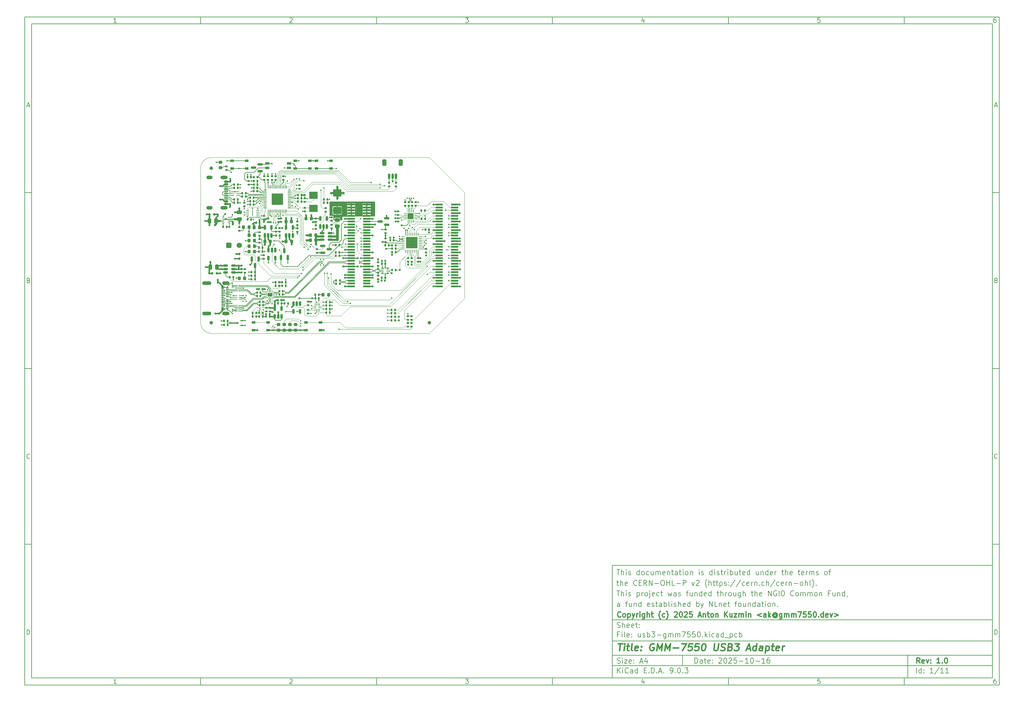
<source format=gbr>
%TF.GenerationSoftware,KiCad,Pcbnew,9.0.3*%
%TF.CreationDate,2025-10-16T10:39:47+02:00*%
%TF.ProjectId,usb3-gmm7550,75736233-2d67-46d6-9d37-3535302e6b69,1.0*%
%TF.SameCoordinates,Original*%
%TF.FileFunction,Copper,L1,Top*%
%TF.FilePolarity,Positive*%
%FSLAX46Y46*%
G04 Gerber Fmt 4.6, Leading zero omitted, Abs format (unit mm)*
G04 Created by KiCad (PCBNEW 9.0.3) date 2025-10-16 10:39:47*
%MOMM*%
%LPD*%
G01*
G04 APERTURE LIST*
G04 Aperture macros list*
%AMRoundRect*
0 Rectangle with rounded corners*
0 $1 Rounding radius*
0 $2 $3 $4 $5 $6 $7 $8 $9 X,Y pos of 4 corners*
0 Add a 4 corners polygon primitive as box body*
4,1,4,$2,$3,$4,$5,$6,$7,$8,$9,$2,$3,0*
0 Add four circle primitives for the rounded corners*
1,1,$1+$1,$2,$3*
1,1,$1+$1,$4,$5*
1,1,$1+$1,$6,$7*
1,1,$1+$1,$8,$9*
0 Add four rect primitives between the rounded corners*
20,1,$1+$1,$2,$3,$4,$5,0*
20,1,$1+$1,$4,$5,$6,$7,0*
20,1,$1+$1,$6,$7,$8,$9,0*
20,1,$1+$1,$8,$9,$2,$3,0*%
G04 Aperture macros list end*
%ADD10C,0.100000*%
%ADD11C,0.150000*%
%ADD12C,0.300000*%
%ADD13C,0.400000*%
%TA.AperFunction,SMDPad,CuDef*%
%ADD14R,0.700000X0.300000*%
%TD*%
%TA.AperFunction,SMDPad,CuDef*%
%ADD15R,0.700000X1.000000*%
%TD*%
%TA.AperFunction,HeatsinkPad*%
%ADD16O,2.100000X1.100000*%
%TD*%
%TA.AperFunction,HeatsinkPad*%
%ADD17O,2.600000X1.100000*%
%TD*%
%TA.AperFunction,SMDPad,CuDef*%
%ADD18RoundRect,0.050000X0.050000X-0.387500X0.050000X0.387500X-0.050000X0.387500X-0.050000X-0.387500X0*%
%TD*%
%TA.AperFunction,SMDPad,CuDef*%
%ADD19RoundRect,0.050000X0.387500X-0.050000X0.387500X0.050000X-0.387500X0.050000X-0.387500X-0.050000X0*%
%TD*%
%TA.AperFunction,HeatsinkPad*%
%ADD20R,3.200000X3.200000*%
%TD*%
%TA.AperFunction,SMDPad,CuDef*%
%ADD21RoundRect,0.140000X-0.170000X0.140000X-0.170000X-0.140000X0.170000X-0.140000X0.170000X0.140000X0*%
%TD*%
%TA.AperFunction,SMDPad,CuDef*%
%ADD22RoundRect,0.218750X0.256250X-0.218750X0.256250X0.218750X-0.256250X0.218750X-0.256250X-0.218750X0*%
%TD*%
%TA.AperFunction,SMDPad,CuDef*%
%ADD23RoundRect,0.062500X0.387500X0.062500X-0.387500X0.062500X-0.387500X-0.062500X0.387500X-0.062500X0*%
%TD*%
%TA.AperFunction,HeatsinkPad*%
%ADD24R,0.200000X1.600000*%
%TD*%
%TA.AperFunction,SMDPad,CuDef*%
%ADD25RoundRect,0.140000X0.140000X0.170000X-0.140000X0.170000X-0.140000X-0.170000X0.140000X-0.170000X0*%
%TD*%
%TA.AperFunction,SMDPad,CuDef*%
%ADD26RoundRect,0.140000X0.170000X-0.140000X0.170000X0.140000X-0.170000X0.140000X-0.170000X-0.140000X0*%
%TD*%
%TA.AperFunction,SMDPad,CuDef*%
%ADD27RoundRect,0.135000X0.135000X0.185000X-0.135000X0.185000X-0.135000X-0.185000X0.135000X-0.185000X0*%
%TD*%
%TA.AperFunction,SMDPad,CuDef*%
%ADD28RoundRect,0.062500X0.350000X0.062500X-0.350000X0.062500X-0.350000X-0.062500X0.350000X-0.062500X0*%
%TD*%
%TA.AperFunction,SMDPad,CuDef*%
%ADD29RoundRect,0.140000X-0.140000X-0.170000X0.140000X-0.170000X0.140000X0.170000X-0.140000X0.170000X0*%
%TD*%
%TA.AperFunction,SMDPad,CuDef*%
%ADD30RoundRect,0.150000X-0.150000X0.587500X-0.150000X-0.587500X0.150000X-0.587500X0.150000X0.587500X0*%
%TD*%
%TA.AperFunction,SMDPad,CuDef*%
%ADD31RoundRect,0.135000X-0.135000X-0.185000X0.135000X-0.185000X0.135000X0.185000X-0.135000X0.185000X0*%
%TD*%
%TA.AperFunction,SMDPad,CuDef*%
%ADD32RoundRect,0.218750X-0.218750X-0.256250X0.218750X-0.256250X0.218750X0.256250X-0.218750X0.256250X0*%
%TD*%
%TA.AperFunction,SMDPad,CuDef*%
%ADD33RoundRect,0.135000X-0.185000X0.135000X-0.185000X-0.135000X0.185000X-0.135000X0.185000X0.135000X0*%
%TD*%
%TA.AperFunction,SMDPad,CuDef*%
%ADD34C,1.000000*%
%TD*%
%TA.AperFunction,SMDPad,CuDef*%
%ADD35RoundRect,0.135000X0.185000X-0.135000X0.185000X0.135000X-0.185000X0.135000X-0.185000X-0.135000X0*%
%TD*%
%TA.AperFunction,SMDPad,CuDef*%
%ADD36RoundRect,0.250000X0.475000X-0.250000X0.475000X0.250000X-0.475000X0.250000X-0.475000X-0.250000X0*%
%TD*%
%TA.AperFunction,SMDPad,CuDef*%
%ADD37RoundRect,0.150000X-0.425000X0.150000X-0.425000X-0.150000X0.425000X-0.150000X0.425000X0.150000X0*%
%TD*%
%TA.AperFunction,SMDPad,CuDef*%
%ADD38RoundRect,0.075000X-0.500000X0.075000X-0.500000X-0.075000X0.500000X-0.075000X0.500000X0.075000X0*%
%TD*%
%TA.AperFunction,HeatsinkPad*%
%ADD39O,2.100000X1.000000*%
%TD*%
%TA.AperFunction,HeatsinkPad*%
%ADD40O,1.800000X1.000000*%
%TD*%
%TA.AperFunction,SMDPad,CuDef*%
%ADD41RoundRect,0.218750X-0.256250X0.218750X-0.256250X-0.218750X0.256250X-0.218750X0.256250X0.218750X0*%
%TD*%
%TA.AperFunction,SMDPad,CuDef*%
%ADD42RoundRect,0.150000X0.200000X-0.150000X0.200000X0.150000X-0.200000X0.150000X-0.200000X-0.150000X0*%
%TD*%
%TA.AperFunction,SMDPad,CuDef*%
%ADD43RoundRect,0.225000X-0.225000X-0.250000X0.225000X-0.250000X0.225000X0.250000X-0.225000X0.250000X0*%
%TD*%
%TA.AperFunction,SMDPad,CuDef*%
%ADD44R,0.909599X0.204000*%
%TD*%
%TA.AperFunction,SMDPad,CuDef*%
%ADD45RoundRect,0.150000X0.512500X0.150000X-0.512500X0.150000X-0.512500X-0.150000X0.512500X-0.150000X0*%
%TD*%
%TA.AperFunction,SMDPad,CuDef*%
%ADD46RoundRect,0.225000X0.225000X0.250000X-0.225000X0.250000X-0.225000X-0.250000X0.225000X-0.250000X0*%
%TD*%
%TA.AperFunction,SMDPad,CuDef*%
%ADD47RoundRect,0.150000X-0.512500X-0.150000X0.512500X-0.150000X0.512500X0.150000X-0.512500X0.150000X0*%
%TD*%
%TA.AperFunction,SMDPad,CuDef*%
%ADD48RoundRect,0.150000X-0.150000X-0.200000X0.150000X-0.200000X0.150000X0.200000X-0.150000X0.200000X0*%
%TD*%
%TA.AperFunction,SMDPad,CuDef*%
%ADD49RoundRect,0.062500X0.062500X-0.350000X0.062500X0.350000X-0.062500X0.350000X-0.062500X-0.350000X0*%
%TD*%
%TA.AperFunction,SMDPad,CuDef*%
%ADD50RoundRect,0.062500X0.350000X-0.062500X0.350000X0.062500X-0.350000X0.062500X-0.350000X-0.062500X0*%
%TD*%
%TA.AperFunction,HeatsinkPad*%
%ADD51R,1.700000X1.700000*%
%TD*%
%TA.AperFunction,SMDPad,CuDef*%
%ADD52R,1.050000X0.650000*%
%TD*%
%TA.AperFunction,SMDPad,CuDef*%
%ADD53RoundRect,0.190000X0.435000X0.190000X-0.435000X0.190000X-0.435000X-0.190000X0.435000X-0.190000X0*%
%TD*%
%TA.AperFunction,SMDPad,CuDef*%
%ADD54RoundRect,0.250000X0.250000X0.475000X-0.250000X0.475000X-0.250000X-0.475000X0.250000X-0.475000X0*%
%TD*%
%TA.AperFunction,SMDPad,CuDef*%
%ADD55R,0.700000X0.200000*%
%TD*%
%TA.AperFunction,SMDPad,CuDef*%
%ADD56R,0.200000X0.500000*%
%TD*%
%TA.AperFunction,SMDPad,CuDef*%
%ADD57R,2.000000X0.500000*%
%TD*%
%TA.AperFunction,SMDPad,CuDef*%
%ADD58RoundRect,0.150000X0.150000X0.625000X-0.150000X0.625000X-0.150000X-0.625000X0.150000X-0.625000X0*%
%TD*%
%TA.AperFunction,SMDPad,CuDef*%
%ADD59RoundRect,0.250000X0.350000X0.650000X-0.350000X0.650000X-0.350000X-0.650000X0.350000X-0.650000X0*%
%TD*%
%TA.AperFunction,SMDPad,CuDef*%
%ADD60R,0.845299X0.304800*%
%TD*%
%TA.AperFunction,SMDPad,CuDef*%
%ADD61RoundRect,0.150000X0.150000X-0.512500X0.150000X0.512500X-0.150000X0.512500X-0.150000X-0.512500X0*%
%TD*%
%TA.AperFunction,SMDPad,CuDef*%
%ADD62RoundRect,0.250000X0.945000X-0.785000X0.945000X0.785000X-0.945000X0.785000X-0.945000X-0.785000X0*%
%TD*%
%TA.AperFunction,SMDPad,CuDef*%
%ADD63RoundRect,0.150000X0.150000X-0.587500X0.150000X0.587500X-0.150000X0.587500X-0.150000X-0.587500X0*%
%TD*%
%TA.AperFunction,ComponentPad*%
%ADD64RoundRect,0.250001X0.499999X-0.499999X0.499999X0.499999X-0.499999X0.499999X-0.499999X-0.499999X0*%
%TD*%
%TA.AperFunction,ComponentPad*%
%ADD65C,1.500000*%
%TD*%
%TA.AperFunction,SMDPad,CuDef*%
%ADD66RoundRect,0.062500X0.375000X0.062500X-0.375000X0.062500X-0.375000X-0.062500X0.375000X-0.062500X0*%
%TD*%
%TA.AperFunction,SMDPad,CuDef*%
%ADD67RoundRect,0.062500X0.062500X0.375000X-0.062500X0.375000X-0.062500X-0.375000X0.062500X-0.375000X0*%
%TD*%
%TA.AperFunction,HeatsinkPad*%
%ADD68C,0.500000*%
%TD*%
%TA.AperFunction,HeatsinkPad*%
%ADD69R,3.300000X3.300000*%
%TD*%
%TA.AperFunction,SMDPad,CuDef*%
%ADD70R,0.706399X0.229400*%
%TD*%
%TA.AperFunction,SMDPad,CuDef*%
%ADD71RoundRect,0.250000X0.450000X-0.262500X0.450000X0.262500X-0.450000X0.262500X-0.450000X-0.262500X0*%
%TD*%
%TA.AperFunction,SMDPad,CuDef*%
%ADD72R,2.400000X2.000000*%
%TD*%
%TA.AperFunction,SMDPad,CuDef*%
%ADD73R,0.704800X0.300000*%
%TD*%
%TA.AperFunction,SMDPad,CuDef*%
%ADD74R,0.704850X0.249936*%
%TD*%
%TA.AperFunction,SMDPad,CuDef*%
%ADD75R,0.350012X0.754888*%
%TD*%
%TA.AperFunction,SMDPad,CuDef*%
%ADD76RoundRect,0.150000X-0.150000X0.512500X-0.150000X-0.512500X0.150000X-0.512500X0.150000X0.512500X0*%
%TD*%
%TA.AperFunction,SMDPad,CuDef*%
%ADD77RoundRect,0.150000X-0.587500X-0.150000X0.587500X-0.150000X0.587500X0.150000X-0.587500X0.150000X0*%
%TD*%
%TA.AperFunction,SMDPad,CuDef*%
%ADD78RoundRect,0.150000X0.587500X0.150000X-0.587500X0.150000X-0.587500X-0.150000X0.587500X-0.150000X0*%
%TD*%
%TA.AperFunction,SMDPad,CuDef*%
%ADD79RoundRect,0.218750X0.218750X0.256250X-0.218750X0.256250X-0.218750X-0.256250X0.218750X-0.256250X0*%
%TD*%
%TA.AperFunction,SMDPad,CuDef*%
%ADD80RoundRect,0.050000X-0.050000X-0.100000X0.050000X-0.100000X0.050000X0.100000X-0.050000X0.100000X0*%
%TD*%
%TA.AperFunction,SMDPad,CuDef*%
%ADD81RoundRect,0.050000X-0.100000X0.050000X-0.100000X-0.050000X0.100000X-0.050000X0.100000X0.050000X0*%
%TD*%
%TA.AperFunction,ComponentPad*%
%ADD82C,0.400000*%
%TD*%
%TA.AperFunction,SMDPad,CuDef*%
%ADD83RoundRect,0.050000X-0.650000X0.450000X-0.650000X-0.450000X0.650000X-0.450000X0.650000X0.450000X0*%
%TD*%
%TA.AperFunction,ViaPad*%
%ADD84C,0.400000*%
%TD*%
%TA.AperFunction,ViaPad*%
%ADD85C,0.600000*%
%TD*%
%TA.AperFunction,Conductor*%
%ADD86C,0.180000*%
%TD*%
%TA.AperFunction,Conductor*%
%ADD87C,0.120000*%
%TD*%
%TA.AperFunction,Conductor*%
%ADD88C,0.200000*%
%TD*%
%TA.AperFunction,Conductor*%
%ADD89C,0.250000*%
%TD*%
%TA.AperFunction,Conductor*%
%ADD90C,0.300000*%
%TD*%
%TA.AperFunction,Conductor*%
%ADD91C,0.400000*%
%TD*%
%TA.AperFunction,Conductor*%
%ADD92C,0.150000*%
%TD*%
%TA.AperFunction,Conductor*%
%ADD93C,0.600000*%
%TD*%
%TA.AperFunction,Conductor*%
%ADD94C,0.230000*%
%TD*%
%TA.AperFunction,Conductor*%
%ADD95C,0.800000*%
%TD*%
%TA.AperFunction,Profile*%
%ADD96C,0.100000*%
%TD*%
G04 APERTURE END LIST*
D10*
D11*
X177002200Y-166007200D02*
X285002200Y-166007200D01*
X285002200Y-198007200D01*
X177002200Y-198007200D01*
X177002200Y-166007200D01*
D10*
D11*
X10000000Y-10000000D02*
X287002200Y-10000000D01*
X287002200Y-200007200D01*
X10000000Y-200007200D01*
X10000000Y-10000000D01*
D10*
D11*
X12000000Y-12000000D02*
X285002200Y-12000000D01*
X285002200Y-198007200D01*
X12000000Y-198007200D01*
X12000000Y-12000000D01*
D10*
D11*
X60000000Y-12000000D02*
X60000000Y-10000000D01*
D10*
D11*
X110000000Y-12000000D02*
X110000000Y-10000000D01*
D10*
D11*
X160000000Y-12000000D02*
X160000000Y-10000000D01*
D10*
D11*
X210000000Y-12000000D02*
X210000000Y-10000000D01*
D10*
D11*
X260000000Y-12000000D02*
X260000000Y-10000000D01*
D10*
D11*
X36089160Y-11593604D02*
X35346303Y-11593604D01*
X35717731Y-11593604D02*
X35717731Y-10293604D01*
X35717731Y-10293604D02*
X35593922Y-10479319D01*
X35593922Y-10479319D02*
X35470112Y-10603128D01*
X35470112Y-10603128D02*
X35346303Y-10665033D01*
D10*
D11*
X85346303Y-10417414D02*
X85408207Y-10355509D01*
X85408207Y-10355509D02*
X85532017Y-10293604D01*
X85532017Y-10293604D02*
X85841541Y-10293604D01*
X85841541Y-10293604D02*
X85965350Y-10355509D01*
X85965350Y-10355509D02*
X86027255Y-10417414D01*
X86027255Y-10417414D02*
X86089160Y-10541223D01*
X86089160Y-10541223D02*
X86089160Y-10665033D01*
X86089160Y-10665033D02*
X86027255Y-10850747D01*
X86027255Y-10850747D02*
X85284398Y-11593604D01*
X85284398Y-11593604D02*
X86089160Y-11593604D01*
D10*
D11*
X135284398Y-10293604D02*
X136089160Y-10293604D01*
X136089160Y-10293604D02*
X135655826Y-10788842D01*
X135655826Y-10788842D02*
X135841541Y-10788842D01*
X135841541Y-10788842D02*
X135965350Y-10850747D01*
X135965350Y-10850747D02*
X136027255Y-10912652D01*
X136027255Y-10912652D02*
X136089160Y-11036461D01*
X136089160Y-11036461D02*
X136089160Y-11345985D01*
X136089160Y-11345985D02*
X136027255Y-11469795D01*
X136027255Y-11469795D02*
X135965350Y-11531700D01*
X135965350Y-11531700D02*
X135841541Y-11593604D01*
X135841541Y-11593604D02*
X135470112Y-11593604D01*
X135470112Y-11593604D02*
X135346303Y-11531700D01*
X135346303Y-11531700D02*
X135284398Y-11469795D01*
D10*
D11*
X185965350Y-10726938D02*
X185965350Y-11593604D01*
X185655826Y-10231700D02*
X185346303Y-11160271D01*
X185346303Y-11160271D02*
X186151064Y-11160271D01*
D10*
D11*
X236027255Y-10293604D02*
X235408207Y-10293604D01*
X235408207Y-10293604D02*
X235346303Y-10912652D01*
X235346303Y-10912652D02*
X235408207Y-10850747D01*
X235408207Y-10850747D02*
X235532017Y-10788842D01*
X235532017Y-10788842D02*
X235841541Y-10788842D01*
X235841541Y-10788842D02*
X235965350Y-10850747D01*
X235965350Y-10850747D02*
X236027255Y-10912652D01*
X236027255Y-10912652D02*
X236089160Y-11036461D01*
X236089160Y-11036461D02*
X236089160Y-11345985D01*
X236089160Y-11345985D02*
X236027255Y-11469795D01*
X236027255Y-11469795D02*
X235965350Y-11531700D01*
X235965350Y-11531700D02*
X235841541Y-11593604D01*
X235841541Y-11593604D02*
X235532017Y-11593604D01*
X235532017Y-11593604D02*
X235408207Y-11531700D01*
X235408207Y-11531700D02*
X235346303Y-11469795D01*
D10*
D11*
X285965350Y-10293604D02*
X285717731Y-10293604D01*
X285717731Y-10293604D02*
X285593922Y-10355509D01*
X285593922Y-10355509D02*
X285532017Y-10417414D01*
X285532017Y-10417414D02*
X285408207Y-10603128D01*
X285408207Y-10603128D02*
X285346303Y-10850747D01*
X285346303Y-10850747D02*
X285346303Y-11345985D01*
X285346303Y-11345985D02*
X285408207Y-11469795D01*
X285408207Y-11469795D02*
X285470112Y-11531700D01*
X285470112Y-11531700D02*
X285593922Y-11593604D01*
X285593922Y-11593604D02*
X285841541Y-11593604D01*
X285841541Y-11593604D02*
X285965350Y-11531700D01*
X285965350Y-11531700D02*
X286027255Y-11469795D01*
X286027255Y-11469795D02*
X286089160Y-11345985D01*
X286089160Y-11345985D02*
X286089160Y-11036461D01*
X286089160Y-11036461D02*
X286027255Y-10912652D01*
X286027255Y-10912652D02*
X285965350Y-10850747D01*
X285965350Y-10850747D02*
X285841541Y-10788842D01*
X285841541Y-10788842D02*
X285593922Y-10788842D01*
X285593922Y-10788842D02*
X285470112Y-10850747D01*
X285470112Y-10850747D02*
X285408207Y-10912652D01*
X285408207Y-10912652D02*
X285346303Y-11036461D01*
D10*
D11*
X60000000Y-198007200D02*
X60000000Y-200007200D01*
D10*
D11*
X110000000Y-198007200D02*
X110000000Y-200007200D01*
D10*
D11*
X160000000Y-198007200D02*
X160000000Y-200007200D01*
D10*
D11*
X210000000Y-198007200D02*
X210000000Y-200007200D01*
D10*
D11*
X260000000Y-198007200D02*
X260000000Y-200007200D01*
D10*
D11*
X36089160Y-199600804D02*
X35346303Y-199600804D01*
X35717731Y-199600804D02*
X35717731Y-198300804D01*
X35717731Y-198300804D02*
X35593922Y-198486519D01*
X35593922Y-198486519D02*
X35470112Y-198610328D01*
X35470112Y-198610328D02*
X35346303Y-198672233D01*
D10*
D11*
X85346303Y-198424614D02*
X85408207Y-198362709D01*
X85408207Y-198362709D02*
X85532017Y-198300804D01*
X85532017Y-198300804D02*
X85841541Y-198300804D01*
X85841541Y-198300804D02*
X85965350Y-198362709D01*
X85965350Y-198362709D02*
X86027255Y-198424614D01*
X86027255Y-198424614D02*
X86089160Y-198548423D01*
X86089160Y-198548423D02*
X86089160Y-198672233D01*
X86089160Y-198672233D02*
X86027255Y-198857947D01*
X86027255Y-198857947D02*
X85284398Y-199600804D01*
X85284398Y-199600804D02*
X86089160Y-199600804D01*
D10*
D11*
X135284398Y-198300804D02*
X136089160Y-198300804D01*
X136089160Y-198300804D02*
X135655826Y-198796042D01*
X135655826Y-198796042D02*
X135841541Y-198796042D01*
X135841541Y-198796042D02*
X135965350Y-198857947D01*
X135965350Y-198857947D02*
X136027255Y-198919852D01*
X136027255Y-198919852D02*
X136089160Y-199043661D01*
X136089160Y-199043661D02*
X136089160Y-199353185D01*
X136089160Y-199353185D02*
X136027255Y-199476995D01*
X136027255Y-199476995D02*
X135965350Y-199538900D01*
X135965350Y-199538900D02*
X135841541Y-199600804D01*
X135841541Y-199600804D02*
X135470112Y-199600804D01*
X135470112Y-199600804D02*
X135346303Y-199538900D01*
X135346303Y-199538900D02*
X135284398Y-199476995D01*
D10*
D11*
X185965350Y-198734138D02*
X185965350Y-199600804D01*
X185655826Y-198238900D02*
X185346303Y-199167471D01*
X185346303Y-199167471D02*
X186151064Y-199167471D01*
D10*
D11*
X236027255Y-198300804D02*
X235408207Y-198300804D01*
X235408207Y-198300804D02*
X235346303Y-198919852D01*
X235346303Y-198919852D02*
X235408207Y-198857947D01*
X235408207Y-198857947D02*
X235532017Y-198796042D01*
X235532017Y-198796042D02*
X235841541Y-198796042D01*
X235841541Y-198796042D02*
X235965350Y-198857947D01*
X235965350Y-198857947D02*
X236027255Y-198919852D01*
X236027255Y-198919852D02*
X236089160Y-199043661D01*
X236089160Y-199043661D02*
X236089160Y-199353185D01*
X236089160Y-199353185D02*
X236027255Y-199476995D01*
X236027255Y-199476995D02*
X235965350Y-199538900D01*
X235965350Y-199538900D02*
X235841541Y-199600804D01*
X235841541Y-199600804D02*
X235532017Y-199600804D01*
X235532017Y-199600804D02*
X235408207Y-199538900D01*
X235408207Y-199538900D02*
X235346303Y-199476995D01*
D10*
D11*
X285965350Y-198300804D02*
X285717731Y-198300804D01*
X285717731Y-198300804D02*
X285593922Y-198362709D01*
X285593922Y-198362709D02*
X285532017Y-198424614D01*
X285532017Y-198424614D02*
X285408207Y-198610328D01*
X285408207Y-198610328D02*
X285346303Y-198857947D01*
X285346303Y-198857947D02*
X285346303Y-199353185D01*
X285346303Y-199353185D02*
X285408207Y-199476995D01*
X285408207Y-199476995D02*
X285470112Y-199538900D01*
X285470112Y-199538900D02*
X285593922Y-199600804D01*
X285593922Y-199600804D02*
X285841541Y-199600804D01*
X285841541Y-199600804D02*
X285965350Y-199538900D01*
X285965350Y-199538900D02*
X286027255Y-199476995D01*
X286027255Y-199476995D02*
X286089160Y-199353185D01*
X286089160Y-199353185D02*
X286089160Y-199043661D01*
X286089160Y-199043661D02*
X286027255Y-198919852D01*
X286027255Y-198919852D02*
X285965350Y-198857947D01*
X285965350Y-198857947D02*
X285841541Y-198796042D01*
X285841541Y-198796042D02*
X285593922Y-198796042D01*
X285593922Y-198796042D02*
X285470112Y-198857947D01*
X285470112Y-198857947D02*
X285408207Y-198919852D01*
X285408207Y-198919852D02*
X285346303Y-199043661D01*
D10*
D11*
X10000000Y-60000000D02*
X12000000Y-60000000D01*
D10*
D11*
X10000000Y-110000000D02*
X12000000Y-110000000D01*
D10*
D11*
X10000000Y-160000000D02*
X12000000Y-160000000D01*
D10*
D11*
X10690476Y-35222176D02*
X11309523Y-35222176D01*
X10566666Y-35593604D02*
X10999999Y-34293604D01*
X10999999Y-34293604D02*
X11433333Y-35593604D01*
D10*
D11*
X11092857Y-84912652D02*
X11278571Y-84974557D01*
X11278571Y-84974557D02*
X11340476Y-85036461D01*
X11340476Y-85036461D02*
X11402380Y-85160271D01*
X11402380Y-85160271D02*
X11402380Y-85345985D01*
X11402380Y-85345985D02*
X11340476Y-85469795D01*
X11340476Y-85469795D02*
X11278571Y-85531700D01*
X11278571Y-85531700D02*
X11154761Y-85593604D01*
X11154761Y-85593604D02*
X10659523Y-85593604D01*
X10659523Y-85593604D02*
X10659523Y-84293604D01*
X10659523Y-84293604D02*
X11092857Y-84293604D01*
X11092857Y-84293604D02*
X11216666Y-84355509D01*
X11216666Y-84355509D02*
X11278571Y-84417414D01*
X11278571Y-84417414D02*
X11340476Y-84541223D01*
X11340476Y-84541223D02*
X11340476Y-84665033D01*
X11340476Y-84665033D02*
X11278571Y-84788842D01*
X11278571Y-84788842D02*
X11216666Y-84850747D01*
X11216666Y-84850747D02*
X11092857Y-84912652D01*
X11092857Y-84912652D02*
X10659523Y-84912652D01*
D10*
D11*
X11402380Y-135469795D02*
X11340476Y-135531700D01*
X11340476Y-135531700D02*
X11154761Y-135593604D01*
X11154761Y-135593604D02*
X11030952Y-135593604D01*
X11030952Y-135593604D02*
X10845238Y-135531700D01*
X10845238Y-135531700D02*
X10721428Y-135407890D01*
X10721428Y-135407890D02*
X10659523Y-135284080D01*
X10659523Y-135284080D02*
X10597619Y-135036461D01*
X10597619Y-135036461D02*
X10597619Y-134850747D01*
X10597619Y-134850747D02*
X10659523Y-134603128D01*
X10659523Y-134603128D02*
X10721428Y-134479319D01*
X10721428Y-134479319D02*
X10845238Y-134355509D01*
X10845238Y-134355509D02*
X11030952Y-134293604D01*
X11030952Y-134293604D02*
X11154761Y-134293604D01*
X11154761Y-134293604D02*
X11340476Y-134355509D01*
X11340476Y-134355509D02*
X11402380Y-134417414D01*
D10*
D11*
X10659523Y-185593604D02*
X10659523Y-184293604D01*
X10659523Y-184293604D02*
X10969047Y-184293604D01*
X10969047Y-184293604D02*
X11154761Y-184355509D01*
X11154761Y-184355509D02*
X11278571Y-184479319D01*
X11278571Y-184479319D02*
X11340476Y-184603128D01*
X11340476Y-184603128D02*
X11402380Y-184850747D01*
X11402380Y-184850747D02*
X11402380Y-185036461D01*
X11402380Y-185036461D02*
X11340476Y-185284080D01*
X11340476Y-185284080D02*
X11278571Y-185407890D01*
X11278571Y-185407890D02*
X11154761Y-185531700D01*
X11154761Y-185531700D02*
X10969047Y-185593604D01*
X10969047Y-185593604D02*
X10659523Y-185593604D01*
D10*
D11*
X287002200Y-60000000D02*
X285002200Y-60000000D01*
D10*
D11*
X287002200Y-110000000D02*
X285002200Y-110000000D01*
D10*
D11*
X287002200Y-160000000D02*
X285002200Y-160000000D01*
D10*
D11*
X285692676Y-35222176D02*
X286311723Y-35222176D01*
X285568866Y-35593604D02*
X286002199Y-34293604D01*
X286002199Y-34293604D02*
X286435533Y-35593604D01*
D10*
D11*
X286095057Y-84912652D02*
X286280771Y-84974557D01*
X286280771Y-84974557D02*
X286342676Y-85036461D01*
X286342676Y-85036461D02*
X286404580Y-85160271D01*
X286404580Y-85160271D02*
X286404580Y-85345985D01*
X286404580Y-85345985D02*
X286342676Y-85469795D01*
X286342676Y-85469795D02*
X286280771Y-85531700D01*
X286280771Y-85531700D02*
X286156961Y-85593604D01*
X286156961Y-85593604D02*
X285661723Y-85593604D01*
X285661723Y-85593604D02*
X285661723Y-84293604D01*
X285661723Y-84293604D02*
X286095057Y-84293604D01*
X286095057Y-84293604D02*
X286218866Y-84355509D01*
X286218866Y-84355509D02*
X286280771Y-84417414D01*
X286280771Y-84417414D02*
X286342676Y-84541223D01*
X286342676Y-84541223D02*
X286342676Y-84665033D01*
X286342676Y-84665033D02*
X286280771Y-84788842D01*
X286280771Y-84788842D02*
X286218866Y-84850747D01*
X286218866Y-84850747D02*
X286095057Y-84912652D01*
X286095057Y-84912652D02*
X285661723Y-84912652D01*
D10*
D11*
X286404580Y-135469795D02*
X286342676Y-135531700D01*
X286342676Y-135531700D02*
X286156961Y-135593604D01*
X286156961Y-135593604D02*
X286033152Y-135593604D01*
X286033152Y-135593604D02*
X285847438Y-135531700D01*
X285847438Y-135531700D02*
X285723628Y-135407890D01*
X285723628Y-135407890D02*
X285661723Y-135284080D01*
X285661723Y-135284080D02*
X285599819Y-135036461D01*
X285599819Y-135036461D02*
X285599819Y-134850747D01*
X285599819Y-134850747D02*
X285661723Y-134603128D01*
X285661723Y-134603128D02*
X285723628Y-134479319D01*
X285723628Y-134479319D02*
X285847438Y-134355509D01*
X285847438Y-134355509D02*
X286033152Y-134293604D01*
X286033152Y-134293604D02*
X286156961Y-134293604D01*
X286156961Y-134293604D02*
X286342676Y-134355509D01*
X286342676Y-134355509D02*
X286404580Y-134417414D01*
D10*
D11*
X285661723Y-185593604D02*
X285661723Y-184293604D01*
X285661723Y-184293604D02*
X285971247Y-184293604D01*
X285971247Y-184293604D02*
X286156961Y-184355509D01*
X286156961Y-184355509D02*
X286280771Y-184479319D01*
X286280771Y-184479319D02*
X286342676Y-184603128D01*
X286342676Y-184603128D02*
X286404580Y-184850747D01*
X286404580Y-184850747D02*
X286404580Y-185036461D01*
X286404580Y-185036461D02*
X286342676Y-185284080D01*
X286342676Y-185284080D02*
X286280771Y-185407890D01*
X286280771Y-185407890D02*
X286156961Y-185531700D01*
X286156961Y-185531700D02*
X285971247Y-185593604D01*
X285971247Y-185593604D02*
X285661723Y-185593604D01*
D10*
D11*
X200458026Y-193793328D02*
X200458026Y-192293328D01*
X200458026Y-192293328D02*
X200815169Y-192293328D01*
X200815169Y-192293328D02*
X201029455Y-192364757D01*
X201029455Y-192364757D02*
X201172312Y-192507614D01*
X201172312Y-192507614D02*
X201243741Y-192650471D01*
X201243741Y-192650471D02*
X201315169Y-192936185D01*
X201315169Y-192936185D02*
X201315169Y-193150471D01*
X201315169Y-193150471D02*
X201243741Y-193436185D01*
X201243741Y-193436185D02*
X201172312Y-193579042D01*
X201172312Y-193579042D02*
X201029455Y-193721900D01*
X201029455Y-193721900D02*
X200815169Y-193793328D01*
X200815169Y-193793328D02*
X200458026Y-193793328D01*
X202600884Y-193793328D02*
X202600884Y-193007614D01*
X202600884Y-193007614D02*
X202529455Y-192864757D01*
X202529455Y-192864757D02*
X202386598Y-192793328D01*
X202386598Y-192793328D02*
X202100884Y-192793328D01*
X202100884Y-192793328D02*
X201958026Y-192864757D01*
X202600884Y-193721900D02*
X202458026Y-193793328D01*
X202458026Y-193793328D02*
X202100884Y-193793328D01*
X202100884Y-193793328D02*
X201958026Y-193721900D01*
X201958026Y-193721900D02*
X201886598Y-193579042D01*
X201886598Y-193579042D02*
X201886598Y-193436185D01*
X201886598Y-193436185D02*
X201958026Y-193293328D01*
X201958026Y-193293328D02*
X202100884Y-193221900D01*
X202100884Y-193221900D02*
X202458026Y-193221900D01*
X202458026Y-193221900D02*
X202600884Y-193150471D01*
X203100884Y-192793328D02*
X203672312Y-192793328D01*
X203315169Y-192293328D02*
X203315169Y-193579042D01*
X203315169Y-193579042D02*
X203386598Y-193721900D01*
X203386598Y-193721900D02*
X203529455Y-193793328D01*
X203529455Y-193793328D02*
X203672312Y-193793328D01*
X204743741Y-193721900D02*
X204600884Y-193793328D01*
X204600884Y-193793328D02*
X204315170Y-193793328D01*
X204315170Y-193793328D02*
X204172312Y-193721900D01*
X204172312Y-193721900D02*
X204100884Y-193579042D01*
X204100884Y-193579042D02*
X204100884Y-193007614D01*
X204100884Y-193007614D02*
X204172312Y-192864757D01*
X204172312Y-192864757D02*
X204315170Y-192793328D01*
X204315170Y-192793328D02*
X204600884Y-192793328D01*
X204600884Y-192793328D02*
X204743741Y-192864757D01*
X204743741Y-192864757D02*
X204815170Y-193007614D01*
X204815170Y-193007614D02*
X204815170Y-193150471D01*
X204815170Y-193150471D02*
X204100884Y-193293328D01*
X205458026Y-193650471D02*
X205529455Y-193721900D01*
X205529455Y-193721900D02*
X205458026Y-193793328D01*
X205458026Y-193793328D02*
X205386598Y-193721900D01*
X205386598Y-193721900D02*
X205458026Y-193650471D01*
X205458026Y-193650471D02*
X205458026Y-193793328D01*
X205458026Y-192864757D02*
X205529455Y-192936185D01*
X205529455Y-192936185D02*
X205458026Y-193007614D01*
X205458026Y-193007614D02*
X205386598Y-192936185D01*
X205386598Y-192936185D02*
X205458026Y-192864757D01*
X205458026Y-192864757D02*
X205458026Y-193007614D01*
X207243741Y-192436185D02*
X207315169Y-192364757D01*
X207315169Y-192364757D02*
X207458027Y-192293328D01*
X207458027Y-192293328D02*
X207815169Y-192293328D01*
X207815169Y-192293328D02*
X207958027Y-192364757D01*
X207958027Y-192364757D02*
X208029455Y-192436185D01*
X208029455Y-192436185D02*
X208100884Y-192579042D01*
X208100884Y-192579042D02*
X208100884Y-192721900D01*
X208100884Y-192721900D02*
X208029455Y-192936185D01*
X208029455Y-192936185D02*
X207172312Y-193793328D01*
X207172312Y-193793328D02*
X208100884Y-193793328D01*
X209029455Y-192293328D02*
X209172312Y-192293328D01*
X209172312Y-192293328D02*
X209315169Y-192364757D01*
X209315169Y-192364757D02*
X209386598Y-192436185D01*
X209386598Y-192436185D02*
X209458026Y-192579042D01*
X209458026Y-192579042D02*
X209529455Y-192864757D01*
X209529455Y-192864757D02*
X209529455Y-193221900D01*
X209529455Y-193221900D02*
X209458026Y-193507614D01*
X209458026Y-193507614D02*
X209386598Y-193650471D01*
X209386598Y-193650471D02*
X209315169Y-193721900D01*
X209315169Y-193721900D02*
X209172312Y-193793328D01*
X209172312Y-193793328D02*
X209029455Y-193793328D01*
X209029455Y-193793328D02*
X208886598Y-193721900D01*
X208886598Y-193721900D02*
X208815169Y-193650471D01*
X208815169Y-193650471D02*
X208743740Y-193507614D01*
X208743740Y-193507614D02*
X208672312Y-193221900D01*
X208672312Y-193221900D02*
X208672312Y-192864757D01*
X208672312Y-192864757D02*
X208743740Y-192579042D01*
X208743740Y-192579042D02*
X208815169Y-192436185D01*
X208815169Y-192436185D02*
X208886598Y-192364757D01*
X208886598Y-192364757D02*
X209029455Y-192293328D01*
X210100883Y-192436185D02*
X210172311Y-192364757D01*
X210172311Y-192364757D02*
X210315169Y-192293328D01*
X210315169Y-192293328D02*
X210672311Y-192293328D01*
X210672311Y-192293328D02*
X210815169Y-192364757D01*
X210815169Y-192364757D02*
X210886597Y-192436185D01*
X210886597Y-192436185D02*
X210958026Y-192579042D01*
X210958026Y-192579042D02*
X210958026Y-192721900D01*
X210958026Y-192721900D02*
X210886597Y-192936185D01*
X210886597Y-192936185D02*
X210029454Y-193793328D01*
X210029454Y-193793328D02*
X210958026Y-193793328D01*
X212315168Y-192293328D02*
X211600882Y-192293328D01*
X211600882Y-192293328D02*
X211529454Y-193007614D01*
X211529454Y-193007614D02*
X211600882Y-192936185D01*
X211600882Y-192936185D02*
X211743740Y-192864757D01*
X211743740Y-192864757D02*
X212100882Y-192864757D01*
X212100882Y-192864757D02*
X212243740Y-192936185D01*
X212243740Y-192936185D02*
X212315168Y-193007614D01*
X212315168Y-193007614D02*
X212386597Y-193150471D01*
X212386597Y-193150471D02*
X212386597Y-193507614D01*
X212386597Y-193507614D02*
X212315168Y-193650471D01*
X212315168Y-193650471D02*
X212243740Y-193721900D01*
X212243740Y-193721900D02*
X212100882Y-193793328D01*
X212100882Y-193793328D02*
X211743740Y-193793328D01*
X211743740Y-193793328D02*
X211600882Y-193721900D01*
X211600882Y-193721900D02*
X211529454Y-193650471D01*
X213029453Y-193221900D02*
X214172311Y-193221900D01*
X215672311Y-193793328D02*
X214815168Y-193793328D01*
X215243739Y-193793328D02*
X215243739Y-192293328D01*
X215243739Y-192293328D02*
X215100882Y-192507614D01*
X215100882Y-192507614D02*
X214958025Y-192650471D01*
X214958025Y-192650471D02*
X214815168Y-192721900D01*
X216600882Y-192293328D02*
X216743739Y-192293328D01*
X216743739Y-192293328D02*
X216886596Y-192364757D01*
X216886596Y-192364757D02*
X216958025Y-192436185D01*
X216958025Y-192436185D02*
X217029453Y-192579042D01*
X217029453Y-192579042D02*
X217100882Y-192864757D01*
X217100882Y-192864757D02*
X217100882Y-193221900D01*
X217100882Y-193221900D02*
X217029453Y-193507614D01*
X217029453Y-193507614D02*
X216958025Y-193650471D01*
X216958025Y-193650471D02*
X216886596Y-193721900D01*
X216886596Y-193721900D02*
X216743739Y-193793328D01*
X216743739Y-193793328D02*
X216600882Y-193793328D01*
X216600882Y-193793328D02*
X216458025Y-193721900D01*
X216458025Y-193721900D02*
X216386596Y-193650471D01*
X216386596Y-193650471D02*
X216315167Y-193507614D01*
X216315167Y-193507614D02*
X216243739Y-193221900D01*
X216243739Y-193221900D02*
X216243739Y-192864757D01*
X216243739Y-192864757D02*
X216315167Y-192579042D01*
X216315167Y-192579042D02*
X216386596Y-192436185D01*
X216386596Y-192436185D02*
X216458025Y-192364757D01*
X216458025Y-192364757D02*
X216600882Y-192293328D01*
X217743738Y-193221900D02*
X218886596Y-193221900D01*
X220386596Y-193793328D02*
X219529453Y-193793328D01*
X219958024Y-193793328D02*
X219958024Y-192293328D01*
X219958024Y-192293328D02*
X219815167Y-192507614D01*
X219815167Y-192507614D02*
X219672310Y-192650471D01*
X219672310Y-192650471D02*
X219529453Y-192721900D01*
X221672310Y-192293328D02*
X221386595Y-192293328D01*
X221386595Y-192293328D02*
X221243738Y-192364757D01*
X221243738Y-192364757D02*
X221172310Y-192436185D01*
X221172310Y-192436185D02*
X221029452Y-192650471D01*
X221029452Y-192650471D02*
X220958024Y-192936185D01*
X220958024Y-192936185D02*
X220958024Y-193507614D01*
X220958024Y-193507614D02*
X221029452Y-193650471D01*
X221029452Y-193650471D02*
X221100881Y-193721900D01*
X221100881Y-193721900D02*
X221243738Y-193793328D01*
X221243738Y-193793328D02*
X221529452Y-193793328D01*
X221529452Y-193793328D02*
X221672310Y-193721900D01*
X221672310Y-193721900D02*
X221743738Y-193650471D01*
X221743738Y-193650471D02*
X221815167Y-193507614D01*
X221815167Y-193507614D02*
X221815167Y-193150471D01*
X221815167Y-193150471D02*
X221743738Y-193007614D01*
X221743738Y-193007614D02*
X221672310Y-192936185D01*
X221672310Y-192936185D02*
X221529452Y-192864757D01*
X221529452Y-192864757D02*
X221243738Y-192864757D01*
X221243738Y-192864757D02*
X221100881Y-192936185D01*
X221100881Y-192936185D02*
X221029452Y-193007614D01*
X221029452Y-193007614D02*
X220958024Y-193150471D01*
D10*
D11*
X177002200Y-194507200D02*
X285002200Y-194507200D01*
D10*
D11*
X178458026Y-196593328D02*
X178458026Y-195093328D01*
X179315169Y-196593328D02*
X178672312Y-195736185D01*
X179315169Y-195093328D02*
X178458026Y-195950471D01*
X179958026Y-196593328D02*
X179958026Y-195593328D01*
X179958026Y-195093328D02*
X179886598Y-195164757D01*
X179886598Y-195164757D02*
X179958026Y-195236185D01*
X179958026Y-195236185D02*
X180029455Y-195164757D01*
X180029455Y-195164757D02*
X179958026Y-195093328D01*
X179958026Y-195093328D02*
X179958026Y-195236185D01*
X181529455Y-196450471D02*
X181458027Y-196521900D01*
X181458027Y-196521900D02*
X181243741Y-196593328D01*
X181243741Y-196593328D02*
X181100884Y-196593328D01*
X181100884Y-196593328D02*
X180886598Y-196521900D01*
X180886598Y-196521900D02*
X180743741Y-196379042D01*
X180743741Y-196379042D02*
X180672312Y-196236185D01*
X180672312Y-196236185D02*
X180600884Y-195950471D01*
X180600884Y-195950471D02*
X180600884Y-195736185D01*
X180600884Y-195736185D02*
X180672312Y-195450471D01*
X180672312Y-195450471D02*
X180743741Y-195307614D01*
X180743741Y-195307614D02*
X180886598Y-195164757D01*
X180886598Y-195164757D02*
X181100884Y-195093328D01*
X181100884Y-195093328D02*
X181243741Y-195093328D01*
X181243741Y-195093328D02*
X181458027Y-195164757D01*
X181458027Y-195164757D02*
X181529455Y-195236185D01*
X182815170Y-196593328D02*
X182815170Y-195807614D01*
X182815170Y-195807614D02*
X182743741Y-195664757D01*
X182743741Y-195664757D02*
X182600884Y-195593328D01*
X182600884Y-195593328D02*
X182315170Y-195593328D01*
X182315170Y-195593328D02*
X182172312Y-195664757D01*
X182815170Y-196521900D02*
X182672312Y-196593328D01*
X182672312Y-196593328D02*
X182315170Y-196593328D01*
X182315170Y-196593328D02*
X182172312Y-196521900D01*
X182172312Y-196521900D02*
X182100884Y-196379042D01*
X182100884Y-196379042D02*
X182100884Y-196236185D01*
X182100884Y-196236185D02*
X182172312Y-196093328D01*
X182172312Y-196093328D02*
X182315170Y-196021900D01*
X182315170Y-196021900D02*
X182672312Y-196021900D01*
X182672312Y-196021900D02*
X182815170Y-195950471D01*
X184172313Y-196593328D02*
X184172313Y-195093328D01*
X184172313Y-196521900D02*
X184029455Y-196593328D01*
X184029455Y-196593328D02*
X183743741Y-196593328D01*
X183743741Y-196593328D02*
X183600884Y-196521900D01*
X183600884Y-196521900D02*
X183529455Y-196450471D01*
X183529455Y-196450471D02*
X183458027Y-196307614D01*
X183458027Y-196307614D02*
X183458027Y-195879042D01*
X183458027Y-195879042D02*
X183529455Y-195736185D01*
X183529455Y-195736185D02*
X183600884Y-195664757D01*
X183600884Y-195664757D02*
X183743741Y-195593328D01*
X183743741Y-195593328D02*
X184029455Y-195593328D01*
X184029455Y-195593328D02*
X184172313Y-195664757D01*
X186029455Y-195807614D02*
X186529455Y-195807614D01*
X186743741Y-196593328D02*
X186029455Y-196593328D01*
X186029455Y-196593328D02*
X186029455Y-195093328D01*
X186029455Y-195093328D02*
X186743741Y-195093328D01*
X187386598Y-196450471D02*
X187458027Y-196521900D01*
X187458027Y-196521900D02*
X187386598Y-196593328D01*
X187386598Y-196593328D02*
X187315170Y-196521900D01*
X187315170Y-196521900D02*
X187386598Y-196450471D01*
X187386598Y-196450471D02*
X187386598Y-196593328D01*
X188100884Y-196593328D02*
X188100884Y-195093328D01*
X188100884Y-195093328D02*
X188458027Y-195093328D01*
X188458027Y-195093328D02*
X188672313Y-195164757D01*
X188672313Y-195164757D02*
X188815170Y-195307614D01*
X188815170Y-195307614D02*
X188886599Y-195450471D01*
X188886599Y-195450471D02*
X188958027Y-195736185D01*
X188958027Y-195736185D02*
X188958027Y-195950471D01*
X188958027Y-195950471D02*
X188886599Y-196236185D01*
X188886599Y-196236185D02*
X188815170Y-196379042D01*
X188815170Y-196379042D02*
X188672313Y-196521900D01*
X188672313Y-196521900D02*
X188458027Y-196593328D01*
X188458027Y-196593328D02*
X188100884Y-196593328D01*
X189600884Y-196450471D02*
X189672313Y-196521900D01*
X189672313Y-196521900D02*
X189600884Y-196593328D01*
X189600884Y-196593328D02*
X189529456Y-196521900D01*
X189529456Y-196521900D02*
X189600884Y-196450471D01*
X189600884Y-196450471D02*
X189600884Y-196593328D01*
X190243742Y-196164757D02*
X190958028Y-196164757D01*
X190100885Y-196593328D02*
X190600885Y-195093328D01*
X190600885Y-195093328D02*
X191100885Y-196593328D01*
X191600884Y-196450471D02*
X191672313Y-196521900D01*
X191672313Y-196521900D02*
X191600884Y-196593328D01*
X191600884Y-196593328D02*
X191529456Y-196521900D01*
X191529456Y-196521900D02*
X191600884Y-196450471D01*
X191600884Y-196450471D02*
X191600884Y-196593328D01*
X193529456Y-196593328D02*
X193815170Y-196593328D01*
X193815170Y-196593328D02*
X193958027Y-196521900D01*
X193958027Y-196521900D02*
X194029456Y-196450471D01*
X194029456Y-196450471D02*
X194172313Y-196236185D01*
X194172313Y-196236185D02*
X194243742Y-195950471D01*
X194243742Y-195950471D02*
X194243742Y-195379042D01*
X194243742Y-195379042D02*
X194172313Y-195236185D01*
X194172313Y-195236185D02*
X194100885Y-195164757D01*
X194100885Y-195164757D02*
X193958027Y-195093328D01*
X193958027Y-195093328D02*
X193672313Y-195093328D01*
X193672313Y-195093328D02*
X193529456Y-195164757D01*
X193529456Y-195164757D02*
X193458027Y-195236185D01*
X193458027Y-195236185D02*
X193386599Y-195379042D01*
X193386599Y-195379042D02*
X193386599Y-195736185D01*
X193386599Y-195736185D02*
X193458027Y-195879042D01*
X193458027Y-195879042D02*
X193529456Y-195950471D01*
X193529456Y-195950471D02*
X193672313Y-196021900D01*
X193672313Y-196021900D02*
X193958027Y-196021900D01*
X193958027Y-196021900D02*
X194100885Y-195950471D01*
X194100885Y-195950471D02*
X194172313Y-195879042D01*
X194172313Y-195879042D02*
X194243742Y-195736185D01*
X194886598Y-196450471D02*
X194958027Y-196521900D01*
X194958027Y-196521900D02*
X194886598Y-196593328D01*
X194886598Y-196593328D02*
X194815170Y-196521900D01*
X194815170Y-196521900D02*
X194886598Y-196450471D01*
X194886598Y-196450471D02*
X194886598Y-196593328D01*
X195886599Y-195093328D02*
X196029456Y-195093328D01*
X196029456Y-195093328D02*
X196172313Y-195164757D01*
X196172313Y-195164757D02*
X196243742Y-195236185D01*
X196243742Y-195236185D02*
X196315170Y-195379042D01*
X196315170Y-195379042D02*
X196386599Y-195664757D01*
X196386599Y-195664757D02*
X196386599Y-196021900D01*
X196386599Y-196021900D02*
X196315170Y-196307614D01*
X196315170Y-196307614D02*
X196243742Y-196450471D01*
X196243742Y-196450471D02*
X196172313Y-196521900D01*
X196172313Y-196521900D02*
X196029456Y-196593328D01*
X196029456Y-196593328D02*
X195886599Y-196593328D01*
X195886599Y-196593328D02*
X195743742Y-196521900D01*
X195743742Y-196521900D02*
X195672313Y-196450471D01*
X195672313Y-196450471D02*
X195600884Y-196307614D01*
X195600884Y-196307614D02*
X195529456Y-196021900D01*
X195529456Y-196021900D02*
X195529456Y-195664757D01*
X195529456Y-195664757D02*
X195600884Y-195379042D01*
X195600884Y-195379042D02*
X195672313Y-195236185D01*
X195672313Y-195236185D02*
X195743742Y-195164757D01*
X195743742Y-195164757D02*
X195886599Y-195093328D01*
X197029455Y-196450471D02*
X197100884Y-196521900D01*
X197100884Y-196521900D02*
X197029455Y-196593328D01*
X197029455Y-196593328D02*
X196958027Y-196521900D01*
X196958027Y-196521900D02*
X197029455Y-196450471D01*
X197029455Y-196450471D02*
X197029455Y-196593328D01*
X197600884Y-195093328D02*
X198529456Y-195093328D01*
X198529456Y-195093328D02*
X198029456Y-195664757D01*
X198029456Y-195664757D02*
X198243741Y-195664757D01*
X198243741Y-195664757D02*
X198386599Y-195736185D01*
X198386599Y-195736185D02*
X198458027Y-195807614D01*
X198458027Y-195807614D02*
X198529456Y-195950471D01*
X198529456Y-195950471D02*
X198529456Y-196307614D01*
X198529456Y-196307614D02*
X198458027Y-196450471D01*
X198458027Y-196450471D02*
X198386599Y-196521900D01*
X198386599Y-196521900D02*
X198243741Y-196593328D01*
X198243741Y-196593328D02*
X197815170Y-196593328D01*
X197815170Y-196593328D02*
X197672313Y-196521900D01*
X197672313Y-196521900D02*
X197600884Y-196450471D01*
D10*
D11*
X177002200Y-191507200D02*
X285002200Y-191507200D01*
D10*
D12*
X264413853Y-193785528D02*
X263913853Y-193071242D01*
X263556710Y-193785528D02*
X263556710Y-192285528D01*
X263556710Y-192285528D02*
X264128139Y-192285528D01*
X264128139Y-192285528D02*
X264270996Y-192356957D01*
X264270996Y-192356957D02*
X264342425Y-192428385D01*
X264342425Y-192428385D02*
X264413853Y-192571242D01*
X264413853Y-192571242D02*
X264413853Y-192785528D01*
X264413853Y-192785528D02*
X264342425Y-192928385D01*
X264342425Y-192928385D02*
X264270996Y-192999814D01*
X264270996Y-192999814D02*
X264128139Y-193071242D01*
X264128139Y-193071242D02*
X263556710Y-193071242D01*
X265628139Y-193714100D02*
X265485282Y-193785528D01*
X265485282Y-193785528D02*
X265199568Y-193785528D01*
X265199568Y-193785528D02*
X265056710Y-193714100D01*
X265056710Y-193714100D02*
X264985282Y-193571242D01*
X264985282Y-193571242D02*
X264985282Y-192999814D01*
X264985282Y-192999814D02*
X265056710Y-192856957D01*
X265056710Y-192856957D02*
X265199568Y-192785528D01*
X265199568Y-192785528D02*
X265485282Y-192785528D01*
X265485282Y-192785528D02*
X265628139Y-192856957D01*
X265628139Y-192856957D02*
X265699568Y-192999814D01*
X265699568Y-192999814D02*
X265699568Y-193142671D01*
X265699568Y-193142671D02*
X264985282Y-193285528D01*
X266199567Y-192785528D02*
X266556710Y-193785528D01*
X266556710Y-193785528D02*
X266913853Y-192785528D01*
X267485281Y-193642671D02*
X267556710Y-193714100D01*
X267556710Y-193714100D02*
X267485281Y-193785528D01*
X267485281Y-193785528D02*
X267413853Y-193714100D01*
X267413853Y-193714100D02*
X267485281Y-193642671D01*
X267485281Y-193642671D02*
X267485281Y-193785528D01*
X267485281Y-192856957D02*
X267556710Y-192928385D01*
X267556710Y-192928385D02*
X267485281Y-192999814D01*
X267485281Y-192999814D02*
X267413853Y-192928385D01*
X267413853Y-192928385D02*
X267485281Y-192856957D01*
X267485281Y-192856957D02*
X267485281Y-192999814D01*
X270128139Y-193785528D02*
X269270996Y-193785528D01*
X269699567Y-193785528D02*
X269699567Y-192285528D01*
X269699567Y-192285528D02*
X269556710Y-192499814D01*
X269556710Y-192499814D02*
X269413853Y-192642671D01*
X269413853Y-192642671D02*
X269270996Y-192714100D01*
X270770995Y-193642671D02*
X270842424Y-193714100D01*
X270842424Y-193714100D02*
X270770995Y-193785528D01*
X270770995Y-193785528D02*
X270699567Y-193714100D01*
X270699567Y-193714100D02*
X270770995Y-193642671D01*
X270770995Y-193642671D02*
X270770995Y-193785528D01*
X271770996Y-192285528D02*
X271913853Y-192285528D01*
X271913853Y-192285528D02*
X272056710Y-192356957D01*
X272056710Y-192356957D02*
X272128139Y-192428385D01*
X272128139Y-192428385D02*
X272199567Y-192571242D01*
X272199567Y-192571242D02*
X272270996Y-192856957D01*
X272270996Y-192856957D02*
X272270996Y-193214100D01*
X272270996Y-193214100D02*
X272199567Y-193499814D01*
X272199567Y-193499814D02*
X272128139Y-193642671D01*
X272128139Y-193642671D02*
X272056710Y-193714100D01*
X272056710Y-193714100D02*
X271913853Y-193785528D01*
X271913853Y-193785528D02*
X271770996Y-193785528D01*
X271770996Y-193785528D02*
X271628139Y-193714100D01*
X271628139Y-193714100D02*
X271556710Y-193642671D01*
X271556710Y-193642671D02*
X271485281Y-193499814D01*
X271485281Y-193499814D02*
X271413853Y-193214100D01*
X271413853Y-193214100D02*
X271413853Y-192856957D01*
X271413853Y-192856957D02*
X271485281Y-192571242D01*
X271485281Y-192571242D02*
X271556710Y-192428385D01*
X271556710Y-192428385D02*
X271628139Y-192356957D01*
X271628139Y-192356957D02*
X271770996Y-192285528D01*
D10*
D11*
X178386598Y-193721900D02*
X178600884Y-193793328D01*
X178600884Y-193793328D02*
X178958026Y-193793328D01*
X178958026Y-193793328D02*
X179100884Y-193721900D01*
X179100884Y-193721900D02*
X179172312Y-193650471D01*
X179172312Y-193650471D02*
X179243741Y-193507614D01*
X179243741Y-193507614D02*
X179243741Y-193364757D01*
X179243741Y-193364757D02*
X179172312Y-193221900D01*
X179172312Y-193221900D02*
X179100884Y-193150471D01*
X179100884Y-193150471D02*
X178958026Y-193079042D01*
X178958026Y-193079042D02*
X178672312Y-193007614D01*
X178672312Y-193007614D02*
X178529455Y-192936185D01*
X178529455Y-192936185D02*
X178458026Y-192864757D01*
X178458026Y-192864757D02*
X178386598Y-192721900D01*
X178386598Y-192721900D02*
X178386598Y-192579042D01*
X178386598Y-192579042D02*
X178458026Y-192436185D01*
X178458026Y-192436185D02*
X178529455Y-192364757D01*
X178529455Y-192364757D02*
X178672312Y-192293328D01*
X178672312Y-192293328D02*
X179029455Y-192293328D01*
X179029455Y-192293328D02*
X179243741Y-192364757D01*
X179886597Y-193793328D02*
X179886597Y-192793328D01*
X179886597Y-192293328D02*
X179815169Y-192364757D01*
X179815169Y-192364757D02*
X179886597Y-192436185D01*
X179886597Y-192436185D02*
X179958026Y-192364757D01*
X179958026Y-192364757D02*
X179886597Y-192293328D01*
X179886597Y-192293328D02*
X179886597Y-192436185D01*
X180458026Y-192793328D02*
X181243741Y-192793328D01*
X181243741Y-192793328D02*
X180458026Y-193793328D01*
X180458026Y-193793328D02*
X181243741Y-193793328D01*
X182386598Y-193721900D02*
X182243741Y-193793328D01*
X182243741Y-193793328D02*
X181958027Y-193793328D01*
X181958027Y-193793328D02*
X181815169Y-193721900D01*
X181815169Y-193721900D02*
X181743741Y-193579042D01*
X181743741Y-193579042D02*
X181743741Y-193007614D01*
X181743741Y-193007614D02*
X181815169Y-192864757D01*
X181815169Y-192864757D02*
X181958027Y-192793328D01*
X181958027Y-192793328D02*
X182243741Y-192793328D01*
X182243741Y-192793328D02*
X182386598Y-192864757D01*
X182386598Y-192864757D02*
X182458027Y-193007614D01*
X182458027Y-193007614D02*
X182458027Y-193150471D01*
X182458027Y-193150471D02*
X181743741Y-193293328D01*
X183100883Y-193650471D02*
X183172312Y-193721900D01*
X183172312Y-193721900D02*
X183100883Y-193793328D01*
X183100883Y-193793328D02*
X183029455Y-193721900D01*
X183029455Y-193721900D02*
X183100883Y-193650471D01*
X183100883Y-193650471D02*
X183100883Y-193793328D01*
X183100883Y-192864757D02*
X183172312Y-192936185D01*
X183172312Y-192936185D02*
X183100883Y-193007614D01*
X183100883Y-193007614D02*
X183029455Y-192936185D01*
X183029455Y-192936185D02*
X183100883Y-192864757D01*
X183100883Y-192864757D02*
X183100883Y-193007614D01*
X184886598Y-193364757D02*
X185600884Y-193364757D01*
X184743741Y-193793328D02*
X185243741Y-192293328D01*
X185243741Y-192293328D02*
X185743741Y-193793328D01*
X186886598Y-192793328D02*
X186886598Y-193793328D01*
X186529455Y-192221900D02*
X186172312Y-193293328D01*
X186172312Y-193293328D02*
X187100883Y-193293328D01*
D10*
D11*
X263458026Y-196593328D02*
X263458026Y-195093328D01*
X264815170Y-196593328D02*
X264815170Y-195093328D01*
X264815170Y-196521900D02*
X264672312Y-196593328D01*
X264672312Y-196593328D02*
X264386598Y-196593328D01*
X264386598Y-196593328D02*
X264243741Y-196521900D01*
X264243741Y-196521900D02*
X264172312Y-196450471D01*
X264172312Y-196450471D02*
X264100884Y-196307614D01*
X264100884Y-196307614D02*
X264100884Y-195879042D01*
X264100884Y-195879042D02*
X264172312Y-195736185D01*
X264172312Y-195736185D02*
X264243741Y-195664757D01*
X264243741Y-195664757D02*
X264386598Y-195593328D01*
X264386598Y-195593328D02*
X264672312Y-195593328D01*
X264672312Y-195593328D02*
X264815170Y-195664757D01*
X265529455Y-196450471D02*
X265600884Y-196521900D01*
X265600884Y-196521900D02*
X265529455Y-196593328D01*
X265529455Y-196593328D02*
X265458027Y-196521900D01*
X265458027Y-196521900D02*
X265529455Y-196450471D01*
X265529455Y-196450471D02*
X265529455Y-196593328D01*
X265529455Y-195664757D02*
X265600884Y-195736185D01*
X265600884Y-195736185D02*
X265529455Y-195807614D01*
X265529455Y-195807614D02*
X265458027Y-195736185D01*
X265458027Y-195736185D02*
X265529455Y-195664757D01*
X265529455Y-195664757D02*
X265529455Y-195807614D01*
X268172313Y-196593328D02*
X267315170Y-196593328D01*
X267743741Y-196593328D02*
X267743741Y-195093328D01*
X267743741Y-195093328D02*
X267600884Y-195307614D01*
X267600884Y-195307614D02*
X267458027Y-195450471D01*
X267458027Y-195450471D02*
X267315170Y-195521900D01*
X269886598Y-195021900D02*
X268600884Y-196950471D01*
X271172313Y-196593328D02*
X270315170Y-196593328D01*
X270743741Y-196593328D02*
X270743741Y-195093328D01*
X270743741Y-195093328D02*
X270600884Y-195307614D01*
X270600884Y-195307614D02*
X270458027Y-195450471D01*
X270458027Y-195450471D02*
X270315170Y-195521900D01*
X272600884Y-196593328D02*
X271743741Y-196593328D01*
X272172312Y-196593328D02*
X272172312Y-195093328D01*
X272172312Y-195093328D02*
X272029455Y-195307614D01*
X272029455Y-195307614D02*
X271886598Y-195450471D01*
X271886598Y-195450471D02*
X271743741Y-195521900D01*
D10*
D11*
X177002200Y-187507200D02*
X285002200Y-187507200D01*
D10*
D13*
X178693928Y-188211638D02*
X179836785Y-188211638D01*
X179015357Y-190211638D02*
X179265357Y-188211638D01*
X180253452Y-190211638D02*
X180420119Y-188878304D01*
X180503452Y-188211638D02*
X180396309Y-188306876D01*
X180396309Y-188306876D02*
X180479643Y-188402114D01*
X180479643Y-188402114D02*
X180586786Y-188306876D01*
X180586786Y-188306876D02*
X180503452Y-188211638D01*
X180503452Y-188211638D02*
X180479643Y-188402114D01*
X181086786Y-188878304D02*
X181848690Y-188878304D01*
X181455833Y-188211638D02*
X181241548Y-189925923D01*
X181241548Y-189925923D02*
X181312976Y-190116400D01*
X181312976Y-190116400D02*
X181491548Y-190211638D01*
X181491548Y-190211638D02*
X181682024Y-190211638D01*
X182634405Y-190211638D02*
X182455833Y-190116400D01*
X182455833Y-190116400D02*
X182384405Y-189925923D01*
X182384405Y-189925923D02*
X182598690Y-188211638D01*
X184170119Y-190116400D02*
X183967738Y-190211638D01*
X183967738Y-190211638D02*
X183586785Y-190211638D01*
X183586785Y-190211638D02*
X183408214Y-190116400D01*
X183408214Y-190116400D02*
X183336785Y-189925923D01*
X183336785Y-189925923D02*
X183432024Y-189164019D01*
X183432024Y-189164019D02*
X183551071Y-188973542D01*
X183551071Y-188973542D02*
X183753452Y-188878304D01*
X183753452Y-188878304D02*
X184134404Y-188878304D01*
X184134404Y-188878304D02*
X184312976Y-188973542D01*
X184312976Y-188973542D02*
X184384404Y-189164019D01*
X184384404Y-189164019D02*
X184360595Y-189354495D01*
X184360595Y-189354495D02*
X183384404Y-189544971D01*
X185134405Y-190021161D02*
X185217738Y-190116400D01*
X185217738Y-190116400D02*
X185110595Y-190211638D01*
X185110595Y-190211638D02*
X185027262Y-190116400D01*
X185027262Y-190116400D02*
X185134405Y-190021161D01*
X185134405Y-190021161D02*
X185110595Y-190211638D01*
X185265357Y-188973542D02*
X185348690Y-189068780D01*
X185348690Y-189068780D02*
X185241548Y-189164019D01*
X185241548Y-189164019D02*
X185158214Y-189068780D01*
X185158214Y-189068780D02*
X185265357Y-188973542D01*
X185265357Y-188973542D02*
X185241548Y-189164019D01*
X188872501Y-188306876D02*
X188693929Y-188211638D01*
X188693929Y-188211638D02*
X188408215Y-188211638D01*
X188408215Y-188211638D02*
X188110596Y-188306876D01*
X188110596Y-188306876D02*
X187896310Y-188497352D01*
X187896310Y-188497352D02*
X187777262Y-188687828D01*
X187777262Y-188687828D02*
X187634405Y-189068780D01*
X187634405Y-189068780D02*
X187598691Y-189354495D01*
X187598691Y-189354495D02*
X187646310Y-189735447D01*
X187646310Y-189735447D02*
X187717739Y-189925923D01*
X187717739Y-189925923D02*
X187884405Y-190116400D01*
X187884405Y-190116400D02*
X188158215Y-190211638D01*
X188158215Y-190211638D02*
X188348691Y-190211638D01*
X188348691Y-190211638D02*
X188646310Y-190116400D01*
X188646310Y-190116400D02*
X188753453Y-190021161D01*
X188753453Y-190021161D02*
X188836786Y-189354495D01*
X188836786Y-189354495D02*
X188455834Y-189354495D01*
X189586786Y-190211638D02*
X189836786Y-188211638D01*
X189836786Y-188211638D02*
X190324881Y-189640209D01*
X190324881Y-189640209D02*
X191170120Y-188211638D01*
X191170120Y-188211638D02*
X190920120Y-190211638D01*
X191872500Y-190211638D02*
X192122500Y-188211638D01*
X192122500Y-188211638D02*
X192610595Y-189640209D01*
X192610595Y-189640209D02*
X193455834Y-188211638D01*
X193455834Y-188211638D02*
X193205834Y-190211638D01*
X194253452Y-189449733D02*
X195777262Y-189449733D01*
X196693928Y-188211638D02*
X198027261Y-188211638D01*
X198027261Y-188211638D02*
X196920119Y-190211638D01*
X199741547Y-188211638D02*
X198789166Y-188211638D01*
X198789166Y-188211638D02*
X198574881Y-189164019D01*
X198574881Y-189164019D02*
X198682023Y-189068780D01*
X198682023Y-189068780D02*
X198884404Y-188973542D01*
X198884404Y-188973542D02*
X199360595Y-188973542D01*
X199360595Y-188973542D02*
X199539166Y-189068780D01*
X199539166Y-189068780D02*
X199622500Y-189164019D01*
X199622500Y-189164019D02*
X199693928Y-189354495D01*
X199693928Y-189354495D02*
X199634404Y-189830685D01*
X199634404Y-189830685D02*
X199515357Y-190021161D01*
X199515357Y-190021161D02*
X199408214Y-190116400D01*
X199408214Y-190116400D02*
X199205833Y-190211638D01*
X199205833Y-190211638D02*
X198729642Y-190211638D01*
X198729642Y-190211638D02*
X198551071Y-190116400D01*
X198551071Y-190116400D02*
X198467738Y-190021161D01*
X201646309Y-188211638D02*
X200693928Y-188211638D01*
X200693928Y-188211638D02*
X200479643Y-189164019D01*
X200479643Y-189164019D02*
X200586785Y-189068780D01*
X200586785Y-189068780D02*
X200789166Y-188973542D01*
X200789166Y-188973542D02*
X201265357Y-188973542D01*
X201265357Y-188973542D02*
X201443928Y-189068780D01*
X201443928Y-189068780D02*
X201527262Y-189164019D01*
X201527262Y-189164019D02*
X201598690Y-189354495D01*
X201598690Y-189354495D02*
X201539166Y-189830685D01*
X201539166Y-189830685D02*
X201420119Y-190021161D01*
X201420119Y-190021161D02*
X201312976Y-190116400D01*
X201312976Y-190116400D02*
X201110595Y-190211638D01*
X201110595Y-190211638D02*
X200634404Y-190211638D01*
X200634404Y-190211638D02*
X200455833Y-190116400D01*
X200455833Y-190116400D02*
X200372500Y-190021161D01*
X202979643Y-188211638D02*
X203170119Y-188211638D01*
X203170119Y-188211638D02*
X203348690Y-188306876D01*
X203348690Y-188306876D02*
X203432024Y-188402114D01*
X203432024Y-188402114D02*
X203503452Y-188592590D01*
X203503452Y-188592590D02*
X203551071Y-188973542D01*
X203551071Y-188973542D02*
X203491547Y-189449733D01*
X203491547Y-189449733D02*
X203348690Y-189830685D01*
X203348690Y-189830685D02*
X203229643Y-190021161D01*
X203229643Y-190021161D02*
X203122500Y-190116400D01*
X203122500Y-190116400D02*
X202920119Y-190211638D01*
X202920119Y-190211638D02*
X202729643Y-190211638D01*
X202729643Y-190211638D02*
X202551071Y-190116400D01*
X202551071Y-190116400D02*
X202467738Y-190021161D01*
X202467738Y-190021161D02*
X202396309Y-189830685D01*
X202396309Y-189830685D02*
X202348690Y-189449733D01*
X202348690Y-189449733D02*
X202408214Y-188973542D01*
X202408214Y-188973542D02*
X202551071Y-188592590D01*
X202551071Y-188592590D02*
X202670119Y-188402114D01*
X202670119Y-188402114D02*
X202777262Y-188306876D01*
X202777262Y-188306876D02*
X202979643Y-188211638D01*
X206027262Y-188211638D02*
X205824881Y-189830685D01*
X205824881Y-189830685D02*
X205896310Y-190021161D01*
X205896310Y-190021161D02*
X205979643Y-190116400D01*
X205979643Y-190116400D02*
X206158215Y-190211638D01*
X206158215Y-190211638D02*
X206539167Y-190211638D01*
X206539167Y-190211638D02*
X206741548Y-190116400D01*
X206741548Y-190116400D02*
X206848691Y-190021161D01*
X206848691Y-190021161D02*
X206967738Y-189830685D01*
X206967738Y-189830685D02*
X207170119Y-188211638D01*
X207789167Y-190116400D02*
X208062976Y-190211638D01*
X208062976Y-190211638D02*
X208539167Y-190211638D01*
X208539167Y-190211638D02*
X208741548Y-190116400D01*
X208741548Y-190116400D02*
X208848691Y-190021161D01*
X208848691Y-190021161D02*
X208967738Y-189830685D01*
X208967738Y-189830685D02*
X208991548Y-189640209D01*
X208991548Y-189640209D02*
X208920119Y-189449733D01*
X208920119Y-189449733D02*
X208836786Y-189354495D01*
X208836786Y-189354495D02*
X208658215Y-189259257D01*
X208658215Y-189259257D02*
X208289167Y-189164019D01*
X208289167Y-189164019D02*
X208110595Y-189068780D01*
X208110595Y-189068780D02*
X208027262Y-188973542D01*
X208027262Y-188973542D02*
X207955834Y-188783066D01*
X207955834Y-188783066D02*
X207979643Y-188592590D01*
X207979643Y-188592590D02*
X208098691Y-188402114D01*
X208098691Y-188402114D02*
X208205834Y-188306876D01*
X208205834Y-188306876D02*
X208408215Y-188211638D01*
X208408215Y-188211638D02*
X208884405Y-188211638D01*
X208884405Y-188211638D02*
X209158215Y-188306876D01*
X210574881Y-189164019D02*
X210848691Y-189259257D01*
X210848691Y-189259257D02*
X210932024Y-189354495D01*
X210932024Y-189354495D02*
X211003453Y-189544971D01*
X211003453Y-189544971D02*
X210967738Y-189830685D01*
X210967738Y-189830685D02*
X210848691Y-190021161D01*
X210848691Y-190021161D02*
X210741548Y-190116400D01*
X210741548Y-190116400D02*
X210539167Y-190211638D01*
X210539167Y-190211638D02*
X209777262Y-190211638D01*
X209777262Y-190211638D02*
X210027262Y-188211638D01*
X210027262Y-188211638D02*
X210693929Y-188211638D01*
X210693929Y-188211638D02*
X210872500Y-188306876D01*
X210872500Y-188306876D02*
X210955834Y-188402114D01*
X210955834Y-188402114D02*
X211027262Y-188592590D01*
X211027262Y-188592590D02*
X211003453Y-188783066D01*
X211003453Y-188783066D02*
X210884405Y-188973542D01*
X210884405Y-188973542D02*
X210777262Y-189068780D01*
X210777262Y-189068780D02*
X210574881Y-189164019D01*
X210574881Y-189164019D02*
X209908215Y-189164019D01*
X211836786Y-188211638D02*
X213074881Y-188211638D01*
X213074881Y-188211638D02*
X212312977Y-188973542D01*
X212312977Y-188973542D02*
X212598691Y-188973542D01*
X212598691Y-188973542D02*
X212777262Y-189068780D01*
X212777262Y-189068780D02*
X212860596Y-189164019D01*
X212860596Y-189164019D02*
X212932024Y-189354495D01*
X212932024Y-189354495D02*
X212872500Y-189830685D01*
X212872500Y-189830685D02*
X212753453Y-190021161D01*
X212753453Y-190021161D02*
X212646310Y-190116400D01*
X212646310Y-190116400D02*
X212443929Y-190211638D01*
X212443929Y-190211638D02*
X211872500Y-190211638D01*
X211872500Y-190211638D02*
X211693929Y-190116400D01*
X211693929Y-190116400D02*
X211610596Y-190021161D01*
X215182025Y-189640209D02*
X216134406Y-189640209D01*
X214920120Y-190211638D02*
X215836787Y-188211638D01*
X215836787Y-188211638D02*
X216253453Y-190211638D01*
X217777263Y-190211638D02*
X218027263Y-188211638D01*
X217789168Y-190116400D02*
X217586787Y-190211638D01*
X217586787Y-190211638D02*
X217205835Y-190211638D01*
X217205835Y-190211638D02*
X217027263Y-190116400D01*
X217027263Y-190116400D02*
X216943930Y-190021161D01*
X216943930Y-190021161D02*
X216872501Y-189830685D01*
X216872501Y-189830685D02*
X216943930Y-189259257D01*
X216943930Y-189259257D02*
X217062977Y-189068780D01*
X217062977Y-189068780D02*
X217170120Y-188973542D01*
X217170120Y-188973542D02*
X217372501Y-188878304D01*
X217372501Y-188878304D02*
X217753454Y-188878304D01*
X217753454Y-188878304D02*
X217932025Y-188973542D01*
X219586787Y-190211638D02*
X219717739Y-189164019D01*
X219717739Y-189164019D02*
X219646311Y-188973542D01*
X219646311Y-188973542D02*
X219467739Y-188878304D01*
X219467739Y-188878304D02*
X219086787Y-188878304D01*
X219086787Y-188878304D02*
X218884406Y-188973542D01*
X219598692Y-190116400D02*
X219396311Y-190211638D01*
X219396311Y-190211638D02*
X218920120Y-190211638D01*
X218920120Y-190211638D02*
X218741549Y-190116400D01*
X218741549Y-190116400D02*
X218670120Y-189925923D01*
X218670120Y-189925923D02*
X218693930Y-189735447D01*
X218693930Y-189735447D02*
X218812978Y-189544971D01*
X218812978Y-189544971D02*
X219015359Y-189449733D01*
X219015359Y-189449733D02*
X219491549Y-189449733D01*
X219491549Y-189449733D02*
X219693930Y-189354495D01*
X220705835Y-188878304D02*
X220455835Y-190878304D01*
X220693930Y-188973542D02*
X220896311Y-188878304D01*
X220896311Y-188878304D02*
X221277263Y-188878304D01*
X221277263Y-188878304D02*
X221455835Y-188973542D01*
X221455835Y-188973542D02*
X221539168Y-189068780D01*
X221539168Y-189068780D02*
X221610597Y-189259257D01*
X221610597Y-189259257D02*
X221539168Y-189830685D01*
X221539168Y-189830685D02*
X221420121Y-190021161D01*
X221420121Y-190021161D02*
X221312978Y-190116400D01*
X221312978Y-190116400D02*
X221110597Y-190211638D01*
X221110597Y-190211638D02*
X220729644Y-190211638D01*
X220729644Y-190211638D02*
X220551073Y-190116400D01*
X222229645Y-188878304D02*
X222991549Y-188878304D01*
X222598692Y-188211638D02*
X222384407Y-189925923D01*
X222384407Y-189925923D02*
X222455835Y-190116400D01*
X222455835Y-190116400D02*
X222634407Y-190211638D01*
X222634407Y-190211638D02*
X222824883Y-190211638D01*
X224265359Y-190116400D02*
X224062978Y-190211638D01*
X224062978Y-190211638D02*
X223682025Y-190211638D01*
X223682025Y-190211638D02*
X223503454Y-190116400D01*
X223503454Y-190116400D02*
X223432025Y-189925923D01*
X223432025Y-189925923D02*
X223527264Y-189164019D01*
X223527264Y-189164019D02*
X223646311Y-188973542D01*
X223646311Y-188973542D02*
X223848692Y-188878304D01*
X223848692Y-188878304D02*
X224229644Y-188878304D01*
X224229644Y-188878304D02*
X224408216Y-188973542D01*
X224408216Y-188973542D02*
X224479644Y-189164019D01*
X224479644Y-189164019D02*
X224455835Y-189354495D01*
X224455835Y-189354495D02*
X223479644Y-189544971D01*
X225205835Y-190211638D02*
X225372502Y-188878304D01*
X225324883Y-189259257D02*
X225443930Y-189068780D01*
X225443930Y-189068780D02*
X225551073Y-188973542D01*
X225551073Y-188973542D02*
X225753454Y-188878304D01*
X225753454Y-188878304D02*
X225943930Y-188878304D01*
D10*
D11*
X178958026Y-185607614D02*
X178458026Y-185607614D01*
X178458026Y-186393328D02*
X178458026Y-184893328D01*
X178458026Y-184893328D02*
X179172312Y-184893328D01*
X179743740Y-186393328D02*
X179743740Y-185393328D01*
X179743740Y-184893328D02*
X179672312Y-184964757D01*
X179672312Y-184964757D02*
X179743740Y-185036185D01*
X179743740Y-185036185D02*
X179815169Y-184964757D01*
X179815169Y-184964757D02*
X179743740Y-184893328D01*
X179743740Y-184893328D02*
X179743740Y-185036185D01*
X180672312Y-186393328D02*
X180529455Y-186321900D01*
X180529455Y-186321900D02*
X180458026Y-186179042D01*
X180458026Y-186179042D02*
X180458026Y-184893328D01*
X181815169Y-186321900D02*
X181672312Y-186393328D01*
X181672312Y-186393328D02*
X181386598Y-186393328D01*
X181386598Y-186393328D02*
X181243740Y-186321900D01*
X181243740Y-186321900D02*
X181172312Y-186179042D01*
X181172312Y-186179042D02*
X181172312Y-185607614D01*
X181172312Y-185607614D02*
X181243740Y-185464757D01*
X181243740Y-185464757D02*
X181386598Y-185393328D01*
X181386598Y-185393328D02*
X181672312Y-185393328D01*
X181672312Y-185393328D02*
X181815169Y-185464757D01*
X181815169Y-185464757D02*
X181886598Y-185607614D01*
X181886598Y-185607614D02*
X181886598Y-185750471D01*
X181886598Y-185750471D02*
X181172312Y-185893328D01*
X182529454Y-186250471D02*
X182600883Y-186321900D01*
X182600883Y-186321900D02*
X182529454Y-186393328D01*
X182529454Y-186393328D02*
X182458026Y-186321900D01*
X182458026Y-186321900D02*
X182529454Y-186250471D01*
X182529454Y-186250471D02*
X182529454Y-186393328D01*
X182529454Y-185464757D02*
X182600883Y-185536185D01*
X182600883Y-185536185D02*
X182529454Y-185607614D01*
X182529454Y-185607614D02*
X182458026Y-185536185D01*
X182458026Y-185536185D02*
X182529454Y-185464757D01*
X182529454Y-185464757D02*
X182529454Y-185607614D01*
X185029455Y-185393328D02*
X185029455Y-186393328D01*
X184386597Y-185393328D02*
X184386597Y-186179042D01*
X184386597Y-186179042D02*
X184458026Y-186321900D01*
X184458026Y-186321900D02*
X184600883Y-186393328D01*
X184600883Y-186393328D02*
X184815169Y-186393328D01*
X184815169Y-186393328D02*
X184958026Y-186321900D01*
X184958026Y-186321900D02*
X185029455Y-186250471D01*
X185672312Y-186321900D02*
X185815169Y-186393328D01*
X185815169Y-186393328D02*
X186100883Y-186393328D01*
X186100883Y-186393328D02*
X186243740Y-186321900D01*
X186243740Y-186321900D02*
X186315169Y-186179042D01*
X186315169Y-186179042D02*
X186315169Y-186107614D01*
X186315169Y-186107614D02*
X186243740Y-185964757D01*
X186243740Y-185964757D02*
X186100883Y-185893328D01*
X186100883Y-185893328D02*
X185886598Y-185893328D01*
X185886598Y-185893328D02*
X185743740Y-185821900D01*
X185743740Y-185821900D02*
X185672312Y-185679042D01*
X185672312Y-185679042D02*
X185672312Y-185607614D01*
X185672312Y-185607614D02*
X185743740Y-185464757D01*
X185743740Y-185464757D02*
X185886598Y-185393328D01*
X185886598Y-185393328D02*
X186100883Y-185393328D01*
X186100883Y-185393328D02*
X186243740Y-185464757D01*
X186958026Y-186393328D02*
X186958026Y-184893328D01*
X186958026Y-185464757D02*
X187100884Y-185393328D01*
X187100884Y-185393328D02*
X187386598Y-185393328D01*
X187386598Y-185393328D02*
X187529455Y-185464757D01*
X187529455Y-185464757D02*
X187600884Y-185536185D01*
X187600884Y-185536185D02*
X187672312Y-185679042D01*
X187672312Y-185679042D02*
X187672312Y-186107614D01*
X187672312Y-186107614D02*
X187600884Y-186250471D01*
X187600884Y-186250471D02*
X187529455Y-186321900D01*
X187529455Y-186321900D02*
X187386598Y-186393328D01*
X187386598Y-186393328D02*
X187100884Y-186393328D01*
X187100884Y-186393328D02*
X186958026Y-186321900D01*
X188172312Y-184893328D02*
X189100884Y-184893328D01*
X189100884Y-184893328D02*
X188600884Y-185464757D01*
X188600884Y-185464757D02*
X188815169Y-185464757D01*
X188815169Y-185464757D02*
X188958027Y-185536185D01*
X188958027Y-185536185D02*
X189029455Y-185607614D01*
X189029455Y-185607614D02*
X189100884Y-185750471D01*
X189100884Y-185750471D02*
X189100884Y-186107614D01*
X189100884Y-186107614D02*
X189029455Y-186250471D01*
X189029455Y-186250471D02*
X188958027Y-186321900D01*
X188958027Y-186321900D02*
X188815169Y-186393328D01*
X188815169Y-186393328D02*
X188386598Y-186393328D01*
X188386598Y-186393328D02*
X188243741Y-186321900D01*
X188243741Y-186321900D02*
X188172312Y-186250471D01*
X189743740Y-185821900D02*
X190886598Y-185821900D01*
X192243741Y-185393328D02*
X192243741Y-186607614D01*
X192243741Y-186607614D02*
X192172312Y-186750471D01*
X192172312Y-186750471D02*
X192100883Y-186821900D01*
X192100883Y-186821900D02*
X191958026Y-186893328D01*
X191958026Y-186893328D02*
X191743741Y-186893328D01*
X191743741Y-186893328D02*
X191600883Y-186821900D01*
X192243741Y-186321900D02*
X192100883Y-186393328D01*
X192100883Y-186393328D02*
X191815169Y-186393328D01*
X191815169Y-186393328D02*
X191672312Y-186321900D01*
X191672312Y-186321900D02*
X191600883Y-186250471D01*
X191600883Y-186250471D02*
X191529455Y-186107614D01*
X191529455Y-186107614D02*
X191529455Y-185679042D01*
X191529455Y-185679042D02*
X191600883Y-185536185D01*
X191600883Y-185536185D02*
X191672312Y-185464757D01*
X191672312Y-185464757D02*
X191815169Y-185393328D01*
X191815169Y-185393328D02*
X192100883Y-185393328D01*
X192100883Y-185393328D02*
X192243741Y-185464757D01*
X192958026Y-186393328D02*
X192958026Y-185393328D01*
X192958026Y-185536185D02*
X193029455Y-185464757D01*
X193029455Y-185464757D02*
X193172312Y-185393328D01*
X193172312Y-185393328D02*
X193386598Y-185393328D01*
X193386598Y-185393328D02*
X193529455Y-185464757D01*
X193529455Y-185464757D02*
X193600884Y-185607614D01*
X193600884Y-185607614D02*
X193600884Y-186393328D01*
X193600884Y-185607614D02*
X193672312Y-185464757D01*
X193672312Y-185464757D02*
X193815169Y-185393328D01*
X193815169Y-185393328D02*
X194029455Y-185393328D01*
X194029455Y-185393328D02*
X194172312Y-185464757D01*
X194172312Y-185464757D02*
X194243741Y-185607614D01*
X194243741Y-185607614D02*
X194243741Y-186393328D01*
X194958026Y-186393328D02*
X194958026Y-185393328D01*
X194958026Y-185536185D02*
X195029455Y-185464757D01*
X195029455Y-185464757D02*
X195172312Y-185393328D01*
X195172312Y-185393328D02*
X195386598Y-185393328D01*
X195386598Y-185393328D02*
X195529455Y-185464757D01*
X195529455Y-185464757D02*
X195600884Y-185607614D01*
X195600884Y-185607614D02*
X195600884Y-186393328D01*
X195600884Y-185607614D02*
X195672312Y-185464757D01*
X195672312Y-185464757D02*
X195815169Y-185393328D01*
X195815169Y-185393328D02*
X196029455Y-185393328D01*
X196029455Y-185393328D02*
X196172312Y-185464757D01*
X196172312Y-185464757D02*
X196243741Y-185607614D01*
X196243741Y-185607614D02*
X196243741Y-186393328D01*
X196815169Y-184893328D02*
X197815169Y-184893328D01*
X197815169Y-184893328D02*
X197172312Y-186393328D01*
X199100883Y-184893328D02*
X198386597Y-184893328D01*
X198386597Y-184893328D02*
X198315169Y-185607614D01*
X198315169Y-185607614D02*
X198386597Y-185536185D01*
X198386597Y-185536185D02*
X198529455Y-185464757D01*
X198529455Y-185464757D02*
X198886597Y-185464757D01*
X198886597Y-185464757D02*
X199029455Y-185536185D01*
X199029455Y-185536185D02*
X199100883Y-185607614D01*
X199100883Y-185607614D02*
X199172312Y-185750471D01*
X199172312Y-185750471D02*
X199172312Y-186107614D01*
X199172312Y-186107614D02*
X199100883Y-186250471D01*
X199100883Y-186250471D02*
X199029455Y-186321900D01*
X199029455Y-186321900D02*
X198886597Y-186393328D01*
X198886597Y-186393328D02*
X198529455Y-186393328D01*
X198529455Y-186393328D02*
X198386597Y-186321900D01*
X198386597Y-186321900D02*
X198315169Y-186250471D01*
X200529454Y-184893328D02*
X199815168Y-184893328D01*
X199815168Y-184893328D02*
X199743740Y-185607614D01*
X199743740Y-185607614D02*
X199815168Y-185536185D01*
X199815168Y-185536185D02*
X199958026Y-185464757D01*
X199958026Y-185464757D02*
X200315168Y-185464757D01*
X200315168Y-185464757D02*
X200458026Y-185536185D01*
X200458026Y-185536185D02*
X200529454Y-185607614D01*
X200529454Y-185607614D02*
X200600883Y-185750471D01*
X200600883Y-185750471D02*
X200600883Y-186107614D01*
X200600883Y-186107614D02*
X200529454Y-186250471D01*
X200529454Y-186250471D02*
X200458026Y-186321900D01*
X200458026Y-186321900D02*
X200315168Y-186393328D01*
X200315168Y-186393328D02*
X199958026Y-186393328D01*
X199958026Y-186393328D02*
X199815168Y-186321900D01*
X199815168Y-186321900D02*
X199743740Y-186250471D01*
X201529454Y-184893328D02*
X201672311Y-184893328D01*
X201672311Y-184893328D02*
X201815168Y-184964757D01*
X201815168Y-184964757D02*
X201886597Y-185036185D01*
X201886597Y-185036185D02*
X201958025Y-185179042D01*
X201958025Y-185179042D02*
X202029454Y-185464757D01*
X202029454Y-185464757D02*
X202029454Y-185821900D01*
X202029454Y-185821900D02*
X201958025Y-186107614D01*
X201958025Y-186107614D02*
X201886597Y-186250471D01*
X201886597Y-186250471D02*
X201815168Y-186321900D01*
X201815168Y-186321900D02*
X201672311Y-186393328D01*
X201672311Y-186393328D02*
X201529454Y-186393328D01*
X201529454Y-186393328D02*
X201386597Y-186321900D01*
X201386597Y-186321900D02*
X201315168Y-186250471D01*
X201315168Y-186250471D02*
X201243739Y-186107614D01*
X201243739Y-186107614D02*
X201172311Y-185821900D01*
X201172311Y-185821900D02*
X201172311Y-185464757D01*
X201172311Y-185464757D02*
X201243739Y-185179042D01*
X201243739Y-185179042D02*
X201315168Y-185036185D01*
X201315168Y-185036185D02*
X201386597Y-184964757D01*
X201386597Y-184964757D02*
X201529454Y-184893328D01*
X202672310Y-186250471D02*
X202743739Y-186321900D01*
X202743739Y-186321900D02*
X202672310Y-186393328D01*
X202672310Y-186393328D02*
X202600882Y-186321900D01*
X202600882Y-186321900D02*
X202672310Y-186250471D01*
X202672310Y-186250471D02*
X202672310Y-186393328D01*
X203386596Y-186393328D02*
X203386596Y-184893328D01*
X203529454Y-185821900D02*
X203958025Y-186393328D01*
X203958025Y-185393328D02*
X203386596Y-185964757D01*
X204600882Y-186393328D02*
X204600882Y-185393328D01*
X204600882Y-184893328D02*
X204529454Y-184964757D01*
X204529454Y-184964757D02*
X204600882Y-185036185D01*
X204600882Y-185036185D02*
X204672311Y-184964757D01*
X204672311Y-184964757D02*
X204600882Y-184893328D01*
X204600882Y-184893328D02*
X204600882Y-185036185D01*
X205958026Y-186321900D02*
X205815168Y-186393328D01*
X205815168Y-186393328D02*
X205529454Y-186393328D01*
X205529454Y-186393328D02*
X205386597Y-186321900D01*
X205386597Y-186321900D02*
X205315168Y-186250471D01*
X205315168Y-186250471D02*
X205243740Y-186107614D01*
X205243740Y-186107614D02*
X205243740Y-185679042D01*
X205243740Y-185679042D02*
X205315168Y-185536185D01*
X205315168Y-185536185D02*
X205386597Y-185464757D01*
X205386597Y-185464757D02*
X205529454Y-185393328D01*
X205529454Y-185393328D02*
X205815168Y-185393328D01*
X205815168Y-185393328D02*
X205958026Y-185464757D01*
X207243740Y-186393328D02*
X207243740Y-185607614D01*
X207243740Y-185607614D02*
X207172311Y-185464757D01*
X207172311Y-185464757D02*
X207029454Y-185393328D01*
X207029454Y-185393328D02*
X206743740Y-185393328D01*
X206743740Y-185393328D02*
X206600882Y-185464757D01*
X207243740Y-186321900D02*
X207100882Y-186393328D01*
X207100882Y-186393328D02*
X206743740Y-186393328D01*
X206743740Y-186393328D02*
X206600882Y-186321900D01*
X206600882Y-186321900D02*
X206529454Y-186179042D01*
X206529454Y-186179042D02*
X206529454Y-186036185D01*
X206529454Y-186036185D02*
X206600882Y-185893328D01*
X206600882Y-185893328D02*
X206743740Y-185821900D01*
X206743740Y-185821900D02*
X207100882Y-185821900D01*
X207100882Y-185821900D02*
X207243740Y-185750471D01*
X208600883Y-186393328D02*
X208600883Y-184893328D01*
X208600883Y-186321900D02*
X208458025Y-186393328D01*
X208458025Y-186393328D02*
X208172311Y-186393328D01*
X208172311Y-186393328D02*
X208029454Y-186321900D01*
X208029454Y-186321900D02*
X207958025Y-186250471D01*
X207958025Y-186250471D02*
X207886597Y-186107614D01*
X207886597Y-186107614D02*
X207886597Y-185679042D01*
X207886597Y-185679042D02*
X207958025Y-185536185D01*
X207958025Y-185536185D02*
X208029454Y-185464757D01*
X208029454Y-185464757D02*
X208172311Y-185393328D01*
X208172311Y-185393328D02*
X208458025Y-185393328D01*
X208458025Y-185393328D02*
X208600883Y-185464757D01*
X208958026Y-186536185D02*
X210100883Y-186536185D01*
X210458025Y-185393328D02*
X210458025Y-186893328D01*
X210458025Y-185464757D02*
X210600883Y-185393328D01*
X210600883Y-185393328D02*
X210886597Y-185393328D01*
X210886597Y-185393328D02*
X211029454Y-185464757D01*
X211029454Y-185464757D02*
X211100883Y-185536185D01*
X211100883Y-185536185D02*
X211172311Y-185679042D01*
X211172311Y-185679042D02*
X211172311Y-186107614D01*
X211172311Y-186107614D02*
X211100883Y-186250471D01*
X211100883Y-186250471D02*
X211029454Y-186321900D01*
X211029454Y-186321900D02*
X210886597Y-186393328D01*
X210886597Y-186393328D02*
X210600883Y-186393328D01*
X210600883Y-186393328D02*
X210458025Y-186321900D01*
X212458026Y-186321900D02*
X212315168Y-186393328D01*
X212315168Y-186393328D02*
X212029454Y-186393328D01*
X212029454Y-186393328D02*
X211886597Y-186321900D01*
X211886597Y-186321900D02*
X211815168Y-186250471D01*
X211815168Y-186250471D02*
X211743740Y-186107614D01*
X211743740Y-186107614D02*
X211743740Y-185679042D01*
X211743740Y-185679042D02*
X211815168Y-185536185D01*
X211815168Y-185536185D02*
X211886597Y-185464757D01*
X211886597Y-185464757D02*
X212029454Y-185393328D01*
X212029454Y-185393328D02*
X212315168Y-185393328D01*
X212315168Y-185393328D02*
X212458026Y-185464757D01*
X213100882Y-186393328D02*
X213100882Y-184893328D01*
X213100882Y-185464757D02*
X213243740Y-185393328D01*
X213243740Y-185393328D02*
X213529454Y-185393328D01*
X213529454Y-185393328D02*
X213672311Y-185464757D01*
X213672311Y-185464757D02*
X213743740Y-185536185D01*
X213743740Y-185536185D02*
X213815168Y-185679042D01*
X213815168Y-185679042D02*
X213815168Y-186107614D01*
X213815168Y-186107614D02*
X213743740Y-186250471D01*
X213743740Y-186250471D02*
X213672311Y-186321900D01*
X213672311Y-186321900D02*
X213529454Y-186393328D01*
X213529454Y-186393328D02*
X213243740Y-186393328D01*
X213243740Y-186393328D02*
X213100882Y-186321900D01*
D10*
D11*
X177002200Y-181507200D02*
X285002200Y-181507200D01*
D10*
D11*
X178386598Y-183621900D02*
X178600884Y-183693328D01*
X178600884Y-183693328D02*
X178958026Y-183693328D01*
X178958026Y-183693328D02*
X179100884Y-183621900D01*
X179100884Y-183621900D02*
X179172312Y-183550471D01*
X179172312Y-183550471D02*
X179243741Y-183407614D01*
X179243741Y-183407614D02*
X179243741Y-183264757D01*
X179243741Y-183264757D02*
X179172312Y-183121900D01*
X179172312Y-183121900D02*
X179100884Y-183050471D01*
X179100884Y-183050471D02*
X178958026Y-182979042D01*
X178958026Y-182979042D02*
X178672312Y-182907614D01*
X178672312Y-182907614D02*
X178529455Y-182836185D01*
X178529455Y-182836185D02*
X178458026Y-182764757D01*
X178458026Y-182764757D02*
X178386598Y-182621900D01*
X178386598Y-182621900D02*
X178386598Y-182479042D01*
X178386598Y-182479042D02*
X178458026Y-182336185D01*
X178458026Y-182336185D02*
X178529455Y-182264757D01*
X178529455Y-182264757D02*
X178672312Y-182193328D01*
X178672312Y-182193328D02*
X179029455Y-182193328D01*
X179029455Y-182193328D02*
X179243741Y-182264757D01*
X179886597Y-183693328D02*
X179886597Y-182193328D01*
X180529455Y-183693328D02*
X180529455Y-182907614D01*
X180529455Y-182907614D02*
X180458026Y-182764757D01*
X180458026Y-182764757D02*
X180315169Y-182693328D01*
X180315169Y-182693328D02*
X180100883Y-182693328D01*
X180100883Y-182693328D02*
X179958026Y-182764757D01*
X179958026Y-182764757D02*
X179886597Y-182836185D01*
X181815169Y-183621900D02*
X181672312Y-183693328D01*
X181672312Y-183693328D02*
X181386598Y-183693328D01*
X181386598Y-183693328D02*
X181243740Y-183621900D01*
X181243740Y-183621900D02*
X181172312Y-183479042D01*
X181172312Y-183479042D02*
X181172312Y-182907614D01*
X181172312Y-182907614D02*
X181243740Y-182764757D01*
X181243740Y-182764757D02*
X181386598Y-182693328D01*
X181386598Y-182693328D02*
X181672312Y-182693328D01*
X181672312Y-182693328D02*
X181815169Y-182764757D01*
X181815169Y-182764757D02*
X181886598Y-182907614D01*
X181886598Y-182907614D02*
X181886598Y-183050471D01*
X181886598Y-183050471D02*
X181172312Y-183193328D01*
X183100883Y-183621900D02*
X182958026Y-183693328D01*
X182958026Y-183693328D02*
X182672312Y-183693328D01*
X182672312Y-183693328D02*
X182529454Y-183621900D01*
X182529454Y-183621900D02*
X182458026Y-183479042D01*
X182458026Y-183479042D02*
X182458026Y-182907614D01*
X182458026Y-182907614D02*
X182529454Y-182764757D01*
X182529454Y-182764757D02*
X182672312Y-182693328D01*
X182672312Y-182693328D02*
X182958026Y-182693328D01*
X182958026Y-182693328D02*
X183100883Y-182764757D01*
X183100883Y-182764757D02*
X183172312Y-182907614D01*
X183172312Y-182907614D02*
X183172312Y-183050471D01*
X183172312Y-183050471D02*
X182458026Y-183193328D01*
X183600883Y-182693328D02*
X184172311Y-182693328D01*
X183815168Y-182193328D02*
X183815168Y-183479042D01*
X183815168Y-183479042D02*
X183886597Y-183621900D01*
X183886597Y-183621900D02*
X184029454Y-183693328D01*
X184029454Y-183693328D02*
X184172311Y-183693328D01*
X184672311Y-183550471D02*
X184743740Y-183621900D01*
X184743740Y-183621900D02*
X184672311Y-183693328D01*
X184672311Y-183693328D02*
X184600883Y-183621900D01*
X184600883Y-183621900D02*
X184672311Y-183550471D01*
X184672311Y-183550471D02*
X184672311Y-183693328D01*
X184672311Y-182764757D02*
X184743740Y-182836185D01*
X184743740Y-182836185D02*
X184672311Y-182907614D01*
X184672311Y-182907614D02*
X184600883Y-182836185D01*
X184600883Y-182836185D02*
X184672311Y-182764757D01*
X184672311Y-182764757D02*
X184672311Y-182907614D01*
D10*
D12*
X179413853Y-180542671D02*
X179342425Y-180614100D01*
X179342425Y-180614100D02*
X179128139Y-180685528D01*
X179128139Y-180685528D02*
X178985282Y-180685528D01*
X178985282Y-180685528D02*
X178770996Y-180614100D01*
X178770996Y-180614100D02*
X178628139Y-180471242D01*
X178628139Y-180471242D02*
X178556710Y-180328385D01*
X178556710Y-180328385D02*
X178485282Y-180042671D01*
X178485282Y-180042671D02*
X178485282Y-179828385D01*
X178485282Y-179828385D02*
X178556710Y-179542671D01*
X178556710Y-179542671D02*
X178628139Y-179399814D01*
X178628139Y-179399814D02*
X178770996Y-179256957D01*
X178770996Y-179256957D02*
X178985282Y-179185528D01*
X178985282Y-179185528D02*
X179128139Y-179185528D01*
X179128139Y-179185528D02*
X179342425Y-179256957D01*
X179342425Y-179256957D02*
X179413853Y-179328385D01*
X180270996Y-180685528D02*
X180128139Y-180614100D01*
X180128139Y-180614100D02*
X180056710Y-180542671D01*
X180056710Y-180542671D02*
X179985282Y-180399814D01*
X179985282Y-180399814D02*
X179985282Y-179971242D01*
X179985282Y-179971242D02*
X180056710Y-179828385D01*
X180056710Y-179828385D02*
X180128139Y-179756957D01*
X180128139Y-179756957D02*
X180270996Y-179685528D01*
X180270996Y-179685528D02*
X180485282Y-179685528D01*
X180485282Y-179685528D02*
X180628139Y-179756957D01*
X180628139Y-179756957D02*
X180699568Y-179828385D01*
X180699568Y-179828385D02*
X180770996Y-179971242D01*
X180770996Y-179971242D02*
X180770996Y-180399814D01*
X180770996Y-180399814D02*
X180699568Y-180542671D01*
X180699568Y-180542671D02*
X180628139Y-180614100D01*
X180628139Y-180614100D02*
X180485282Y-180685528D01*
X180485282Y-180685528D02*
X180270996Y-180685528D01*
X181413853Y-179685528D02*
X181413853Y-181185528D01*
X181413853Y-179756957D02*
X181556711Y-179685528D01*
X181556711Y-179685528D02*
X181842425Y-179685528D01*
X181842425Y-179685528D02*
X181985282Y-179756957D01*
X181985282Y-179756957D02*
X182056711Y-179828385D01*
X182056711Y-179828385D02*
X182128139Y-179971242D01*
X182128139Y-179971242D02*
X182128139Y-180399814D01*
X182128139Y-180399814D02*
X182056711Y-180542671D01*
X182056711Y-180542671D02*
X181985282Y-180614100D01*
X181985282Y-180614100D02*
X181842425Y-180685528D01*
X181842425Y-180685528D02*
X181556711Y-180685528D01*
X181556711Y-180685528D02*
X181413853Y-180614100D01*
X182628139Y-179685528D02*
X182985282Y-180685528D01*
X183342425Y-179685528D02*
X182985282Y-180685528D01*
X182985282Y-180685528D02*
X182842425Y-181042671D01*
X182842425Y-181042671D02*
X182770996Y-181114100D01*
X182770996Y-181114100D02*
X182628139Y-181185528D01*
X183913853Y-180685528D02*
X183913853Y-179685528D01*
X183913853Y-179971242D02*
X183985282Y-179828385D01*
X183985282Y-179828385D02*
X184056711Y-179756957D01*
X184056711Y-179756957D02*
X184199568Y-179685528D01*
X184199568Y-179685528D02*
X184342425Y-179685528D01*
X184842424Y-180685528D02*
X184842424Y-179685528D01*
X184842424Y-179185528D02*
X184770996Y-179256957D01*
X184770996Y-179256957D02*
X184842424Y-179328385D01*
X184842424Y-179328385D02*
X184913853Y-179256957D01*
X184913853Y-179256957D02*
X184842424Y-179185528D01*
X184842424Y-179185528D02*
X184842424Y-179328385D01*
X186199568Y-179685528D02*
X186199568Y-180899814D01*
X186199568Y-180899814D02*
X186128139Y-181042671D01*
X186128139Y-181042671D02*
X186056710Y-181114100D01*
X186056710Y-181114100D02*
X185913853Y-181185528D01*
X185913853Y-181185528D02*
X185699568Y-181185528D01*
X185699568Y-181185528D02*
X185556710Y-181114100D01*
X186199568Y-180614100D02*
X186056710Y-180685528D01*
X186056710Y-180685528D02*
X185770996Y-180685528D01*
X185770996Y-180685528D02*
X185628139Y-180614100D01*
X185628139Y-180614100D02*
X185556710Y-180542671D01*
X185556710Y-180542671D02*
X185485282Y-180399814D01*
X185485282Y-180399814D02*
X185485282Y-179971242D01*
X185485282Y-179971242D02*
X185556710Y-179828385D01*
X185556710Y-179828385D02*
X185628139Y-179756957D01*
X185628139Y-179756957D02*
X185770996Y-179685528D01*
X185770996Y-179685528D02*
X186056710Y-179685528D01*
X186056710Y-179685528D02*
X186199568Y-179756957D01*
X186913853Y-180685528D02*
X186913853Y-179185528D01*
X187556711Y-180685528D02*
X187556711Y-179899814D01*
X187556711Y-179899814D02*
X187485282Y-179756957D01*
X187485282Y-179756957D02*
X187342425Y-179685528D01*
X187342425Y-179685528D02*
X187128139Y-179685528D01*
X187128139Y-179685528D02*
X186985282Y-179756957D01*
X186985282Y-179756957D02*
X186913853Y-179828385D01*
X188056711Y-179685528D02*
X188628139Y-179685528D01*
X188270996Y-179185528D02*
X188270996Y-180471242D01*
X188270996Y-180471242D02*
X188342425Y-180614100D01*
X188342425Y-180614100D02*
X188485282Y-180685528D01*
X188485282Y-180685528D02*
X188628139Y-180685528D01*
X190699568Y-181256957D02*
X190628139Y-181185528D01*
X190628139Y-181185528D02*
X190485282Y-180971242D01*
X190485282Y-180971242D02*
X190413854Y-180828385D01*
X190413854Y-180828385D02*
X190342425Y-180614100D01*
X190342425Y-180614100D02*
X190270996Y-180256957D01*
X190270996Y-180256957D02*
X190270996Y-179971242D01*
X190270996Y-179971242D02*
X190342425Y-179614100D01*
X190342425Y-179614100D02*
X190413854Y-179399814D01*
X190413854Y-179399814D02*
X190485282Y-179256957D01*
X190485282Y-179256957D02*
X190628139Y-179042671D01*
X190628139Y-179042671D02*
X190699568Y-178971242D01*
X191913854Y-180614100D02*
X191770996Y-180685528D01*
X191770996Y-180685528D02*
X191485282Y-180685528D01*
X191485282Y-180685528D02*
X191342425Y-180614100D01*
X191342425Y-180614100D02*
X191270996Y-180542671D01*
X191270996Y-180542671D02*
X191199568Y-180399814D01*
X191199568Y-180399814D02*
X191199568Y-179971242D01*
X191199568Y-179971242D02*
X191270996Y-179828385D01*
X191270996Y-179828385D02*
X191342425Y-179756957D01*
X191342425Y-179756957D02*
X191485282Y-179685528D01*
X191485282Y-179685528D02*
X191770996Y-179685528D01*
X191770996Y-179685528D02*
X191913854Y-179756957D01*
X192413853Y-181256957D02*
X192485282Y-181185528D01*
X192485282Y-181185528D02*
X192628139Y-180971242D01*
X192628139Y-180971242D02*
X192699568Y-180828385D01*
X192699568Y-180828385D02*
X192770996Y-180614100D01*
X192770996Y-180614100D02*
X192842425Y-180256957D01*
X192842425Y-180256957D02*
X192842425Y-179971242D01*
X192842425Y-179971242D02*
X192770996Y-179614100D01*
X192770996Y-179614100D02*
X192699568Y-179399814D01*
X192699568Y-179399814D02*
X192628139Y-179256957D01*
X192628139Y-179256957D02*
X192485282Y-179042671D01*
X192485282Y-179042671D02*
X192413853Y-178971242D01*
X194628139Y-179328385D02*
X194699567Y-179256957D01*
X194699567Y-179256957D02*
X194842425Y-179185528D01*
X194842425Y-179185528D02*
X195199567Y-179185528D01*
X195199567Y-179185528D02*
X195342425Y-179256957D01*
X195342425Y-179256957D02*
X195413853Y-179328385D01*
X195413853Y-179328385D02*
X195485282Y-179471242D01*
X195485282Y-179471242D02*
X195485282Y-179614100D01*
X195485282Y-179614100D02*
X195413853Y-179828385D01*
X195413853Y-179828385D02*
X194556710Y-180685528D01*
X194556710Y-180685528D02*
X195485282Y-180685528D01*
X196413853Y-179185528D02*
X196556710Y-179185528D01*
X196556710Y-179185528D02*
X196699567Y-179256957D01*
X196699567Y-179256957D02*
X196770996Y-179328385D01*
X196770996Y-179328385D02*
X196842424Y-179471242D01*
X196842424Y-179471242D02*
X196913853Y-179756957D01*
X196913853Y-179756957D02*
X196913853Y-180114100D01*
X196913853Y-180114100D02*
X196842424Y-180399814D01*
X196842424Y-180399814D02*
X196770996Y-180542671D01*
X196770996Y-180542671D02*
X196699567Y-180614100D01*
X196699567Y-180614100D02*
X196556710Y-180685528D01*
X196556710Y-180685528D02*
X196413853Y-180685528D01*
X196413853Y-180685528D02*
X196270996Y-180614100D01*
X196270996Y-180614100D02*
X196199567Y-180542671D01*
X196199567Y-180542671D02*
X196128138Y-180399814D01*
X196128138Y-180399814D02*
X196056710Y-180114100D01*
X196056710Y-180114100D02*
X196056710Y-179756957D01*
X196056710Y-179756957D02*
X196128138Y-179471242D01*
X196128138Y-179471242D02*
X196199567Y-179328385D01*
X196199567Y-179328385D02*
X196270996Y-179256957D01*
X196270996Y-179256957D02*
X196413853Y-179185528D01*
X197485281Y-179328385D02*
X197556709Y-179256957D01*
X197556709Y-179256957D02*
X197699567Y-179185528D01*
X197699567Y-179185528D02*
X198056709Y-179185528D01*
X198056709Y-179185528D02*
X198199567Y-179256957D01*
X198199567Y-179256957D02*
X198270995Y-179328385D01*
X198270995Y-179328385D02*
X198342424Y-179471242D01*
X198342424Y-179471242D02*
X198342424Y-179614100D01*
X198342424Y-179614100D02*
X198270995Y-179828385D01*
X198270995Y-179828385D02*
X197413852Y-180685528D01*
X197413852Y-180685528D02*
X198342424Y-180685528D01*
X199699566Y-179185528D02*
X198985280Y-179185528D01*
X198985280Y-179185528D02*
X198913852Y-179899814D01*
X198913852Y-179899814D02*
X198985280Y-179828385D01*
X198985280Y-179828385D02*
X199128138Y-179756957D01*
X199128138Y-179756957D02*
X199485280Y-179756957D01*
X199485280Y-179756957D02*
X199628138Y-179828385D01*
X199628138Y-179828385D02*
X199699566Y-179899814D01*
X199699566Y-179899814D02*
X199770995Y-180042671D01*
X199770995Y-180042671D02*
X199770995Y-180399814D01*
X199770995Y-180399814D02*
X199699566Y-180542671D01*
X199699566Y-180542671D02*
X199628138Y-180614100D01*
X199628138Y-180614100D02*
X199485280Y-180685528D01*
X199485280Y-180685528D02*
X199128138Y-180685528D01*
X199128138Y-180685528D02*
X198985280Y-180614100D01*
X198985280Y-180614100D02*
X198913852Y-180542671D01*
X201485280Y-180256957D02*
X202199566Y-180256957D01*
X201342423Y-180685528D02*
X201842423Y-179185528D01*
X201842423Y-179185528D02*
X202342423Y-180685528D01*
X202842422Y-179685528D02*
X202842422Y-180685528D01*
X202842422Y-179828385D02*
X202913851Y-179756957D01*
X202913851Y-179756957D02*
X203056708Y-179685528D01*
X203056708Y-179685528D02*
X203270994Y-179685528D01*
X203270994Y-179685528D02*
X203413851Y-179756957D01*
X203413851Y-179756957D02*
X203485280Y-179899814D01*
X203485280Y-179899814D02*
X203485280Y-180685528D01*
X203985280Y-179685528D02*
X204556708Y-179685528D01*
X204199565Y-179185528D02*
X204199565Y-180471242D01*
X204199565Y-180471242D02*
X204270994Y-180614100D01*
X204270994Y-180614100D02*
X204413851Y-180685528D01*
X204413851Y-180685528D02*
X204556708Y-180685528D01*
X205270994Y-180685528D02*
X205128137Y-180614100D01*
X205128137Y-180614100D02*
X205056708Y-180542671D01*
X205056708Y-180542671D02*
X204985280Y-180399814D01*
X204985280Y-180399814D02*
X204985280Y-179971242D01*
X204985280Y-179971242D02*
X205056708Y-179828385D01*
X205056708Y-179828385D02*
X205128137Y-179756957D01*
X205128137Y-179756957D02*
X205270994Y-179685528D01*
X205270994Y-179685528D02*
X205485280Y-179685528D01*
X205485280Y-179685528D02*
X205628137Y-179756957D01*
X205628137Y-179756957D02*
X205699566Y-179828385D01*
X205699566Y-179828385D02*
X205770994Y-179971242D01*
X205770994Y-179971242D02*
X205770994Y-180399814D01*
X205770994Y-180399814D02*
X205699566Y-180542671D01*
X205699566Y-180542671D02*
X205628137Y-180614100D01*
X205628137Y-180614100D02*
X205485280Y-180685528D01*
X205485280Y-180685528D02*
X205270994Y-180685528D01*
X206413851Y-179685528D02*
X206413851Y-180685528D01*
X206413851Y-179828385D02*
X206485280Y-179756957D01*
X206485280Y-179756957D02*
X206628137Y-179685528D01*
X206628137Y-179685528D02*
X206842423Y-179685528D01*
X206842423Y-179685528D02*
X206985280Y-179756957D01*
X206985280Y-179756957D02*
X207056709Y-179899814D01*
X207056709Y-179899814D02*
X207056709Y-180685528D01*
X208913851Y-180685528D02*
X208913851Y-179185528D01*
X209770994Y-180685528D02*
X209128137Y-179828385D01*
X209770994Y-179185528D02*
X208913851Y-180042671D01*
X211056709Y-179685528D02*
X211056709Y-180685528D01*
X210413851Y-179685528D02*
X210413851Y-180471242D01*
X210413851Y-180471242D02*
X210485280Y-180614100D01*
X210485280Y-180614100D02*
X210628137Y-180685528D01*
X210628137Y-180685528D02*
X210842423Y-180685528D01*
X210842423Y-180685528D02*
X210985280Y-180614100D01*
X210985280Y-180614100D02*
X211056709Y-180542671D01*
X211628137Y-179685528D02*
X212413852Y-179685528D01*
X212413852Y-179685528D02*
X211628137Y-180685528D01*
X211628137Y-180685528D02*
X212413852Y-180685528D01*
X212985280Y-180685528D02*
X212985280Y-179685528D01*
X212985280Y-179828385D02*
X213056709Y-179756957D01*
X213056709Y-179756957D02*
X213199566Y-179685528D01*
X213199566Y-179685528D02*
X213413852Y-179685528D01*
X213413852Y-179685528D02*
X213556709Y-179756957D01*
X213556709Y-179756957D02*
X213628138Y-179899814D01*
X213628138Y-179899814D02*
X213628138Y-180685528D01*
X213628138Y-179899814D02*
X213699566Y-179756957D01*
X213699566Y-179756957D02*
X213842423Y-179685528D01*
X213842423Y-179685528D02*
X214056709Y-179685528D01*
X214056709Y-179685528D02*
X214199566Y-179756957D01*
X214199566Y-179756957D02*
X214270995Y-179899814D01*
X214270995Y-179899814D02*
X214270995Y-180685528D01*
X214985280Y-180685528D02*
X214985280Y-179685528D01*
X214985280Y-179185528D02*
X214913852Y-179256957D01*
X214913852Y-179256957D02*
X214985280Y-179328385D01*
X214985280Y-179328385D02*
X215056709Y-179256957D01*
X215056709Y-179256957D02*
X214985280Y-179185528D01*
X214985280Y-179185528D02*
X214985280Y-179328385D01*
X215699566Y-179685528D02*
X215699566Y-180685528D01*
X215699566Y-179828385D02*
X215770995Y-179756957D01*
X215770995Y-179756957D02*
X215913852Y-179685528D01*
X215913852Y-179685528D02*
X216128138Y-179685528D01*
X216128138Y-179685528D02*
X216270995Y-179756957D01*
X216270995Y-179756957D02*
X216342424Y-179899814D01*
X216342424Y-179899814D02*
X216342424Y-180685528D01*
X219342424Y-179685528D02*
X218199566Y-180114100D01*
X218199566Y-180114100D02*
X219342424Y-180542671D01*
X220699567Y-180685528D02*
X220699567Y-179899814D01*
X220699567Y-179899814D02*
X220628138Y-179756957D01*
X220628138Y-179756957D02*
X220485281Y-179685528D01*
X220485281Y-179685528D02*
X220199567Y-179685528D01*
X220199567Y-179685528D02*
X220056709Y-179756957D01*
X220699567Y-180614100D02*
X220556709Y-180685528D01*
X220556709Y-180685528D02*
X220199567Y-180685528D01*
X220199567Y-180685528D02*
X220056709Y-180614100D01*
X220056709Y-180614100D02*
X219985281Y-180471242D01*
X219985281Y-180471242D02*
X219985281Y-180328385D01*
X219985281Y-180328385D02*
X220056709Y-180185528D01*
X220056709Y-180185528D02*
X220199567Y-180114100D01*
X220199567Y-180114100D02*
X220556709Y-180114100D01*
X220556709Y-180114100D02*
X220699567Y-180042671D01*
X221413852Y-180685528D02*
X221413852Y-179185528D01*
X221556710Y-180114100D02*
X221985281Y-180685528D01*
X221985281Y-179685528D02*
X221413852Y-180256957D01*
X223556710Y-179971242D02*
X223485281Y-179899814D01*
X223485281Y-179899814D02*
X223342424Y-179828385D01*
X223342424Y-179828385D02*
X223199567Y-179828385D01*
X223199567Y-179828385D02*
X223056710Y-179899814D01*
X223056710Y-179899814D02*
X222985281Y-179971242D01*
X222985281Y-179971242D02*
X222913853Y-180114100D01*
X222913853Y-180114100D02*
X222913853Y-180256957D01*
X222913853Y-180256957D02*
X222985281Y-180399814D01*
X222985281Y-180399814D02*
X223056710Y-180471242D01*
X223056710Y-180471242D02*
X223199567Y-180542671D01*
X223199567Y-180542671D02*
X223342424Y-180542671D01*
X223342424Y-180542671D02*
X223485281Y-180471242D01*
X223485281Y-180471242D02*
X223556710Y-180399814D01*
X223556710Y-179828385D02*
X223556710Y-180399814D01*
X223556710Y-180399814D02*
X223628138Y-180471242D01*
X223628138Y-180471242D02*
X223699567Y-180471242D01*
X223699567Y-180471242D02*
X223842424Y-180399814D01*
X223842424Y-180399814D02*
X223913853Y-180256957D01*
X223913853Y-180256957D02*
X223913853Y-179899814D01*
X223913853Y-179899814D02*
X223770996Y-179685528D01*
X223770996Y-179685528D02*
X223556710Y-179542671D01*
X223556710Y-179542671D02*
X223270996Y-179471242D01*
X223270996Y-179471242D02*
X222985281Y-179542671D01*
X222985281Y-179542671D02*
X222770996Y-179685528D01*
X222770996Y-179685528D02*
X222628138Y-179899814D01*
X222628138Y-179899814D02*
X222556710Y-180185528D01*
X222556710Y-180185528D02*
X222628138Y-180471242D01*
X222628138Y-180471242D02*
X222770996Y-180685528D01*
X222770996Y-180685528D02*
X222985281Y-180828385D01*
X222985281Y-180828385D02*
X223270996Y-180899814D01*
X223270996Y-180899814D02*
X223556710Y-180828385D01*
X223556710Y-180828385D02*
X223770996Y-180685528D01*
X225199567Y-179685528D02*
X225199567Y-180899814D01*
X225199567Y-180899814D02*
X225128138Y-181042671D01*
X225128138Y-181042671D02*
X225056709Y-181114100D01*
X225056709Y-181114100D02*
X224913852Y-181185528D01*
X224913852Y-181185528D02*
X224699567Y-181185528D01*
X224699567Y-181185528D02*
X224556709Y-181114100D01*
X225199567Y-180614100D02*
X225056709Y-180685528D01*
X225056709Y-180685528D02*
X224770995Y-180685528D01*
X224770995Y-180685528D02*
X224628138Y-180614100D01*
X224628138Y-180614100D02*
X224556709Y-180542671D01*
X224556709Y-180542671D02*
X224485281Y-180399814D01*
X224485281Y-180399814D02*
X224485281Y-179971242D01*
X224485281Y-179971242D02*
X224556709Y-179828385D01*
X224556709Y-179828385D02*
X224628138Y-179756957D01*
X224628138Y-179756957D02*
X224770995Y-179685528D01*
X224770995Y-179685528D02*
X225056709Y-179685528D01*
X225056709Y-179685528D02*
X225199567Y-179756957D01*
X225913852Y-180685528D02*
X225913852Y-179685528D01*
X225913852Y-179828385D02*
X225985281Y-179756957D01*
X225985281Y-179756957D02*
X226128138Y-179685528D01*
X226128138Y-179685528D02*
X226342424Y-179685528D01*
X226342424Y-179685528D02*
X226485281Y-179756957D01*
X226485281Y-179756957D02*
X226556710Y-179899814D01*
X226556710Y-179899814D02*
X226556710Y-180685528D01*
X226556710Y-179899814D02*
X226628138Y-179756957D01*
X226628138Y-179756957D02*
X226770995Y-179685528D01*
X226770995Y-179685528D02*
X226985281Y-179685528D01*
X226985281Y-179685528D02*
X227128138Y-179756957D01*
X227128138Y-179756957D02*
X227199567Y-179899814D01*
X227199567Y-179899814D02*
X227199567Y-180685528D01*
X227913852Y-180685528D02*
X227913852Y-179685528D01*
X227913852Y-179828385D02*
X227985281Y-179756957D01*
X227985281Y-179756957D02*
X228128138Y-179685528D01*
X228128138Y-179685528D02*
X228342424Y-179685528D01*
X228342424Y-179685528D02*
X228485281Y-179756957D01*
X228485281Y-179756957D02*
X228556710Y-179899814D01*
X228556710Y-179899814D02*
X228556710Y-180685528D01*
X228556710Y-179899814D02*
X228628138Y-179756957D01*
X228628138Y-179756957D02*
X228770995Y-179685528D01*
X228770995Y-179685528D02*
X228985281Y-179685528D01*
X228985281Y-179685528D02*
X229128138Y-179756957D01*
X229128138Y-179756957D02*
X229199567Y-179899814D01*
X229199567Y-179899814D02*
X229199567Y-180685528D01*
X229770995Y-179185528D02*
X230770995Y-179185528D01*
X230770995Y-179185528D02*
X230128138Y-180685528D01*
X232056709Y-179185528D02*
X231342423Y-179185528D01*
X231342423Y-179185528D02*
X231270995Y-179899814D01*
X231270995Y-179899814D02*
X231342423Y-179828385D01*
X231342423Y-179828385D02*
X231485281Y-179756957D01*
X231485281Y-179756957D02*
X231842423Y-179756957D01*
X231842423Y-179756957D02*
X231985281Y-179828385D01*
X231985281Y-179828385D02*
X232056709Y-179899814D01*
X232056709Y-179899814D02*
X232128138Y-180042671D01*
X232128138Y-180042671D02*
X232128138Y-180399814D01*
X232128138Y-180399814D02*
X232056709Y-180542671D01*
X232056709Y-180542671D02*
X231985281Y-180614100D01*
X231985281Y-180614100D02*
X231842423Y-180685528D01*
X231842423Y-180685528D02*
X231485281Y-180685528D01*
X231485281Y-180685528D02*
X231342423Y-180614100D01*
X231342423Y-180614100D02*
X231270995Y-180542671D01*
X233485280Y-179185528D02*
X232770994Y-179185528D01*
X232770994Y-179185528D02*
X232699566Y-179899814D01*
X232699566Y-179899814D02*
X232770994Y-179828385D01*
X232770994Y-179828385D02*
X232913852Y-179756957D01*
X232913852Y-179756957D02*
X233270994Y-179756957D01*
X233270994Y-179756957D02*
X233413852Y-179828385D01*
X233413852Y-179828385D02*
X233485280Y-179899814D01*
X233485280Y-179899814D02*
X233556709Y-180042671D01*
X233556709Y-180042671D02*
X233556709Y-180399814D01*
X233556709Y-180399814D02*
X233485280Y-180542671D01*
X233485280Y-180542671D02*
X233413852Y-180614100D01*
X233413852Y-180614100D02*
X233270994Y-180685528D01*
X233270994Y-180685528D02*
X232913852Y-180685528D01*
X232913852Y-180685528D02*
X232770994Y-180614100D01*
X232770994Y-180614100D02*
X232699566Y-180542671D01*
X234485280Y-179185528D02*
X234628137Y-179185528D01*
X234628137Y-179185528D02*
X234770994Y-179256957D01*
X234770994Y-179256957D02*
X234842423Y-179328385D01*
X234842423Y-179328385D02*
X234913851Y-179471242D01*
X234913851Y-179471242D02*
X234985280Y-179756957D01*
X234985280Y-179756957D02*
X234985280Y-180114100D01*
X234985280Y-180114100D02*
X234913851Y-180399814D01*
X234913851Y-180399814D02*
X234842423Y-180542671D01*
X234842423Y-180542671D02*
X234770994Y-180614100D01*
X234770994Y-180614100D02*
X234628137Y-180685528D01*
X234628137Y-180685528D02*
X234485280Y-180685528D01*
X234485280Y-180685528D02*
X234342423Y-180614100D01*
X234342423Y-180614100D02*
X234270994Y-180542671D01*
X234270994Y-180542671D02*
X234199565Y-180399814D01*
X234199565Y-180399814D02*
X234128137Y-180114100D01*
X234128137Y-180114100D02*
X234128137Y-179756957D01*
X234128137Y-179756957D02*
X234199565Y-179471242D01*
X234199565Y-179471242D02*
X234270994Y-179328385D01*
X234270994Y-179328385D02*
X234342423Y-179256957D01*
X234342423Y-179256957D02*
X234485280Y-179185528D01*
X235628136Y-180542671D02*
X235699565Y-180614100D01*
X235699565Y-180614100D02*
X235628136Y-180685528D01*
X235628136Y-180685528D02*
X235556708Y-180614100D01*
X235556708Y-180614100D02*
X235628136Y-180542671D01*
X235628136Y-180542671D02*
X235628136Y-180685528D01*
X236985280Y-180685528D02*
X236985280Y-179185528D01*
X236985280Y-180614100D02*
X236842422Y-180685528D01*
X236842422Y-180685528D02*
X236556708Y-180685528D01*
X236556708Y-180685528D02*
X236413851Y-180614100D01*
X236413851Y-180614100D02*
X236342422Y-180542671D01*
X236342422Y-180542671D02*
X236270994Y-180399814D01*
X236270994Y-180399814D02*
X236270994Y-179971242D01*
X236270994Y-179971242D02*
X236342422Y-179828385D01*
X236342422Y-179828385D02*
X236413851Y-179756957D01*
X236413851Y-179756957D02*
X236556708Y-179685528D01*
X236556708Y-179685528D02*
X236842422Y-179685528D01*
X236842422Y-179685528D02*
X236985280Y-179756957D01*
X238270994Y-180614100D02*
X238128137Y-180685528D01*
X238128137Y-180685528D02*
X237842423Y-180685528D01*
X237842423Y-180685528D02*
X237699565Y-180614100D01*
X237699565Y-180614100D02*
X237628137Y-180471242D01*
X237628137Y-180471242D02*
X237628137Y-179899814D01*
X237628137Y-179899814D02*
X237699565Y-179756957D01*
X237699565Y-179756957D02*
X237842423Y-179685528D01*
X237842423Y-179685528D02*
X238128137Y-179685528D01*
X238128137Y-179685528D02*
X238270994Y-179756957D01*
X238270994Y-179756957D02*
X238342423Y-179899814D01*
X238342423Y-179899814D02*
X238342423Y-180042671D01*
X238342423Y-180042671D02*
X237628137Y-180185528D01*
X238842422Y-179685528D02*
X239199565Y-180685528D01*
X239199565Y-180685528D02*
X239556708Y-179685528D01*
X240128136Y-179685528D02*
X241270994Y-180114100D01*
X241270994Y-180114100D02*
X240128136Y-180542671D01*
D10*
D11*
X179100884Y-177693328D02*
X179100884Y-176907614D01*
X179100884Y-176907614D02*
X179029455Y-176764757D01*
X179029455Y-176764757D02*
X178886598Y-176693328D01*
X178886598Y-176693328D02*
X178600884Y-176693328D01*
X178600884Y-176693328D02*
X178458026Y-176764757D01*
X179100884Y-177621900D02*
X178958026Y-177693328D01*
X178958026Y-177693328D02*
X178600884Y-177693328D01*
X178600884Y-177693328D02*
X178458026Y-177621900D01*
X178458026Y-177621900D02*
X178386598Y-177479042D01*
X178386598Y-177479042D02*
X178386598Y-177336185D01*
X178386598Y-177336185D02*
X178458026Y-177193328D01*
X178458026Y-177193328D02*
X178600884Y-177121900D01*
X178600884Y-177121900D02*
X178958026Y-177121900D01*
X178958026Y-177121900D02*
X179100884Y-177050471D01*
X180743741Y-176693328D02*
X181315169Y-176693328D01*
X180958026Y-177693328D02*
X180958026Y-176407614D01*
X180958026Y-176407614D02*
X181029455Y-176264757D01*
X181029455Y-176264757D02*
X181172312Y-176193328D01*
X181172312Y-176193328D02*
X181315169Y-176193328D01*
X182458027Y-176693328D02*
X182458027Y-177693328D01*
X181815169Y-176693328D02*
X181815169Y-177479042D01*
X181815169Y-177479042D02*
X181886598Y-177621900D01*
X181886598Y-177621900D02*
X182029455Y-177693328D01*
X182029455Y-177693328D02*
X182243741Y-177693328D01*
X182243741Y-177693328D02*
X182386598Y-177621900D01*
X182386598Y-177621900D02*
X182458027Y-177550471D01*
X183172312Y-176693328D02*
X183172312Y-177693328D01*
X183172312Y-176836185D02*
X183243741Y-176764757D01*
X183243741Y-176764757D02*
X183386598Y-176693328D01*
X183386598Y-176693328D02*
X183600884Y-176693328D01*
X183600884Y-176693328D02*
X183743741Y-176764757D01*
X183743741Y-176764757D02*
X183815170Y-176907614D01*
X183815170Y-176907614D02*
X183815170Y-177693328D01*
X185172313Y-177693328D02*
X185172313Y-176193328D01*
X185172313Y-177621900D02*
X185029455Y-177693328D01*
X185029455Y-177693328D02*
X184743741Y-177693328D01*
X184743741Y-177693328D02*
X184600884Y-177621900D01*
X184600884Y-177621900D02*
X184529455Y-177550471D01*
X184529455Y-177550471D02*
X184458027Y-177407614D01*
X184458027Y-177407614D02*
X184458027Y-176979042D01*
X184458027Y-176979042D02*
X184529455Y-176836185D01*
X184529455Y-176836185D02*
X184600884Y-176764757D01*
X184600884Y-176764757D02*
X184743741Y-176693328D01*
X184743741Y-176693328D02*
X185029455Y-176693328D01*
X185029455Y-176693328D02*
X185172313Y-176764757D01*
X187600884Y-177621900D02*
X187458027Y-177693328D01*
X187458027Y-177693328D02*
X187172313Y-177693328D01*
X187172313Y-177693328D02*
X187029455Y-177621900D01*
X187029455Y-177621900D02*
X186958027Y-177479042D01*
X186958027Y-177479042D02*
X186958027Y-176907614D01*
X186958027Y-176907614D02*
X187029455Y-176764757D01*
X187029455Y-176764757D02*
X187172313Y-176693328D01*
X187172313Y-176693328D02*
X187458027Y-176693328D01*
X187458027Y-176693328D02*
X187600884Y-176764757D01*
X187600884Y-176764757D02*
X187672313Y-176907614D01*
X187672313Y-176907614D02*
X187672313Y-177050471D01*
X187672313Y-177050471D02*
X186958027Y-177193328D01*
X188243741Y-177621900D02*
X188386598Y-177693328D01*
X188386598Y-177693328D02*
X188672312Y-177693328D01*
X188672312Y-177693328D02*
X188815169Y-177621900D01*
X188815169Y-177621900D02*
X188886598Y-177479042D01*
X188886598Y-177479042D02*
X188886598Y-177407614D01*
X188886598Y-177407614D02*
X188815169Y-177264757D01*
X188815169Y-177264757D02*
X188672312Y-177193328D01*
X188672312Y-177193328D02*
X188458027Y-177193328D01*
X188458027Y-177193328D02*
X188315169Y-177121900D01*
X188315169Y-177121900D02*
X188243741Y-176979042D01*
X188243741Y-176979042D02*
X188243741Y-176907614D01*
X188243741Y-176907614D02*
X188315169Y-176764757D01*
X188315169Y-176764757D02*
X188458027Y-176693328D01*
X188458027Y-176693328D02*
X188672312Y-176693328D01*
X188672312Y-176693328D02*
X188815169Y-176764757D01*
X189315170Y-176693328D02*
X189886598Y-176693328D01*
X189529455Y-176193328D02*
X189529455Y-177479042D01*
X189529455Y-177479042D02*
X189600884Y-177621900D01*
X189600884Y-177621900D02*
X189743741Y-177693328D01*
X189743741Y-177693328D02*
X189886598Y-177693328D01*
X191029456Y-177693328D02*
X191029456Y-176907614D01*
X191029456Y-176907614D02*
X190958027Y-176764757D01*
X190958027Y-176764757D02*
X190815170Y-176693328D01*
X190815170Y-176693328D02*
X190529456Y-176693328D01*
X190529456Y-176693328D02*
X190386598Y-176764757D01*
X191029456Y-177621900D02*
X190886598Y-177693328D01*
X190886598Y-177693328D02*
X190529456Y-177693328D01*
X190529456Y-177693328D02*
X190386598Y-177621900D01*
X190386598Y-177621900D02*
X190315170Y-177479042D01*
X190315170Y-177479042D02*
X190315170Y-177336185D01*
X190315170Y-177336185D02*
X190386598Y-177193328D01*
X190386598Y-177193328D02*
X190529456Y-177121900D01*
X190529456Y-177121900D02*
X190886598Y-177121900D01*
X190886598Y-177121900D02*
X191029456Y-177050471D01*
X191743741Y-177693328D02*
X191743741Y-176193328D01*
X191743741Y-176764757D02*
X191886599Y-176693328D01*
X191886599Y-176693328D02*
X192172313Y-176693328D01*
X192172313Y-176693328D02*
X192315170Y-176764757D01*
X192315170Y-176764757D02*
X192386599Y-176836185D01*
X192386599Y-176836185D02*
X192458027Y-176979042D01*
X192458027Y-176979042D02*
X192458027Y-177407614D01*
X192458027Y-177407614D02*
X192386599Y-177550471D01*
X192386599Y-177550471D02*
X192315170Y-177621900D01*
X192315170Y-177621900D02*
X192172313Y-177693328D01*
X192172313Y-177693328D02*
X191886599Y-177693328D01*
X191886599Y-177693328D02*
X191743741Y-177621900D01*
X193315170Y-177693328D02*
X193172313Y-177621900D01*
X193172313Y-177621900D02*
X193100884Y-177479042D01*
X193100884Y-177479042D02*
X193100884Y-176193328D01*
X193886598Y-177693328D02*
X193886598Y-176693328D01*
X193886598Y-176193328D02*
X193815170Y-176264757D01*
X193815170Y-176264757D02*
X193886598Y-176336185D01*
X193886598Y-176336185D02*
X193958027Y-176264757D01*
X193958027Y-176264757D02*
X193886598Y-176193328D01*
X193886598Y-176193328D02*
X193886598Y-176336185D01*
X194529456Y-177621900D02*
X194672313Y-177693328D01*
X194672313Y-177693328D02*
X194958027Y-177693328D01*
X194958027Y-177693328D02*
X195100884Y-177621900D01*
X195100884Y-177621900D02*
X195172313Y-177479042D01*
X195172313Y-177479042D02*
X195172313Y-177407614D01*
X195172313Y-177407614D02*
X195100884Y-177264757D01*
X195100884Y-177264757D02*
X194958027Y-177193328D01*
X194958027Y-177193328D02*
X194743742Y-177193328D01*
X194743742Y-177193328D02*
X194600884Y-177121900D01*
X194600884Y-177121900D02*
X194529456Y-176979042D01*
X194529456Y-176979042D02*
X194529456Y-176907614D01*
X194529456Y-176907614D02*
X194600884Y-176764757D01*
X194600884Y-176764757D02*
X194743742Y-176693328D01*
X194743742Y-176693328D02*
X194958027Y-176693328D01*
X194958027Y-176693328D02*
X195100884Y-176764757D01*
X195815170Y-177693328D02*
X195815170Y-176193328D01*
X196458028Y-177693328D02*
X196458028Y-176907614D01*
X196458028Y-176907614D02*
X196386599Y-176764757D01*
X196386599Y-176764757D02*
X196243742Y-176693328D01*
X196243742Y-176693328D02*
X196029456Y-176693328D01*
X196029456Y-176693328D02*
X195886599Y-176764757D01*
X195886599Y-176764757D02*
X195815170Y-176836185D01*
X197743742Y-177621900D02*
X197600885Y-177693328D01*
X197600885Y-177693328D02*
X197315171Y-177693328D01*
X197315171Y-177693328D02*
X197172313Y-177621900D01*
X197172313Y-177621900D02*
X197100885Y-177479042D01*
X197100885Y-177479042D02*
X197100885Y-176907614D01*
X197100885Y-176907614D02*
X197172313Y-176764757D01*
X197172313Y-176764757D02*
X197315171Y-176693328D01*
X197315171Y-176693328D02*
X197600885Y-176693328D01*
X197600885Y-176693328D02*
X197743742Y-176764757D01*
X197743742Y-176764757D02*
X197815171Y-176907614D01*
X197815171Y-176907614D02*
X197815171Y-177050471D01*
X197815171Y-177050471D02*
X197100885Y-177193328D01*
X199100885Y-177693328D02*
X199100885Y-176193328D01*
X199100885Y-177621900D02*
X198958027Y-177693328D01*
X198958027Y-177693328D02*
X198672313Y-177693328D01*
X198672313Y-177693328D02*
X198529456Y-177621900D01*
X198529456Y-177621900D02*
X198458027Y-177550471D01*
X198458027Y-177550471D02*
X198386599Y-177407614D01*
X198386599Y-177407614D02*
X198386599Y-176979042D01*
X198386599Y-176979042D02*
X198458027Y-176836185D01*
X198458027Y-176836185D02*
X198529456Y-176764757D01*
X198529456Y-176764757D02*
X198672313Y-176693328D01*
X198672313Y-176693328D02*
X198958027Y-176693328D01*
X198958027Y-176693328D02*
X199100885Y-176764757D01*
X200958027Y-177693328D02*
X200958027Y-176193328D01*
X200958027Y-176764757D02*
X201100885Y-176693328D01*
X201100885Y-176693328D02*
X201386599Y-176693328D01*
X201386599Y-176693328D02*
X201529456Y-176764757D01*
X201529456Y-176764757D02*
X201600885Y-176836185D01*
X201600885Y-176836185D02*
X201672313Y-176979042D01*
X201672313Y-176979042D02*
X201672313Y-177407614D01*
X201672313Y-177407614D02*
X201600885Y-177550471D01*
X201600885Y-177550471D02*
X201529456Y-177621900D01*
X201529456Y-177621900D02*
X201386599Y-177693328D01*
X201386599Y-177693328D02*
X201100885Y-177693328D01*
X201100885Y-177693328D02*
X200958027Y-177621900D01*
X202172313Y-176693328D02*
X202529456Y-177693328D01*
X202886599Y-176693328D02*
X202529456Y-177693328D01*
X202529456Y-177693328D02*
X202386599Y-178050471D01*
X202386599Y-178050471D02*
X202315170Y-178121900D01*
X202315170Y-178121900D02*
X202172313Y-178193328D01*
X204600884Y-177693328D02*
X204600884Y-176193328D01*
X204600884Y-176193328D02*
X205458027Y-177693328D01*
X205458027Y-177693328D02*
X205458027Y-176193328D01*
X206886599Y-177693328D02*
X206172313Y-177693328D01*
X206172313Y-177693328D02*
X206172313Y-176193328D01*
X207386599Y-176693328D02*
X207386599Y-177693328D01*
X207386599Y-176836185D02*
X207458028Y-176764757D01*
X207458028Y-176764757D02*
X207600885Y-176693328D01*
X207600885Y-176693328D02*
X207815171Y-176693328D01*
X207815171Y-176693328D02*
X207958028Y-176764757D01*
X207958028Y-176764757D02*
X208029457Y-176907614D01*
X208029457Y-176907614D02*
X208029457Y-177693328D01*
X209315171Y-177621900D02*
X209172314Y-177693328D01*
X209172314Y-177693328D02*
X208886600Y-177693328D01*
X208886600Y-177693328D02*
X208743742Y-177621900D01*
X208743742Y-177621900D02*
X208672314Y-177479042D01*
X208672314Y-177479042D02*
X208672314Y-176907614D01*
X208672314Y-176907614D02*
X208743742Y-176764757D01*
X208743742Y-176764757D02*
X208886600Y-176693328D01*
X208886600Y-176693328D02*
X209172314Y-176693328D01*
X209172314Y-176693328D02*
X209315171Y-176764757D01*
X209315171Y-176764757D02*
X209386600Y-176907614D01*
X209386600Y-176907614D02*
X209386600Y-177050471D01*
X209386600Y-177050471D02*
X208672314Y-177193328D01*
X209815171Y-176693328D02*
X210386599Y-176693328D01*
X210029456Y-176193328D02*
X210029456Y-177479042D01*
X210029456Y-177479042D02*
X210100885Y-177621900D01*
X210100885Y-177621900D02*
X210243742Y-177693328D01*
X210243742Y-177693328D02*
X210386599Y-177693328D01*
X211815171Y-176693328D02*
X212386599Y-176693328D01*
X212029456Y-177693328D02*
X212029456Y-176407614D01*
X212029456Y-176407614D02*
X212100885Y-176264757D01*
X212100885Y-176264757D02*
X212243742Y-176193328D01*
X212243742Y-176193328D02*
X212386599Y-176193328D01*
X213100885Y-177693328D02*
X212958028Y-177621900D01*
X212958028Y-177621900D02*
X212886599Y-177550471D01*
X212886599Y-177550471D02*
X212815171Y-177407614D01*
X212815171Y-177407614D02*
X212815171Y-176979042D01*
X212815171Y-176979042D02*
X212886599Y-176836185D01*
X212886599Y-176836185D02*
X212958028Y-176764757D01*
X212958028Y-176764757D02*
X213100885Y-176693328D01*
X213100885Y-176693328D02*
X213315171Y-176693328D01*
X213315171Y-176693328D02*
X213458028Y-176764757D01*
X213458028Y-176764757D02*
X213529457Y-176836185D01*
X213529457Y-176836185D02*
X213600885Y-176979042D01*
X213600885Y-176979042D02*
X213600885Y-177407614D01*
X213600885Y-177407614D02*
X213529457Y-177550471D01*
X213529457Y-177550471D02*
X213458028Y-177621900D01*
X213458028Y-177621900D02*
X213315171Y-177693328D01*
X213315171Y-177693328D02*
X213100885Y-177693328D01*
X214886600Y-176693328D02*
X214886600Y-177693328D01*
X214243742Y-176693328D02*
X214243742Y-177479042D01*
X214243742Y-177479042D02*
X214315171Y-177621900D01*
X214315171Y-177621900D02*
X214458028Y-177693328D01*
X214458028Y-177693328D02*
X214672314Y-177693328D01*
X214672314Y-177693328D02*
X214815171Y-177621900D01*
X214815171Y-177621900D02*
X214886600Y-177550471D01*
X215600885Y-176693328D02*
X215600885Y-177693328D01*
X215600885Y-176836185D02*
X215672314Y-176764757D01*
X215672314Y-176764757D02*
X215815171Y-176693328D01*
X215815171Y-176693328D02*
X216029457Y-176693328D01*
X216029457Y-176693328D02*
X216172314Y-176764757D01*
X216172314Y-176764757D02*
X216243743Y-176907614D01*
X216243743Y-176907614D02*
X216243743Y-177693328D01*
X217600886Y-177693328D02*
X217600886Y-176193328D01*
X217600886Y-177621900D02*
X217458028Y-177693328D01*
X217458028Y-177693328D02*
X217172314Y-177693328D01*
X217172314Y-177693328D02*
X217029457Y-177621900D01*
X217029457Y-177621900D02*
X216958028Y-177550471D01*
X216958028Y-177550471D02*
X216886600Y-177407614D01*
X216886600Y-177407614D02*
X216886600Y-176979042D01*
X216886600Y-176979042D02*
X216958028Y-176836185D01*
X216958028Y-176836185D02*
X217029457Y-176764757D01*
X217029457Y-176764757D02*
X217172314Y-176693328D01*
X217172314Y-176693328D02*
X217458028Y-176693328D01*
X217458028Y-176693328D02*
X217600886Y-176764757D01*
X218958029Y-177693328D02*
X218958029Y-176907614D01*
X218958029Y-176907614D02*
X218886600Y-176764757D01*
X218886600Y-176764757D02*
X218743743Y-176693328D01*
X218743743Y-176693328D02*
X218458029Y-176693328D01*
X218458029Y-176693328D02*
X218315171Y-176764757D01*
X218958029Y-177621900D02*
X218815171Y-177693328D01*
X218815171Y-177693328D02*
X218458029Y-177693328D01*
X218458029Y-177693328D02*
X218315171Y-177621900D01*
X218315171Y-177621900D02*
X218243743Y-177479042D01*
X218243743Y-177479042D02*
X218243743Y-177336185D01*
X218243743Y-177336185D02*
X218315171Y-177193328D01*
X218315171Y-177193328D02*
X218458029Y-177121900D01*
X218458029Y-177121900D02*
X218815171Y-177121900D01*
X218815171Y-177121900D02*
X218958029Y-177050471D01*
X219458029Y-176693328D02*
X220029457Y-176693328D01*
X219672314Y-176193328D02*
X219672314Y-177479042D01*
X219672314Y-177479042D02*
X219743743Y-177621900D01*
X219743743Y-177621900D02*
X219886600Y-177693328D01*
X219886600Y-177693328D02*
X220029457Y-177693328D01*
X220529457Y-177693328D02*
X220529457Y-176693328D01*
X220529457Y-176193328D02*
X220458029Y-176264757D01*
X220458029Y-176264757D02*
X220529457Y-176336185D01*
X220529457Y-176336185D02*
X220600886Y-176264757D01*
X220600886Y-176264757D02*
X220529457Y-176193328D01*
X220529457Y-176193328D02*
X220529457Y-176336185D01*
X221458029Y-177693328D02*
X221315172Y-177621900D01*
X221315172Y-177621900D02*
X221243743Y-177550471D01*
X221243743Y-177550471D02*
X221172315Y-177407614D01*
X221172315Y-177407614D02*
X221172315Y-176979042D01*
X221172315Y-176979042D02*
X221243743Y-176836185D01*
X221243743Y-176836185D02*
X221315172Y-176764757D01*
X221315172Y-176764757D02*
X221458029Y-176693328D01*
X221458029Y-176693328D02*
X221672315Y-176693328D01*
X221672315Y-176693328D02*
X221815172Y-176764757D01*
X221815172Y-176764757D02*
X221886601Y-176836185D01*
X221886601Y-176836185D02*
X221958029Y-176979042D01*
X221958029Y-176979042D02*
X221958029Y-177407614D01*
X221958029Y-177407614D02*
X221886601Y-177550471D01*
X221886601Y-177550471D02*
X221815172Y-177621900D01*
X221815172Y-177621900D02*
X221672315Y-177693328D01*
X221672315Y-177693328D02*
X221458029Y-177693328D01*
X222600886Y-176693328D02*
X222600886Y-177693328D01*
X222600886Y-176836185D02*
X222672315Y-176764757D01*
X222672315Y-176764757D02*
X222815172Y-176693328D01*
X222815172Y-176693328D02*
X223029458Y-176693328D01*
X223029458Y-176693328D02*
X223172315Y-176764757D01*
X223172315Y-176764757D02*
X223243744Y-176907614D01*
X223243744Y-176907614D02*
X223243744Y-177693328D01*
X223958029Y-177550471D02*
X224029458Y-177621900D01*
X224029458Y-177621900D02*
X223958029Y-177693328D01*
X223958029Y-177693328D02*
X223886601Y-177621900D01*
X223886601Y-177621900D02*
X223958029Y-177550471D01*
X223958029Y-177550471D02*
X223958029Y-177693328D01*
D10*
D11*
X178243741Y-173193328D02*
X179100884Y-173193328D01*
X178672312Y-174693328D02*
X178672312Y-173193328D01*
X179600883Y-174693328D02*
X179600883Y-173193328D01*
X180243741Y-174693328D02*
X180243741Y-173907614D01*
X180243741Y-173907614D02*
X180172312Y-173764757D01*
X180172312Y-173764757D02*
X180029455Y-173693328D01*
X180029455Y-173693328D02*
X179815169Y-173693328D01*
X179815169Y-173693328D02*
X179672312Y-173764757D01*
X179672312Y-173764757D02*
X179600883Y-173836185D01*
X180958026Y-174693328D02*
X180958026Y-173693328D01*
X180958026Y-173193328D02*
X180886598Y-173264757D01*
X180886598Y-173264757D02*
X180958026Y-173336185D01*
X180958026Y-173336185D02*
X181029455Y-173264757D01*
X181029455Y-173264757D02*
X180958026Y-173193328D01*
X180958026Y-173193328D02*
X180958026Y-173336185D01*
X181600884Y-174621900D02*
X181743741Y-174693328D01*
X181743741Y-174693328D02*
X182029455Y-174693328D01*
X182029455Y-174693328D02*
X182172312Y-174621900D01*
X182172312Y-174621900D02*
X182243741Y-174479042D01*
X182243741Y-174479042D02*
X182243741Y-174407614D01*
X182243741Y-174407614D02*
X182172312Y-174264757D01*
X182172312Y-174264757D02*
X182029455Y-174193328D01*
X182029455Y-174193328D02*
X181815170Y-174193328D01*
X181815170Y-174193328D02*
X181672312Y-174121900D01*
X181672312Y-174121900D02*
X181600884Y-173979042D01*
X181600884Y-173979042D02*
X181600884Y-173907614D01*
X181600884Y-173907614D02*
X181672312Y-173764757D01*
X181672312Y-173764757D02*
X181815170Y-173693328D01*
X181815170Y-173693328D02*
X182029455Y-173693328D01*
X182029455Y-173693328D02*
X182172312Y-173764757D01*
X184029455Y-173693328D02*
X184029455Y-175193328D01*
X184029455Y-173764757D02*
X184172313Y-173693328D01*
X184172313Y-173693328D02*
X184458027Y-173693328D01*
X184458027Y-173693328D02*
X184600884Y-173764757D01*
X184600884Y-173764757D02*
X184672313Y-173836185D01*
X184672313Y-173836185D02*
X184743741Y-173979042D01*
X184743741Y-173979042D02*
X184743741Y-174407614D01*
X184743741Y-174407614D02*
X184672313Y-174550471D01*
X184672313Y-174550471D02*
X184600884Y-174621900D01*
X184600884Y-174621900D02*
X184458027Y-174693328D01*
X184458027Y-174693328D02*
X184172313Y-174693328D01*
X184172313Y-174693328D02*
X184029455Y-174621900D01*
X185386598Y-174693328D02*
X185386598Y-173693328D01*
X185386598Y-173979042D02*
X185458027Y-173836185D01*
X185458027Y-173836185D02*
X185529456Y-173764757D01*
X185529456Y-173764757D02*
X185672313Y-173693328D01*
X185672313Y-173693328D02*
X185815170Y-173693328D01*
X186529455Y-174693328D02*
X186386598Y-174621900D01*
X186386598Y-174621900D02*
X186315169Y-174550471D01*
X186315169Y-174550471D02*
X186243741Y-174407614D01*
X186243741Y-174407614D02*
X186243741Y-173979042D01*
X186243741Y-173979042D02*
X186315169Y-173836185D01*
X186315169Y-173836185D02*
X186386598Y-173764757D01*
X186386598Y-173764757D02*
X186529455Y-173693328D01*
X186529455Y-173693328D02*
X186743741Y-173693328D01*
X186743741Y-173693328D02*
X186886598Y-173764757D01*
X186886598Y-173764757D02*
X186958027Y-173836185D01*
X186958027Y-173836185D02*
X187029455Y-173979042D01*
X187029455Y-173979042D02*
X187029455Y-174407614D01*
X187029455Y-174407614D02*
X186958027Y-174550471D01*
X186958027Y-174550471D02*
X186886598Y-174621900D01*
X186886598Y-174621900D02*
X186743741Y-174693328D01*
X186743741Y-174693328D02*
X186529455Y-174693328D01*
X187672312Y-173693328D02*
X187672312Y-174979042D01*
X187672312Y-174979042D02*
X187600884Y-175121900D01*
X187600884Y-175121900D02*
X187458027Y-175193328D01*
X187458027Y-175193328D02*
X187386598Y-175193328D01*
X187672312Y-173193328D02*
X187600884Y-173264757D01*
X187600884Y-173264757D02*
X187672312Y-173336185D01*
X187672312Y-173336185D02*
X187743741Y-173264757D01*
X187743741Y-173264757D02*
X187672312Y-173193328D01*
X187672312Y-173193328D02*
X187672312Y-173336185D01*
X188958027Y-174621900D02*
X188815170Y-174693328D01*
X188815170Y-174693328D02*
X188529456Y-174693328D01*
X188529456Y-174693328D02*
X188386598Y-174621900D01*
X188386598Y-174621900D02*
X188315170Y-174479042D01*
X188315170Y-174479042D02*
X188315170Y-173907614D01*
X188315170Y-173907614D02*
X188386598Y-173764757D01*
X188386598Y-173764757D02*
X188529456Y-173693328D01*
X188529456Y-173693328D02*
X188815170Y-173693328D01*
X188815170Y-173693328D02*
X188958027Y-173764757D01*
X188958027Y-173764757D02*
X189029456Y-173907614D01*
X189029456Y-173907614D02*
X189029456Y-174050471D01*
X189029456Y-174050471D02*
X188315170Y-174193328D01*
X190315170Y-174621900D02*
X190172312Y-174693328D01*
X190172312Y-174693328D02*
X189886598Y-174693328D01*
X189886598Y-174693328D02*
X189743741Y-174621900D01*
X189743741Y-174621900D02*
X189672312Y-174550471D01*
X189672312Y-174550471D02*
X189600884Y-174407614D01*
X189600884Y-174407614D02*
X189600884Y-173979042D01*
X189600884Y-173979042D02*
X189672312Y-173836185D01*
X189672312Y-173836185D02*
X189743741Y-173764757D01*
X189743741Y-173764757D02*
X189886598Y-173693328D01*
X189886598Y-173693328D02*
X190172312Y-173693328D01*
X190172312Y-173693328D02*
X190315170Y-173764757D01*
X190743741Y-173693328D02*
X191315169Y-173693328D01*
X190958026Y-173193328D02*
X190958026Y-174479042D01*
X190958026Y-174479042D02*
X191029455Y-174621900D01*
X191029455Y-174621900D02*
X191172312Y-174693328D01*
X191172312Y-174693328D02*
X191315169Y-174693328D01*
X192815169Y-173693328D02*
X193100884Y-174693328D01*
X193100884Y-174693328D02*
X193386598Y-173979042D01*
X193386598Y-173979042D02*
X193672312Y-174693328D01*
X193672312Y-174693328D02*
X193958026Y-173693328D01*
X195172313Y-174693328D02*
X195172313Y-173907614D01*
X195172313Y-173907614D02*
X195100884Y-173764757D01*
X195100884Y-173764757D02*
X194958027Y-173693328D01*
X194958027Y-173693328D02*
X194672313Y-173693328D01*
X194672313Y-173693328D02*
X194529455Y-173764757D01*
X195172313Y-174621900D02*
X195029455Y-174693328D01*
X195029455Y-174693328D02*
X194672313Y-174693328D01*
X194672313Y-174693328D02*
X194529455Y-174621900D01*
X194529455Y-174621900D02*
X194458027Y-174479042D01*
X194458027Y-174479042D02*
X194458027Y-174336185D01*
X194458027Y-174336185D02*
X194529455Y-174193328D01*
X194529455Y-174193328D02*
X194672313Y-174121900D01*
X194672313Y-174121900D02*
X195029455Y-174121900D01*
X195029455Y-174121900D02*
X195172313Y-174050471D01*
X195815170Y-174621900D02*
X195958027Y-174693328D01*
X195958027Y-174693328D02*
X196243741Y-174693328D01*
X196243741Y-174693328D02*
X196386598Y-174621900D01*
X196386598Y-174621900D02*
X196458027Y-174479042D01*
X196458027Y-174479042D02*
X196458027Y-174407614D01*
X196458027Y-174407614D02*
X196386598Y-174264757D01*
X196386598Y-174264757D02*
X196243741Y-174193328D01*
X196243741Y-174193328D02*
X196029456Y-174193328D01*
X196029456Y-174193328D02*
X195886598Y-174121900D01*
X195886598Y-174121900D02*
X195815170Y-173979042D01*
X195815170Y-173979042D02*
X195815170Y-173907614D01*
X195815170Y-173907614D02*
X195886598Y-173764757D01*
X195886598Y-173764757D02*
X196029456Y-173693328D01*
X196029456Y-173693328D02*
X196243741Y-173693328D01*
X196243741Y-173693328D02*
X196386598Y-173764757D01*
X198029456Y-173693328D02*
X198600884Y-173693328D01*
X198243741Y-174693328D02*
X198243741Y-173407614D01*
X198243741Y-173407614D02*
X198315170Y-173264757D01*
X198315170Y-173264757D02*
X198458027Y-173193328D01*
X198458027Y-173193328D02*
X198600884Y-173193328D01*
X199743742Y-173693328D02*
X199743742Y-174693328D01*
X199100884Y-173693328D02*
X199100884Y-174479042D01*
X199100884Y-174479042D02*
X199172313Y-174621900D01*
X199172313Y-174621900D02*
X199315170Y-174693328D01*
X199315170Y-174693328D02*
X199529456Y-174693328D01*
X199529456Y-174693328D02*
X199672313Y-174621900D01*
X199672313Y-174621900D02*
X199743742Y-174550471D01*
X200458027Y-173693328D02*
X200458027Y-174693328D01*
X200458027Y-173836185D02*
X200529456Y-173764757D01*
X200529456Y-173764757D02*
X200672313Y-173693328D01*
X200672313Y-173693328D02*
X200886599Y-173693328D01*
X200886599Y-173693328D02*
X201029456Y-173764757D01*
X201029456Y-173764757D02*
X201100885Y-173907614D01*
X201100885Y-173907614D02*
X201100885Y-174693328D01*
X202458028Y-174693328D02*
X202458028Y-173193328D01*
X202458028Y-174621900D02*
X202315170Y-174693328D01*
X202315170Y-174693328D02*
X202029456Y-174693328D01*
X202029456Y-174693328D02*
X201886599Y-174621900D01*
X201886599Y-174621900D02*
X201815170Y-174550471D01*
X201815170Y-174550471D02*
X201743742Y-174407614D01*
X201743742Y-174407614D02*
X201743742Y-173979042D01*
X201743742Y-173979042D02*
X201815170Y-173836185D01*
X201815170Y-173836185D02*
X201886599Y-173764757D01*
X201886599Y-173764757D02*
X202029456Y-173693328D01*
X202029456Y-173693328D02*
X202315170Y-173693328D01*
X202315170Y-173693328D02*
X202458028Y-173764757D01*
X203743742Y-174621900D02*
X203600885Y-174693328D01*
X203600885Y-174693328D02*
X203315171Y-174693328D01*
X203315171Y-174693328D02*
X203172313Y-174621900D01*
X203172313Y-174621900D02*
X203100885Y-174479042D01*
X203100885Y-174479042D02*
X203100885Y-173907614D01*
X203100885Y-173907614D02*
X203172313Y-173764757D01*
X203172313Y-173764757D02*
X203315171Y-173693328D01*
X203315171Y-173693328D02*
X203600885Y-173693328D01*
X203600885Y-173693328D02*
X203743742Y-173764757D01*
X203743742Y-173764757D02*
X203815171Y-173907614D01*
X203815171Y-173907614D02*
X203815171Y-174050471D01*
X203815171Y-174050471D02*
X203100885Y-174193328D01*
X205100885Y-174693328D02*
X205100885Y-173193328D01*
X205100885Y-174621900D02*
X204958027Y-174693328D01*
X204958027Y-174693328D02*
X204672313Y-174693328D01*
X204672313Y-174693328D02*
X204529456Y-174621900D01*
X204529456Y-174621900D02*
X204458027Y-174550471D01*
X204458027Y-174550471D02*
X204386599Y-174407614D01*
X204386599Y-174407614D02*
X204386599Y-173979042D01*
X204386599Y-173979042D02*
X204458027Y-173836185D01*
X204458027Y-173836185D02*
X204529456Y-173764757D01*
X204529456Y-173764757D02*
X204672313Y-173693328D01*
X204672313Y-173693328D02*
X204958027Y-173693328D01*
X204958027Y-173693328D02*
X205100885Y-173764757D01*
X206743742Y-173693328D02*
X207315170Y-173693328D01*
X206958027Y-173193328D02*
X206958027Y-174479042D01*
X206958027Y-174479042D02*
X207029456Y-174621900D01*
X207029456Y-174621900D02*
X207172313Y-174693328D01*
X207172313Y-174693328D02*
X207315170Y-174693328D01*
X207815170Y-174693328D02*
X207815170Y-173193328D01*
X208458028Y-174693328D02*
X208458028Y-173907614D01*
X208458028Y-173907614D02*
X208386599Y-173764757D01*
X208386599Y-173764757D02*
X208243742Y-173693328D01*
X208243742Y-173693328D02*
X208029456Y-173693328D01*
X208029456Y-173693328D02*
X207886599Y-173764757D01*
X207886599Y-173764757D02*
X207815170Y-173836185D01*
X209172313Y-174693328D02*
X209172313Y-173693328D01*
X209172313Y-173979042D02*
X209243742Y-173836185D01*
X209243742Y-173836185D02*
X209315171Y-173764757D01*
X209315171Y-173764757D02*
X209458028Y-173693328D01*
X209458028Y-173693328D02*
X209600885Y-173693328D01*
X210315170Y-174693328D02*
X210172313Y-174621900D01*
X210172313Y-174621900D02*
X210100884Y-174550471D01*
X210100884Y-174550471D02*
X210029456Y-174407614D01*
X210029456Y-174407614D02*
X210029456Y-173979042D01*
X210029456Y-173979042D02*
X210100884Y-173836185D01*
X210100884Y-173836185D02*
X210172313Y-173764757D01*
X210172313Y-173764757D02*
X210315170Y-173693328D01*
X210315170Y-173693328D02*
X210529456Y-173693328D01*
X210529456Y-173693328D02*
X210672313Y-173764757D01*
X210672313Y-173764757D02*
X210743742Y-173836185D01*
X210743742Y-173836185D02*
X210815170Y-173979042D01*
X210815170Y-173979042D02*
X210815170Y-174407614D01*
X210815170Y-174407614D02*
X210743742Y-174550471D01*
X210743742Y-174550471D02*
X210672313Y-174621900D01*
X210672313Y-174621900D02*
X210529456Y-174693328D01*
X210529456Y-174693328D02*
X210315170Y-174693328D01*
X212100885Y-173693328D02*
X212100885Y-174693328D01*
X211458027Y-173693328D02*
X211458027Y-174479042D01*
X211458027Y-174479042D02*
X211529456Y-174621900D01*
X211529456Y-174621900D02*
X211672313Y-174693328D01*
X211672313Y-174693328D02*
X211886599Y-174693328D01*
X211886599Y-174693328D02*
X212029456Y-174621900D01*
X212029456Y-174621900D02*
X212100885Y-174550471D01*
X213458028Y-173693328D02*
X213458028Y-174907614D01*
X213458028Y-174907614D02*
X213386599Y-175050471D01*
X213386599Y-175050471D02*
X213315170Y-175121900D01*
X213315170Y-175121900D02*
X213172313Y-175193328D01*
X213172313Y-175193328D02*
X212958028Y-175193328D01*
X212958028Y-175193328D02*
X212815170Y-175121900D01*
X213458028Y-174621900D02*
X213315170Y-174693328D01*
X213315170Y-174693328D02*
X213029456Y-174693328D01*
X213029456Y-174693328D02*
X212886599Y-174621900D01*
X212886599Y-174621900D02*
X212815170Y-174550471D01*
X212815170Y-174550471D02*
X212743742Y-174407614D01*
X212743742Y-174407614D02*
X212743742Y-173979042D01*
X212743742Y-173979042D02*
X212815170Y-173836185D01*
X212815170Y-173836185D02*
X212886599Y-173764757D01*
X212886599Y-173764757D02*
X213029456Y-173693328D01*
X213029456Y-173693328D02*
X213315170Y-173693328D01*
X213315170Y-173693328D02*
X213458028Y-173764757D01*
X214172313Y-174693328D02*
X214172313Y-173193328D01*
X214815171Y-174693328D02*
X214815171Y-173907614D01*
X214815171Y-173907614D02*
X214743742Y-173764757D01*
X214743742Y-173764757D02*
X214600885Y-173693328D01*
X214600885Y-173693328D02*
X214386599Y-173693328D01*
X214386599Y-173693328D02*
X214243742Y-173764757D01*
X214243742Y-173764757D02*
X214172313Y-173836185D01*
X216458028Y-173693328D02*
X217029456Y-173693328D01*
X216672313Y-173193328D02*
X216672313Y-174479042D01*
X216672313Y-174479042D02*
X216743742Y-174621900D01*
X216743742Y-174621900D02*
X216886599Y-174693328D01*
X216886599Y-174693328D02*
X217029456Y-174693328D01*
X217529456Y-174693328D02*
X217529456Y-173193328D01*
X218172314Y-174693328D02*
X218172314Y-173907614D01*
X218172314Y-173907614D02*
X218100885Y-173764757D01*
X218100885Y-173764757D02*
X217958028Y-173693328D01*
X217958028Y-173693328D02*
X217743742Y-173693328D01*
X217743742Y-173693328D02*
X217600885Y-173764757D01*
X217600885Y-173764757D02*
X217529456Y-173836185D01*
X219458028Y-174621900D02*
X219315171Y-174693328D01*
X219315171Y-174693328D02*
X219029457Y-174693328D01*
X219029457Y-174693328D02*
X218886599Y-174621900D01*
X218886599Y-174621900D02*
X218815171Y-174479042D01*
X218815171Y-174479042D02*
X218815171Y-173907614D01*
X218815171Y-173907614D02*
X218886599Y-173764757D01*
X218886599Y-173764757D02*
X219029457Y-173693328D01*
X219029457Y-173693328D02*
X219315171Y-173693328D01*
X219315171Y-173693328D02*
X219458028Y-173764757D01*
X219458028Y-173764757D02*
X219529457Y-173907614D01*
X219529457Y-173907614D02*
X219529457Y-174050471D01*
X219529457Y-174050471D02*
X218815171Y-174193328D01*
X221315170Y-174693328D02*
X221315170Y-173193328D01*
X221315170Y-173193328D02*
X222172313Y-174693328D01*
X222172313Y-174693328D02*
X222172313Y-173193328D01*
X223672314Y-173264757D02*
X223529457Y-173193328D01*
X223529457Y-173193328D02*
X223315171Y-173193328D01*
X223315171Y-173193328D02*
X223100885Y-173264757D01*
X223100885Y-173264757D02*
X222958028Y-173407614D01*
X222958028Y-173407614D02*
X222886599Y-173550471D01*
X222886599Y-173550471D02*
X222815171Y-173836185D01*
X222815171Y-173836185D02*
X222815171Y-174050471D01*
X222815171Y-174050471D02*
X222886599Y-174336185D01*
X222886599Y-174336185D02*
X222958028Y-174479042D01*
X222958028Y-174479042D02*
X223100885Y-174621900D01*
X223100885Y-174621900D02*
X223315171Y-174693328D01*
X223315171Y-174693328D02*
X223458028Y-174693328D01*
X223458028Y-174693328D02*
X223672314Y-174621900D01*
X223672314Y-174621900D02*
X223743742Y-174550471D01*
X223743742Y-174550471D02*
X223743742Y-174050471D01*
X223743742Y-174050471D02*
X223458028Y-174050471D01*
X224386599Y-174693328D02*
X224386599Y-173193328D01*
X225386600Y-173193328D02*
X225529457Y-173193328D01*
X225529457Y-173193328D02*
X225672314Y-173264757D01*
X225672314Y-173264757D02*
X225743743Y-173336185D01*
X225743743Y-173336185D02*
X225815171Y-173479042D01*
X225815171Y-173479042D02*
X225886600Y-173764757D01*
X225886600Y-173764757D02*
X225886600Y-174121900D01*
X225886600Y-174121900D02*
X225815171Y-174407614D01*
X225815171Y-174407614D02*
X225743743Y-174550471D01*
X225743743Y-174550471D02*
X225672314Y-174621900D01*
X225672314Y-174621900D02*
X225529457Y-174693328D01*
X225529457Y-174693328D02*
X225386600Y-174693328D01*
X225386600Y-174693328D02*
X225243743Y-174621900D01*
X225243743Y-174621900D02*
X225172314Y-174550471D01*
X225172314Y-174550471D02*
X225100885Y-174407614D01*
X225100885Y-174407614D02*
X225029457Y-174121900D01*
X225029457Y-174121900D02*
X225029457Y-173764757D01*
X225029457Y-173764757D02*
X225100885Y-173479042D01*
X225100885Y-173479042D02*
X225172314Y-173336185D01*
X225172314Y-173336185D02*
X225243743Y-173264757D01*
X225243743Y-173264757D02*
X225386600Y-173193328D01*
X228529456Y-174550471D02*
X228458028Y-174621900D01*
X228458028Y-174621900D02*
X228243742Y-174693328D01*
X228243742Y-174693328D02*
X228100885Y-174693328D01*
X228100885Y-174693328D02*
X227886599Y-174621900D01*
X227886599Y-174621900D02*
X227743742Y-174479042D01*
X227743742Y-174479042D02*
X227672313Y-174336185D01*
X227672313Y-174336185D02*
X227600885Y-174050471D01*
X227600885Y-174050471D02*
X227600885Y-173836185D01*
X227600885Y-173836185D02*
X227672313Y-173550471D01*
X227672313Y-173550471D02*
X227743742Y-173407614D01*
X227743742Y-173407614D02*
X227886599Y-173264757D01*
X227886599Y-173264757D02*
X228100885Y-173193328D01*
X228100885Y-173193328D02*
X228243742Y-173193328D01*
X228243742Y-173193328D02*
X228458028Y-173264757D01*
X228458028Y-173264757D02*
X228529456Y-173336185D01*
X229386599Y-174693328D02*
X229243742Y-174621900D01*
X229243742Y-174621900D02*
X229172313Y-174550471D01*
X229172313Y-174550471D02*
X229100885Y-174407614D01*
X229100885Y-174407614D02*
X229100885Y-173979042D01*
X229100885Y-173979042D02*
X229172313Y-173836185D01*
X229172313Y-173836185D02*
X229243742Y-173764757D01*
X229243742Y-173764757D02*
X229386599Y-173693328D01*
X229386599Y-173693328D02*
X229600885Y-173693328D01*
X229600885Y-173693328D02*
X229743742Y-173764757D01*
X229743742Y-173764757D02*
X229815171Y-173836185D01*
X229815171Y-173836185D02*
X229886599Y-173979042D01*
X229886599Y-173979042D02*
X229886599Y-174407614D01*
X229886599Y-174407614D02*
X229815171Y-174550471D01*
X229815171Y-174550471D02*
X229743742Y-174621900D01*
X229743742Y-174621900D02*
X229600885Y-174693328D01*
X229600885Y-174693328D02*
X229386599Y-174693328D01*
X230529456Y-174693328D02*
X230529456Y-173693328D01*
X230529456Y-173836185D02*
X230600885Y-173764757D01*
X230600885Y-173764757D02*
X230743742Y-173693328D01*
X230743742Y-173693328D02*
X230958028Y-173693328D01*
X230958028Y-173693328D02*
X231100885Y-173764757D01*
X231100885Y-173764757D02*
X231172314Y-173907614D01*
X231172314Y-173907614D02*
X231172314Y-174693328D01*
X231172314Y-173907614D02*
X231243742Y-173764757D01*
X231243742Y-173764757D02*
X231386599Y-173693328D01*
X231386599Y-173693328D02*
X231600885Y-173693328D01*
X231600885Y-173693328D02*
X231743742Y-173764757D01*
X231743742Y-173764757D02*
X231815171Y-173907614D01*
X231815171Y-173907614D02*
X231815171Y-174693328D01*
X232529456Y-174693328D02*
X232529456Y-173693328D01*
X232529456Y-173836185D02*
X232600885Y-173764757D01*
X232600885Y-173764757D02*
X232743742Y-173693328D01*
X232743742Y-173693328D02*
X232958028Y-173693328D01*
X232958028Y-173693328D02*
X233100885Y-173764757D01*
X233100885Y-173764757D02*
X233172314Y-173907614D01*
X233172314Y-173907614D02*
X233172314Y-174693328D01*
X233172314Y-173907614D02*
X233243742Y-173764757D01*
X233243742Y-173764757D02*
X233386599Y-173693328D01*
X233386599Y-173693328D02*
X233600885Y-173693328D01*
X233600885Y-173693328D02*
X233743742Y-173764757D01*
X233743742Y-173764757D02*
X233815171Y-173907614D01*
X233815171Y-173907614D02*
X233815171Y-174693328D01*
X234743742Y-174693328D02*
X234600885Y-174621900D01*
X234600885Y-174621900D02*
X234529456Y-174550471D01*
X234529456Y-174550471D02*
X234458028Y-174407614D01*
X234458028Y-174407614D02*
X234458028Y-173979042D01*
X234458028Y-173979042D02*
X234529456Y-173836185D01*
X234529456Y-173836185D02*
X234600885Y-173764757D01*
X234600885Y-173764757D02*
X234743742Y-173693328D01*
X234743742Y-173693328D02*
X234958028Y-173693328D01*
X234958028Y-173693328D02*
X235100885Y-173764757D01*
X235100885Y-173764757D02*
X235172314Y-173836185D01*
X235172314Y-173836185D02*
X235243742Y-173979042D01*
X235243742Y-173979042D02*
X235243742Y-174407614D01*
X235243742Y-174407614D02*
X235172314Y-174550471D01*
X235172314Y-174550471D02*
X235100885Y-174621900D01*
X235100885Y-174621900D02*
X234958028Y-174693328D01*
X234958028Y-174693328D02*
X234743742Y-174693328D01*
X235886599Y-173693328D02*
X235886599Y-174693328D01*
X235886599Y-173836185D02*
X235958028Y-173764757D01*
X235958028Y-173764757D02*
X236100885Y-173693328D01*
X236100885Y-173693328D02*
X236315171Y-173693328D01*
X236315171Y-173693328D02*
X236458028Y-173764757D01*
X236458028Y-173764757D02*
X236529457Y-173907614D01*
X236529457Y-173907614D02*
X236529457Y-174693328D01*
X238886599Y-173907614D02*
X238386599Y-173907614D01*
X238386599Y-174693328D02*
X238386599Y-173193328D01*
X238386599Y-173193328D02*
X239100885Y-173193328D01*
X240315171Y-173693328D02*
X240315171Y-174693328D01*
X239672313Y-173693328D02*
X239672313Y-174479042D01*
X239672313Y-174479042D02*
X239743742Y-174621900D01*
X239743742Y-174621900D02*
X239886599Y-174693328D01*
X239886599Y-174693328D02*
X240100885Y-174693328D01*
X240100885Y-174693328D02*
X240243742Y-174621900D01*
X240243742Y-174621900D02*
X240315171Y-174550471D01*
X241029456Y-173693328D02*
X241029456Y-174693328D01*
X241029456Y-173836185D02*
X241100885Y-173764757D01*
X241100885Y-173764757D02*
X241243742Y-173693328D01*
X241243742Y-173693328D02*
X241458028Y-173693328D01*
X241458028Y-173693328D02*
X241600885Y-173764757D01*
X241600885Y-173764757D02*
X241672314Y-173907614D01*
X241672314Y-173907614D02*
X241672314Y-174693328D01*
X243029457Y-174693328D02*
X243029457Y-173193328D01*
X243029457Y-174621900D02*
X242886599Y-174693328D01*
X242886599Y-174693328D02*
X242600885Y-174693328D01*
X242600885Y-174693328D02*
X242458028Y-174621900D01*
X242458028Y-174621900D02*
X242386599Y-174550471D01*
X242386599Y-174550471D02*
X242315171Y-174407614D01*
X242315171Y-174407614D02*
X242315171Y-173979042D01*
X242315171Y-173979042D02*
X242386599Y-173836185D01*
X242386599Y-173836185D02*
X242458028Y-173764757D01*
X242458028Y-173764757D02*
X242600885Y-173693328D01*
X242600885Y-173693328D02*
X242886599Y-173693328D01*
X242886599Y-173693328D02*
X243029457Y-173764757D01*
X243815171Y-174621900D02*
X243815171Y-174693328D01*
X243815171Y-174693328D02*
X243743742Y-174836185D01*
X243743742Y-174836185D02*
X243672314Y-174907614D01*
D10*
D11*
X178243741Y-170693328D02*
X178815169Y-170693328D01*
X178458026Y-170193328D02*
X178458026Y-171479042D01*
X178458026Y-171479042D02*
X178529455Y-171621900D01*
X178529455Y-171621900D02*
X178672312Y-171693328D01*
X178672312Y-171693328D02*
X178815169Y-171693328D01*
X179315169Y-171693328D02*
X179315169Y-170193328D01*
X179958027Y-171693328D02*
X179958027Y-170907614D01*
X179958027Y-170907614D02*
X179886598Y-170764757D01*
X179886598Y-170764757D02*
X179743741Y-170693328D01*
X179743741Y-170693328D02*
X179529455Y-170693328D01*
X179529455Y-170693328D02*
X179386598Y-170764757D01*
X179386598Y-170764757D02*
X179315169Y-170836185D01*
X181243741Y-171621900D02*
X181100884Y-171693328D01*
X181100884Y-171693328D02*
X180815170Y-171693328D01*
X180815170Y-171693328D02*
X180672312Y-171621900D01*
X180672312Y-171621900D02*
X180600884Y-171479042D01*
X180600884Y-171479042D02*
X180600884Y-170907614D01*
X180600884Y-170907614D02*
X180672312Y-170764757D01*
X180672312Y-170764757D02*
X180815170Y-170693328D01*
X180815170Y-170693328D02*
X181100884Y-170693328D01*
X181100884Y-170693328D02*
X181243741Y-170764757D01*
X181243741Y-170764757D02*
X181315170Y-170907614D01*
X181315170Y-170907614D02*
X181315170Y-171050471D01*
X181315170Y-171050471D02*
X180600884Y-171193328D01*
X183958026Y-171550471D02*
X183886598Y-171621900D01*
X183886598Y-171621900D02*
X183672312Y-171693328D01*
X183672312Y-171693328D02*
X183529455Y-171693328D01*
X183529455Y-171693328D02*
X183315169Y-171621900D01*
X183315169Y-171621900D02*
X183172312Y-171479042D01*
X183172312Y-171479042D02*
X183100883Y-171336185D01*
X183100883Y-171336185D02*
X183029455Y-171050471D01*
X183029455Y-171050471D02*
X183029455Y-170836185D01*
X183029455Y-170836185D02*
X183100883Y-170550471D01*
X183100883Y-170550471D02*
X183172312Y-170407614D01*
X183172312Y-170407614D02*
X183315169Y-170264757D01*
X183315169Y-170264757D02*
X183529455Y-170193328D01*
X183529455Y-170193328D02*
X183672312Y-170193328D01*
X183672312Y-170193328D02*
X183886598Y-170264757D01*
X183886598Y-170264757D02*
X183958026Y-170336185D01*
X184600883Y-170907614D02*
X185100883Y-170907614D01*
X185315169Y-171693328D02*
X184600883Y-171693328D01*
X184600883Y-171693328D02*
X184600883Y-170193328D01*
X184600883Y-170193328D02*
X185315169Y-170193328D01*
X186815169Y-171693328D02*
X186315169Y-170979042D01*
X185958026Y-171693328D02*
X185958026Y-170193328D01*
X185958026Y-170193328D02*
X186529455Y-170193328D01*
X186529455Y-170193328D02*
X186672312Y-170264757D01*
X186672312Y-170264757D02*
X186743741Y-170336185D01*
X186743741Y-170336185D02*
X186815169Y-170479042D01*
X186815169Y-170479042D02*
X186815169Y-170693328D01*
X186815169Y-170693328D02*
X186743741Y-170836185D01*
X186743741Y-170836185D02*
X186672312Y-170907614D01*
X186672312Y-170907614D02*
X186529455Y-170979042D01*
X186529455Y-170979042D02*
X185958026Y-170979042D01*
X187458026Y-171693328D02*
X187458026Y-170193328D01*
X187458026Y-170193328D02*
X188315169Y-171693328D01*
X188315169Y-171693328D02*
X188315169Y-170193328D01*
X189029455Y-171121900D02*
X190172313Y-171121900D01*
X191172313Y-170193328D02*
X191458027Y-170193328D01*
X191458027Y-170193328D02*
X191600884Y-170264757D01*
X191600884Y-170264757D02*
X191743741Y-170407614D01*
X191743741Y-170407614D02*
X191815170Y-170693328D01*
X191815170Y-170693328D02*
X191815170Y-171193328D01*
X191815170Y-171193328D02*
X191743741Y-171479042D01*
X191743741Y-171479042D02*
X191600884Y-171621900D01*
X191600884Y-171621900D02*
X191458027Y-171693328D01*
X191458027Y-171693328D02*
X191172313Y-171693328D01*
X191172313Y-171693328D02*
X191029456Y-171621900D01*
X191029456Y-171621900D02*
X190886598Y-171479042D01*
X190886598Y-171479042D02*
X190815170Y-171193328D01*
X190815170Y-171193328D02*
X190815170Y-170693328D01*
X190815170Y-170693328D02*
X190886598Y-170407614D01*
X190886598Y-170407614D02*
X191029456Y-170264757D01*
X191029456Y-170264757D02*
X191172313Y-170193328D01*
X192458027Y-171693328D02*
X192458027Y-170193328D01*
X192458027Y-170907614D02*
X193315170Y-170907614D01*
X193315170Y-171693328D02*
X193315170Y-170193328D01*
X194743742Y-171693328D02*
X194029456Y-171693328D01*
X194029456Y-171693328D02*
X194029456Y-170193328D01*
X195243742Y-171121900D02*
X196386600Y-171121900D01*
X197100885Y-171693328D02*
X197100885Y-170193328D01*
X197100885Y-170193328D02*
X197672314Y-170193328D01*
X197672314Y-170193328D02*
X197815171Y-170264757D01*
X197815171Y-170264757D02*
X197886600Y-170336185D01*
X197886600Y-170336185D02*
X197958028Y-170479042D01*
X197958028Y-170479042D02*
X197958028Y-170693328D01*
X197958028Y-170693328D02*
X197886600Y-170836185D01*
X197886600Y-170836185D02*
X197815171Y-170907614D01*
X197815171Y-170907614D02*
X197672314Y-170979042D01*
X197672314Y-170979042D02*
X197100885Y-170979042D01*
X199600885Y-170693328D02*
X199958028Y-171693328D01*
X199958028Y-171693328D02*
X200315171Y-170693328D01*
X200815171Y-170336185D02*
X200886599Y-170264757D01*
X200886599Y-170264757D02*
X201029457Y-170193328D01*
X201029457Y-170193328D02*
X201386599Y-170193328D01*
X201386599Y-170193328D02*
X201529457Y-170264757D01*
X201529457Y-170264757D02*
X201600885Y-170336185D01*
X201600885Y-170336185D02*
X201672314Y-170479042D01*
X201672314Y-170479042D02*
X201672314Y-170621900D01*
X201672314Y-170621900D02*
X201600885Y-170836185D01*
X201600885Y-170836185D02*
X200743742Y-171693328D01*
X200743742Y-171693328D02*
X201672314Y-171693328D01*
X203886599Y-172264757D02*
X203815170Y-172193328D01*
X203815170Y-172193328D02*
X203672313Y-171979042D01*
X203672313Y-171979042D02*
X203600885Y-171836185D01*
X203600885Y-171836185D02*
X203529456Y-171621900D01*
X203529456Y-171621900D02*
X203458027Y-171264757D01*
X203458027Y-171264757D02*
X203458027Y-170979042D01*
X203458027Y-170979042D02*
X203529456Y-170621900D01*
X203529456Y-170621900D02*
X203600885Y-170407614D01*
X203600885Y-170407614D02*
X203672313Y-170264757D01*
X203672313Y-170264757D02*
X203815170Y-170050471D01*
X203815170Y-170050471D02*
X203886599Y-169979042D01*
X204458027Y-171693328D02*
X204458027Y-170193328D01*
X205100885Y-171693328D02*
X205100885Y-170907614D01*
X205100885Y-170907614D02*
X205029456Y-170764757D01*
X205029456Y-170764757D02*
X204886599Y-170693328D01*
X204886599Y-170693328D02*
X204672313Y-170693328D01*
X204672313Y-170693328D02*
X204529456Y-170764757D01*
X204529456Y-170764757D02*
X204458027Y-170836185D01*
X205600885Y-170693328D02*
X206172313Y-170693328D01*
X205815170Y-170193328D02*
X205815170Y-171479042D01*
X205815170Y-171479042D02*
X205886599Y-171621900D01*
X205886599Y-171621900D02*
X206029456Y-171693328D01*
X206029456Y-171693328D02*
X206172313Y-171693328D01*
X206458028Y-170693328D02*
X207029456Y-170693328D01*
X206672313Y-170193328D02*
X206672313Y-171479042D01*
X206672313Y-171479042D02*
X206743742Y-171621900D01*
X206743742Y-171621900D02*
X206886599Y-171693328D01*
X206886599Y-171693328D02*
X207029456Y-171693328D01*
X207529456Y-170693328D02*
X207529456Y-172193328D01*
X207529456Y-170764757D02*
X207672314Y-170693328D01*
X207672314Y-170693328D02*
X207958028Y-170693328D01*
X207958028Y-170693328D02*
X208100885Y-170764757D01*
X208100885Y-170764757D02*
X208172314Y-170836185D01*
X208172314Y-170836185D02*
X208243742Y-170979042D01*
X208243742Y-170979042D02*
X208243742Y-171407614D01*
X208243742Y-171407614D02*
X208172314Y-171550471D01*
X208172314Y-171550471D02*
X208100885Y-171621900D01*
X208100885Y-171621900D02*
X207958028Y-171693328D01*
X207958028Y-171693328D02*
X207672314Y-171693328D01*
X207672314Y-171693328D02*
X207529456Y-171621900D01*
X208815171Y-171621900D02*
X208958028Y-171693328D01*
X208958028Y-171693328D02*
X209243742Y-171693328D01*
X209243742Y-171693328D02*
X209386599Y-171621900D01*
X209386599Y-171621900D02*
X209458028Y-171479042D01*
X209458028Y-171479042D02*
X209458028Y-171407614D01*
X209458028Y-171407614D02*
X209386599Y-171264757D01*
X209386599Y-171264757D02*
X209243742Y-171193328D01*
X209243742Y-171193328D02*
X209029457Y-171193328D01*
X209029457Y-171193328D02*
X208886599Y-171121900D01*
X208886599Y-171121900D02*
X208815171Y-170979042D01*
X208815171Y-170979042D02*
X208815171Y-170907614D01*
X208815171Y-170907614D02*
X208886599Y-170764757D01*
X208886599Y-170764757D02*
X209029457Y-170693328D01*
X209029457Y-170693328D02*
X209243742Y-170693328D01*
X209243742Y-170693328D02*
X209386599Y-170764757D01*
X210100885Y-171550471D02*
X210172314Y-171621900D01*
X210172314Y-171621900D02*
X210100885Y-171693328D01*
X210100885Y-171693328D02*
X210029457Y-171621900D01*
X210029457Y-171621900D02*
X210100885Y-171550471D01*
X210100885Y-171550471D02*
X210100885Y-171693328D01*
X210100885Y-170764757D02*
X210172314Y-170836185D01*
X210172314Y-170836185D02*
X210100885Y-170907614D01*
X210100885Y-170907614D02*
X210029457Y-170836185D01*
X210029457Y-170836185D02*
X210100885Y-170764757D01*
X210100885Y-170764757D02*
X210100885Y-170907614D01*
X211886600Y-170121900D02*
X210600886Y-172050471D01*
X213458029Y-170121900D02*
X212172315Y-172050471D01*
X214600887Y-171621900D02*
X214458029Y-171693328D01*
X214458029Y-171693328D02*
X214172315Y-171693328D01*
X214172315Y-171693328D02*
X214029458Y-171621900D01*
X214029458Y-171621900D02*
X213958029Y-171550471D01*
X213958029Y-171550471D02*
X213886601Y-171407614D01*
X213886601Y-171407614D02*
X213886601Y-170979042D01*
X213886601Y-170979042D02*
X213958029Y-170836185D01*
X213958029Y-170836185D02*
X214029458Y-170764757D01*
X214029458Y-170764757D02*
X214172315Y-170693328D01*
X214172315Y-170693328D02*
X214458029Y-170693328D01*
X214458029Y-170693328D02*
X214600887Y-170764757D01*
X215815172Y-171621900D02*
X215672315Y-171693328D01*
X215672315Y-171693328D02*
X215386601Y-171693328D01*
X215386601Y-171693328D02*
X215243743Y-171621900D01*
X215243743Y-171621900D02*
X215172315Y-171479042D01*
X215172315Y-171479042D02*
X215172315Y-170907614D01*
X215172315Y-170907614D02*
X215243743Y-170764757D01*
X215243743Y-170764757D02*
X215386601Y-170693328D01*
X215386601Y-170693328D02*
X215672315Y-170693328D01*
X215672315Y-170693328D02*
X215815172Y-170764757D01*
X215815172Y-170764757D02*
X215886601Y-170907614D01*
X215886601Y-170907614D02*
X215886601Y-171050471D01*
X215886601Y-171050471D02*
X215172315Y-171193328D01*
X216529457Y-171693328D02*
X216529457Y-170693328D01*
X216529457Y-170979042D02*
X216600886Y-170836185D01*
X216600886Y-170836185D02*
X216672315Y-170764757D01*
X216672315Y-170764757D02*
X216815172Y-170693328D01*
X216815172Y-170693328D02*
X216958029Y-170693328D01*
X217458028Y-170693328D02*
X217458028Y-171693328D01*
X217458028Y-170836185D02*
X217529457Y-170764757D01*
X217529457Y-170764757D02*
X217672314Y-170693328D01*
X217672314Y-170693328D02*
X217886600Y-170693328D01*
X217886600Y-170693328D02*
X218029457Y-170764757D01*
X218029457Y-170764757D02*
X218100886Y-170907614D01*
X218100886Y-170907614D02*
X218100886Y-171693328D01*
X218815171Y-171550471D02*
X218886600Y-171621900D01*
X218886600Y-171621900D02*
X218815171Y-171693328D01*
X218815171Y-171693328D02*
X218743743Y-171621900D01*
X218743743Y-171621900D02*
X218815171Y-171550471D01*
X218815171Y-171550471D02*
X218815171Y-171693328D01*
X220172315Y-171621900D02*
X220029457Y-171693328D01*
X220029457Y-171693328D02*
X219743743Y-171693328D01*
X219743743Y-171693328D02*
X219600886Y-171621900D01*
X219600886Y-171621900D02*
X219529457Y-171550471D01*
X219529457Y-171550471D02*
X219458029Y-171407614D01*
X219458029Y-171407614D02*
X219458029Y-170979042D01*
X219458029Y-170979042D02*
X219529457Y-170836185D01*
X219529457Y-170836185D02*
X219600886Y-170764757D01*
X219600886Y-170764757D02*
X219743743Y-170693328D01*
X219743743Y-170693328D02*
X220029457Y-170693328D01*
X220029457Y-170693328D02*
X220172315Y-170764757D01*
X220815171Y-171693328D02*
X220815171Y-170193328D01*
X221458029Y-171693328D02*
X221458029Y-170907614D01*
X221458029Y-170907614D02*
X221386600Y-170764757D01*
X221386600Y-170764757D02*
X221243743Y-170693328D01*
X221243743Y-170693328D02*
X221029457Y-170693328D01*
X221029457Y-170693328D02*
X220886600Y-170764757D01*
X220886600Y-170764757D02*
X220815171Y-170836185D01*
X223243743Y-170121900D02*
X221958029Y-172050471D01*
X224386601Y-171621900D02*
X224243743Y-171693328D01*
X224243743Y-171693328D02*
X223958029Y-171693328D01*
X223958029Y-171693328D02*
X223815172Y-171621900D01*
X223815172Y-171621900D02*
X223743743Y-171550471D01*
X223743743Y-171550471D02*
X223672315Y-171407614D01*
X223672315Y-171407614D02*
X223672315Y-170979042D01*
X223672315Y-170979042D02*
X223743743Y-170836185D01*
X223743743Y-170836185D02*
X223815172Y-170764757D01*
X223815172Y-170764757D02*
X223958029Y-170693328D01*
X223958029Y-170693328D02*
X224243743Y-170693328D01*
X224243743Y-170693328D02*
X224386601Y-170764757D01*
X225600886Y-171621900D02*
X225458029Y-171693328D01*
X225458029Y-171693328D02*
X225172315Y-171693328D01*
X225172315Y-171693328D02*
X225029457Y-171621900D01*
X225029457Y-171621900D02*
X224958029Y-171479042D01*
X224958029Y-171479042D02*
X224958029Y-170907614D01*
X224958029Y-170907614D02*
X225029457Y-170764757D01*
X225029457Y-170764757D02*
X225172315Y-170693328D01*
X225172315Y-170693328D02*
X225458029Y-170693328D01*
X225458029Y-170693328D02*
X225600886Y-170764757D01*
X225600886Y-170764757D02*
X225672315Y-170907614D01*
X225672315Y-170907614D02*
X225672315Y-171050471D01*
X225672315Y-171050471D02*
X224958029Y-171193328D01*
X226315171Y-171693328D02*
X226315171Y-170693328D01*
X226315171Y-170979042D02*
X226386600Y-170836185D01*
X226386600Y-170836185D02*
X226458029Y-170764757D01*
X226458029Y-170764757D02*
X226600886Y-170693328D01*
X226600886Y-170693328D02*
X226743743Y-170693328D01*
X227243742Y-170693328D02*
X227243742Y-171693328D01*
X227243742Y-170836185D02*
X227315171Y-170764757D01*
X227315171Y-170764757D02*
X227458028Y-170693328D01*
X227458028Y-170693328D02*
X227672314Y-170693328D01*
X227672314Y-170693328D02*
X227815171Y-170764757D01*
X227815171Y-170764757D02*
X227886600Y-170907614D01*
X227886600Y-170907614D02*
X227886600Y-171693328D01*
X228600885Y-171121900D02*
X229743743Y-171121900D01*
X230672314Y-171693328D02*
X230529457Y-171621900D01*
X230529457Y-171621900D02*
X230458028Y-171550471D01*
X230458028Y-171550471D02*
X230386600Y-171407614D01*
X230386600Y-171407614D02*
X230386600Y-170979042D01*
X230386600Y-170979042D02*
X230458028Y-170836185D01*
X230458028Y-170836185D02*
X230529457Y-170764757D01*
X230529457Y-170764757D02*
X230672314Y-170693328D01*
X230672314Y-170693328D02*
X230886600Y-170693328D01*
X230886600Y-170693328D02*
X231029457Y-170764757D01*
X231029457Y-170764757D02*
X231100886Y-170836185D01*
X231100886Y-170836185D02*
X231172314Y-170979042D01*
X231172314Y-170979042D02*
X231172314Y-171407614D01*
X231172314Y-171407614D02*
X231100886Y-171550471D01*
X231100886Y-171550471D02*
X231029457Y-171621900D01*
X231029457Y-171621900D02*
X230886600Y-171693328D01*
X230886600Y-171693328D02*
X230672314Y-171693328D01*
X231815171Y-171693328D02*
X231815171Y-170193328D01*
X232458029Y-171693328D02*
X232458029Y-170907614D01*
X232458029Y-170907614D02*
X232386600Y-170764757D01*
X232386600Y-170764757D02*
X232243743Y-170693328D01*
X232243743Y-170693328D02*
X232029457Y-170693328D01*
X232029457Y-170693328D02*
X231886600Y-170764757D01*
X231886600Y-170764757D02*
X231815171Y-170836185D01*
X233386600Y-171693328D02*
X233243743Y-171621900D01*
X233243743Y-171621900D02*
X233172314Y-171479042D01*
X233172314Y-171479042D02*
X233172314Y-170193328D01*
X233815171Y-172264757D02*
X233886600Y-172193328D01*
X233886600Y-172193328D02*
X234029457Y-171979042D01*
X234029457Y-171979042D02*
X234100886Y-171836185D01*
X234100886Y-171836185D02*
X234172314Y-171621900D01*
X234172314Y-171621900D02*
X234243743Y-171264757D01*
X234243743Y-171264757D02*
X234243743Y-170979042D01*
X234243743Y-170979042D02*
X234172314Y-170621900D01*
X234172314Y-170621900D02*
X234100886Y-170407614D01*
X234100886Y-170407614D02*
X234029457Y-170264757D01*
X234029457Y-170264757D02*
X233886600Y-170050471D01*
X233886600Y-170050471D02*
X233815171Y-169979042D01*
X234958028Y-171550471D02*
X235029457Y-171621900D01*
X235029457Y-171621900D02*
X234958028Y-171693328D01*
X234958028Y-171693328D02*
X234886600Y-171621900D01*
X234886600Y-171621900D02*
X234958028Y-171550471D01*
X234958028Y-171550471D02*
X234958028Y-171693328D01*
D10*
D11*
X178243741Y-167193328D02*
X179100884Y-167193328D01*
X178672312Y-168693328D02*
X178672312Y-167193328D01*
X179600883Y-168693328D02*
X179600883Y-167193328D01*
X180243741Y-168693328D02*
X180243741Y-167907614D01*
X180243741Y-167907614D02*
X180172312Y-167764757D01*
X180172312Y-167764757D02*
X180029455Y-167693328D01*
X180029455Y-167693328D02*
X179815169Y-167693328D01*
X179815169Y-167693328D02*
X179672312Y-167764757D01*
X179672312Y-167764757D02*
X179600883Y-167836185D01*
X180958026Y-168693328D02*
X180958026Y-167693328D01*
X180958026Y-167193328D02*
X180886598Y-167264757D01*
X180886598Y-167264757D02*
X180958026Y-167336185D01*
X180958026Y-167336185D02*
X181029455Y-167264757D01*
X181029455Y-167264757D02*
X180958026Y-167193328D01*
X180958026Y-167193328D02*
X180958026Y-167336185D01*
X181600884Y-168621900D02*
X181743741Y-168693328D01*
X181743741Y-168693328D02*
X182029455Y-168693328D01*
X182029455Y-168693328D02*
X182172312Y-168621900D01*
X182172312Y-168621900D02*
X182243741Y-168479042D01*
X182243741Y-168479042D02*
X182243741Y-168407614D01*
X182243741Y-168407614D02*
X182172312Y-168264757D01*
X182172312Y-168264757D02*
X182029455Y-168193328D01*
X182029455Y-168193328D02*
X181815170Y-168193328D01*
X181815170Y-168193328D02*
X181672312Y-168121900D01*
X181672312Y-168121900D02*
X181600884Y-167979042D01*
X181600884Y-167979042D02*
X181600884Y-167907614D01*
X181600884Y-167907614D02*
X181672312Y-167764757D01*
X181672312Y-167764757D02*
X181815170Y-167693328D01*
X181815170Y-167693328D02*
X182029455Y-167693328D01*
X182029455Y-167693328D02*
X182172312Y-167764757D01*
X184672313Y-168693328D02*
X184672313Y-167193328D01*
X184672313Y-168621900D02*
X184529455Y-168693328D01*
X184529455Y-168693328D02*
X184243741Y-168693328D01*
X184243741Y-168693328D02*
X184100884Y-168621900D01*
X184100884Y-168621900D02*
X184029455Y-168550471D01*
X184029455Y-168550471D02*
X183958027Y-168407614D01*
X183958027Y-168407614D02*
X183958027Y-167979042D01*
X183958027Y-167979042D02*
X184029455Y-167836185D01*
X184029455Y-167836185D02*
X184100884Y-167764757D01*
X184100884Y-167764757D02*
X184243741Y-167693328D01*
X184243741Y-167693328D02*
X184529455Y-167693328D01*
X184529455Y-167693328D02*
X184672313Y-167764757D01*
X185600884Y-168693328D02*
X185458027Y-168621900D01*
X185458027Y-168621900D02*
X185386598Y-168550471D01*
X185386598Y-168550471D02*
X185315170Y-168407614D01*
X185315170Y-168407614D02*
X185315170Y-167979042D01*
X185315170Y-167979042D02*
X185386598Y-167836185D01*
X185386598Y-167836185D02*
X185458027Y-167764757D01*
X185458027Y-167764757D02*
X185600884Y-167693328D01*
X185600884Y-167693328D02*
X185815170Y-167693328D01*
X185815170Y-167693328D02*
X185958027Y-167764757D01*
X185958027Y-167764757D02*
X186029456Y-167836185D01*
X186029456Y-167836185D02*
X186100884Y-167979042D01*
X186100884Y-167979042D02*
X186100884Y-168407614D01*
X186100884Y-168407614D02*
X186029456Y-168550471D01*
X186029456Y-168550471D02*
X185958027Y-168621900D01*
X185958027Y-168621900D02*
X185815170Y-168693328D01*
X185815170Y-168693328D02*
X185600884Y-168693328D01*
X187386599Y-168621900D02*
X187243741Y-168693328D01*
X187243741Y-168693328D02*
X186958027Y-168693328D01*
X186958027Y-168693328D02*
X186815170Y-168621900D01*
X186815170Y-168621900D02*
X186743741Y-168550471D01*
X186743741Y-168550471D02*
X186672313Y-168407614D01*
X186672313Y-168407614D02*
X186672313Y-167979042D01*
X186672313Y-167979042D02*
X186743741Y-167836185D01*
X186743741Y-167836185D02*
X186815170Y-167764757D01*
X186815170Y-167764757D02*
X186958027Y-167693328D01*
X186958027Y-167693328D02*
X187243741Y-167693328D01*
X187243741Y-167693328D02*
X187386599Y-167764757D01*
X188672313Y-167693328D02*
X188672313Y-168693328D01*
X188029455Y-167693328D02*
X188029455Y-168479042D01*
X188029455Y-168479042D02*
X188100884Y-168621900D01*
X188100884Y-168621900D02*
X188243741Y-168693328D01*
X188243741Y-168693328D02*
X188458027Y-168693328D01*
X188458027Y-168693328D02*
X188600884Y-168621900D01*
X188600884Y-168621900D02*
X188672313Y-168550471D01*
X189386598Y-168693328D02*
X189386598Y-167693328D01*
X189386598Y-167836185D02*
X189458027Y-167764757D01*
X189458027Y-167764757D02*
X189600884Y-167693328D01*
X189600884Y-167693328D02*
X189815170Y-167693328D01*
X189815170Y-167693328D02*
X189958027Y-167764757D01*
X189958027Y-167764757D02*
X190029456Y-167907614D01*
X190029456Y-167907614D02*
X190029456Y-168693328D01*
X190029456Y-167907614D02*
X190100884Y-167764757D01*
X190100884Y-167764757D02*
X190243741Y-167693328D01*
X190243741Y-167693328D02*
X190458027Y-167693328D01*
X190458027Y-167693328D02*
X190600884Y-167764757D01*
X190600884Y-167764757D02*
X190672313Y-167907614D01*
X190672313Y-167907614D02*
X190672313Y-168693328D01*
X191958027Y-168621900D02*
X191815170Y-168693328D01*
X191815170Y-168693328D02*
X191529456Y-168693328D01*
X191529456Y-168693328D02*
X191386598Y-168621900D01*
X191386598Y-168621900D02*
X191315170Y-168479042D01*
X191315170Y-168479042D02*
X191315170Y-167907614D01*
X191315170Y-167907614D02*
X191386598Y-167764757D01*
X191386598Y-167764757D02*
X191529456Y-167693328D01*
X191529456Y-167693328D02*
X191815170Y-167693328D01*
X191815170Y-167693328D02*
X191958027Y-167764757D01*
X191958027Y-167764757D02*
X192029456Y-167907614D01*
X192029456Y-167907614D02*
X192029456Y-168050471D01*
X192029456Y-168050471D02*
X191315170Y-168193328D01*
X192672312Y-167693328D02*
X192672312Y-168693328D01*
X192672312Y-167836185D02*
X192743741Y-167764757D01*
X192743741Y-167764757D02*
X192886598Y-167693328D01*
X192886598Y-167693328D02*
X193100884Y-167693328D01*
X193100884Y-167693328D02*
X193243741Y-167764757D01*
X193243741Y-167764757D02*
X193315170Y-167907614D01*
X193315170Y-167907614D02*
X193315170Y-168693328D01*
X193815170Y-167693328D02*
X194386598Y-167693328D01*
X194029455Y-167193328D02*
X194029455Y-168479042D01*
X194029455Y-168479042D02*
X194100884Y-168621900D01*
X194100884Y-168621900D02*
X194243741Y-168693328D01*
X194243741Y-168693328D02*
X194386598Y-168693328D01*
X195529456Y-168693328D02*
X195529456Y-167907614D01*
X195529456Y-167907614D02*
X195458027Y-167764757D01*
X195458027Y-167764757D02*
X195315170Y-167693328D01*
X195315170Y-167693328D02*
X195029456Y-167693328D01*
X195029456Y-167693328D02*
X194886598Y-167764757D01*
X195529456Y-168621900D02*
X195386598Y-168693328D01*
X195386598Y-168693328D02*
X195029456Y-168693328D01*
X195029456Y-168693328D02*
X194886598Y-168621900D01*
X194886598Y-168621900D02*
X194815170Y-168479042D01*
X194815170Y-168479042D02*
X194815170Y-168336185D01*
X194815170Y-168336185D02*
X194886598Y-168193328D01*
X194886598Y-168193328D02*
X195029456Y-168121900D01*
X195029456Y-168121900D02*
X195386598Y-168121900D01*
X195386598Y-168121900D02*
X195529456Y-168050471D01*
X196029456Y-167693328D02*
X196600884Y-167693328D01*
X196243741Y-167193328D02*
X196243741Y-168479042D01*
X196243741Y-168479042D02*
X196315170Y-168621900D01*
X196315170Y-168621900D02*
X196458027Y-168693328D01*
X196458027Y-168693328D02*
X196600884Y-168693328D01*
X197100884Y-168693328D02*
X197100884Y-167693328D01*
X197100884Y-167193328D02*
X197029456Y-167264757D01*
X197029456Y-167264757D02*
X197100884Y-167336185D01*
X197100884Y-167336185D02*
X197172313Y-167264757D01*
X197172313Y-167264757D02*
X197100884Y-167193328D01*
X197100884Y-167193328D02*
X197100884Y-167336185D01*
X198029456Y-168693328D02*
X197886599Y-168621900D01*
X197886599Y-168621900D02*
X197815170Y-168550471D01*
X197815170Y-168550471D02*
X197743742Y-168407614D01*
X197743742Y-168407614D02*
X197743742Y-167979042D01*
X197743742Y-167979042D02*
X197815170Y-167836185D01*
X197815170Y-167836185D02*
X197886599Y-167764757D01*
X197886599Y-167764757D02*
X198029456Y-167693328D01*
X198029456Y-167693328D02*
X198243742Y-167693328D01*
X198243742Y-167693328D02*
X198386599Y-167764757D01*
X198386599Y-167764757D02*
X198458028Y-167836185D01*
X198458028Y-167836185D02*
X198529456Y-167979042D01*
X198529456Y-167979042D02*
X198529456Y-168407614D01*
X198529456Y-168407614D02*
X198458028Y-168550471D01*
X198458028Y-168550471D02*
X198386599Y-168621900D01*
X198386599Y-168621900D02*
X198243742Y-168693328D01*
X198243742Y-168693328D02*
X198029456Y-168693328D01*
X199172313Y-167693328D02*
X199172313Y-168693328D01*
X199172313Y-167836185D02*
X199243742Y-167764757D01*
X199243742Y-167764757D02*
X199386599Y-167693328D01*
X199386599Y-167693328D02*
X199600885Y-167693328D01*
X199600885Y-167693328D02*
X199743742Y-167764757D01*
X199743742Y-167764757D02*
X199815171Y-167907614D01*
X199815171Y-167907614D02*
X199815171Y-168693328D01*
X201672313Y-168693328D02*
X201672313Y-167693328D01*
X201672313Y-167193328D02*
X201600885Y-167264757D01*
X201600885Y-167264757D02*
X201672313Y-167336185D01*
X201672313Y-167336185D02*
X201743742Y-167264757D01*
X201743742Y-167264757D02*
X201672313Y-167193328D01*
X201672313Y-167193328D02*
X201672313Y-167336185D01*
X202315171Y-168621900D02*
X202458028Y-168693328D01*
X202458028Y-168693328D02*
X202743742Y-168693328D01*
X202743742Y-168693328D02*
X202886599Y-168621900D01*
X202886599Y-168621900D02*
X202958028Y-168479042D01*
X202958028Y-168479042D02*
X202958028Y-168407614D01*
X202958028Y-168407614D02*
X202886599Y-168264757D01*
X202886599Y-168264757D02*
X202743742Y-168193328D01*
X202743742Y-168193328D02*
X202529457Y-168193328D01*
X202529457Y-168193328D02*
X202386599Y-168121900D01*
X202386599Y-168121900D02*
X202315171Y-167979042D01*
X202315171Y-167979042D02*
X202315171Y-167907614D01*
X202315171Y-167907614D02*
X202386599Y-167764757D01*
X202386599Y-167764757D02*
X202529457Y-167693328D01*
X202529457Y-167693328D02*
X202743742Y-167693328D01*
X202743742Y-167693328D02*
X202886599Y-167764757D01*
X205386600Y-168693328D02*
X205386600Y-167193328D01*
X205386600Y-168621900D02*
X205243742Y-168693328D01*
X205243742Y-168693328D02*
X204958028Y-168693328D01*
X204958028Y-168693328D02*
X204815171Y-168621900D01*
X204815171Y-168621900D02*
X204743742Y-168550471D01*
X204743742Y-168550471D02*
X204672314Y-168407614D01*
X204672314Y-168407614D02*
X204672314Y-167979042D01*
X204672314Y-167979042D02*
X204743742Y-167836185D01*
X204743742Y-167836185D02*
X204815171Y-167764757D01*
X204815171Y-167764757D02*
X204958028Y-167693328D01*
X204958028Y-167693328D02*
X205243742Y-167693328D01*
X205243742Y-167693328D02*
X205386600Y-167764757D01*
X206100885Y-168693328D02*
X206100885Y-167693328D01*
X206100885Y-167193328D02*
X206029457Y-167264757D01*
X206029457Y-167264757D02*
X206100885Y-167336185D01*
X206100885Y-167336185D02*
X206172314Y-167264757D01*
X206172314Y-167264757D02*
X206100885Y-167193328D01*
X206100885Y-167193328D02*
X206100885Y-167336185D01*
X206743743Y-168621900D02*
X206886600Y-168693328D01*
X206886600Y-168693328D02*
X207172314Y-168693328D01*
X207172314Y-168693328D02*
X207315171Y-168621900D01*
X207315171Y-168621900D02*
X207386600Y-168479042D01*
X207386600Y-168479042D02*
X207386600Y-168407614D01*
X207386600Y-168407614D02*
X207315171Y-168264757D01*
X207315171Y-168264757D02*
X207172314Y-168193328D01*
X207172314Y-168193328D02*
X206958029Y-168193328D01*
X206958029Y-168193328D02*
X206815171Y-168121900D01*
X206815171Y-168121900D02*
X206743743Y-167979042D01*
X206743743Y-167979042D02*
X206743743Y-167907614D01*
X206743743Y-167907614D02*
X206815171Y-167764757D01*
X206815171Y-167764757D02*
X206958029Y-167693328D01*
X206958029Y-167693328D02*
X207172314Y-167693328D01*
X207172314Y-167693328D02*
X207315171Y-167764757D01*
X207815172Y-167693328D02*
X208386600Y-167693328D01*
X208029457Y-167193328D02*
X208029457Y-168479042D01*
X208029457Y-168479042D02*
X208100886Y-168621900D01*
X208100886Y-168621900D02*
X208243743Y-168693328D01*
X208243743Y-168693328D02*
X208386600Y-168693328D01*
X208886600Y-168693328D02*
X208886600Y-167693328D01*
X208886600Y-167979042D02*
X208958029Y-167836185D01*
X208958029Y-167836185D02*
X209029458Y-167764757D01*
X209029458Y-167764757D02*
X209172315Y-167693328D01*
X209172315Y-167693328D02*
X209315172Y-167693328D01*
X209815171Y-168693328D02*
X209815171Y-167693328D01*
X209815171Y-167193328D02*
X209743743Y-167264757D01*
X209743743Y-167264757D02*
X209815171Y-167336185D01*
X209815171Y-167336185D02*
X209886600Y-167264757D01*
X209886600Y-167264757D02*
X209815171Y-167193328D01*
X209815171Y-167193328D02*
X209815171Y-167336185D01*
X210529457Y-168693328D02*
X210529457Y-167193328D01*
X210529457Y-167764757D02*
X210672315Y-167693328D01*
X210672315Y-167693328D02*
X210958029Y-167693328D01*
X210958029Y-167693328D02*
X211100886Y-167764757D01*
X211100886Y-167764757D02*
X211172315Y-167836185D01*
X211172315Y-167836185D02*
X211243743Y-167979042D01*
X211243743Y-167979042D02*
X211243743Y-168407614D01*
X211243743Y-168407614D02*
X211172315Y-168550471D01*
X211172315Y-168550471D02*
X211100886Y-168621900D01*
X211100886Y-168621900D02*
X210958029Y-168693328D01*
X210958029Y-168693328D02*
X210672315Y-168693328D01*
X210672315Y-168693328D02*
X210529457Y-168621900D01*
X212529458Y-167693328D02*
X212529458Y-168693328D01*
X211886600Y-167693328D02*
X211886600Y-168479042D01*
X211886600Y-168479042D02*
X211958029Y-168621900D01*
X211958029Y-168621900D02*
X212100886Y-168693328D01*
X212100886Y-168693328D02*
X212315172Y-168693328D01*
X212315172Y-168693328D02*
X212458029Y-168621900D01*
X212458029Y-168621900D02*
X212529458Y-168550471D01*
X213029458Y-167693328D02*
X213600886Y-167693328D01*
X213243743Y-167193328D02*
X213243743Y-168479042D01*
X213243743Y-168479042D02*
X213315172Y-168621900D01*
X213315172Y-168621900D02*
X213458029Y-168693328D01*
X213458029Y-168693328D02*
X213600886Y-168693328D01*
X214672315Y-168621900D02*
X214529458Y-168693328D01*
X214529458Y-168693328D02*
X214243744Y-168693328D01*
X214243744Y-168693328D02*
X214100886Y-168621900D01*
X214100886Y-168621900D02*
X214029458Y-168479042D01*
X214029458Y-168479042D02*
X214029458Y-167907614D01*
X214029458Y-167907614D02*
X214100886Y-167764757D01*
X214100886Y-167764757D02*
X214243744Y-167693328D01*
X214243744Y-167693328D02*
X214529458Y-167693328D01*
X214529458Y-167693328D02*
X214672315Y-167764757D01*
X214672315Y-167764757D02*
X214743744Y-167907614D01*
X214743744Y-167907614D02*
X214743744Y-168050471D01*
X214743744Y-168050471D02*
X214029458Y-168193328D01*
X216029458Y-168693328D02*
X216029458Y-167193328D01*
X216029458Y-168621900D02*
X215886600Y-168693328D01*
X215886600Y-168693328D02*
X215600886Y-168693328D01*
X215600886Y-168693328D02*
X215458029Y-168621900D01*
X215458029Y-168621900D02*
X215386600Y-168550471D01*
X215386600Y-168550471D02*
X215315172Y-168407614D01*
X215315172Y-168407614D02*
X215315172Y-167979042D01*
X215315172Y-167979042D02*
X215386600Y-167836185D01*
X215386600Y-167836185D02*
X215458029Y-167764757D01*
X215458029Y-167764757D02*
X215600886Y-167693328D01*
X215600886Y-167693328D02*
X215886600Y-167693328D01*
X215886600Y-167693328D02*
X216029458Y-167764757D01*
X218529458Y-167693328D02*
X218529458Y-168693328D01*
X217886600Y-167693328D02*
X217886600Y-168479042D01*
X217886600Y-168479042D02*
X217958029Y-168621900D01*
X217958029Y-168621900D02*
X218100886Y-168693328D01*
X218100886Y-168693328D02*
X218315172Y-168693328D01*
X218315172Y-168693328D02*
X218458029Y-168621900D01*
X218458029Y-168621900D02*
X218529458Y-168550471D01*
X219243743Y-167693328D02*
X219243743Y-168693328D01*
X219243743Y-167836185D02*
X219315172Y-167764757D01*
X219315172Y-167764757D02*
X219458029Y-167693328D01*
X219458029Y-167693328D02*
X219672315Y-167693328D01*
X219672315Y-167693328D02*
X219815172Y-167764757D01*
X219815172Y-167764757D02*
X219886601Y-167907614D01*
X219886601Y-167907614D02*
X219886601Y-168693328D01*
X221243744Y-168693328D02*
X221243744Y-167193328D01*
X221243744Y-168621900D02*
X221100886Y-168693328D01*
X221100886Y-168693328D02*
X220815172Y-168693328D01*
X220815172Y-168693328D02*
X220672315Y-168621900D01*
X220672315Y-168621900D02*
X220600886Y-168550471D01*
X220600886Y-168550471D02*
X220529458Y-168407614D01*
X220529458Y-168407614D02*
X220529458Y-167979042D01*
X220529458Y-167979042D02*
X220600886Y-167836185D01*
X220600886Y-167836185D02*
X220672315Y-167764757D01*
X220672315Y-167764757D02*
X220815172Y-167693328D01*
X220815172Y-167693328D02*
X221100886Y-167693328D01*
X221100886Y-167693328D02*
X221243744Y-167764757D01*
X222529458Y-168621900D02*
X222386601Y-168693328D01*
X222386601Y-168693328D02*
X222100887Y-168693328D01*
X222100887Y-168693328D02*
X221958029Y-168621900D01*
X221958029Y-168621900D02*
X221886601Y-168479042D01*
X221886601Y-168479042D02*
X221886601Y-167907614D01*
X221886601Y-167907614D02*
X221958029Y-167764757D01*
X221958029Y-167764757D02*
X222100887Y-167693328D01*
X222100887Y-167693328D02*
X222386601Y-167693328D01*
X222386601Y-167693328D02*
X222529458Y-167764757D01*
X222529458Y-167764757D02*
X222600887Y-167907614D01*
X222600887Y-167907614D02*
X222600887Y-168050471D01*
X222600887Y-168050471D02*
X221886601Y-168193328D01*
X223243743Y-168693328D02*
X223243743Y-167693328D01*
X223243743Y-167979042D02*
X223315172Y-167836185D01*
X223315172Y-167836185D02*
X223386601Y-167764757D01*
X223386601Y-167764757D02*
X223529458Y-167693328D01*
X223529458Y-167693328D02*
X223672315Y-167693328D01*
X225100886Y-167693328D02*
X225672314Y-167693328D01*
X225315171Y-167193328D02*
X225315171Y-168479042D01*
X225315171Y-168479042D02*
X225386600Y-168621900D01*
X225386600Y-168621900D02*
X225529457Y-168693328D01*
X225529457Y-168693328D02*
X225672314Y-168693328D01*
X226172314Y-168693328D02*
X226172314Y-167193328D01*
X226815172Y-168693328D02*
X226815172Y-167907614D01*
X226815172Y-167907614D02*
X226743743Y-167764757D01*
X226743743Y-167764757D02*
X226600886Y-167693328D01*
X226600886Y-167693328D02*
X226386600Y-167693328D01*
X226386600Y-167693328D02*
X226243743Y-167764757D01*
X226243743Y-167764757D02*
X226172314Y-167836185D01*
X228100886Y-168621900D02*
X227958029Y-168693328D01*
X227958029Y-168693328D02*
X227672315Y-168693328D01*
X227672315Y-168693328D02*
X227529457Y-168621900D01*
X227529457Y-168621900D02*
X227458029Y-168479042D01*
X227458029Y-168479042D02*
X227458029Y-167907614D01*
X227458029Y-167907614D02*
X227529457Y-167764757D01*
X227529457Y-167764757D02*
X227672315Y-167693328D01*
X227672315Y-167693328D02*
X227958029Y-167693328D01*
X227958029Y-167693328D02*
X228100886Y-167764757D01*
X228100886Y-167764757D02*
X228172315Y-167907614D01*
X228172315Y-167907614D02*
X228172315Y-168050471D01*
X228172315Y-168050471D02*
X227458029Y-168193328D01*
X229743743Y-167693328D02*
X230315171Y-167693328D01*
X229958028Y-167193328D02*
X229958028Y-168479042D01*
X229958028Y-168479042D02*
X230029457Y-168621900D01*
X230029457Y-168621900D02*
X230172314Y-168693328D01*
X230172314Y-168693328D02*
X230315171Y-168693328D01*
X231386600Y-168621900D02*
X231243743Y-168693328D01*
X231243743Y-168693328D02*
X230958029Y-168693328D01*
X230958029Y-168693328D02*
X230815171Y-168621900D01*
X230815171Y-168621900D02*
X230743743Y-168479042D01*
X230743743Y-168479042D02*
X230743743Y-167907614D01*
X230743743Y-167907614D02*
X230815171Y-167764757D01*
X230815171Y-167764757D02*
X230958029Y-167693328D01*
X230958029Y-167693328D02*
X231243743Y-167693328D01*
X231243743Y-167693328D02*
X231386600Y-167764757D01*
X231386600Y-167764757D02*
X231458029Y-167907614D01*
X231458029Y-167907614D02*
X231458029Y-168050471D01*
X231458029Y-168050471D02*
X230743743Y-168193328D01*
X232100885Y-168693328D02*
X232100885Y-167693328D01*
X232100885Y-167979042D02*
X232172314Y-167836185D01*
X232172314Y-167836185D02*
X232243743Y-167764757D01*
X232243743Y-167764757D02*
X232386600Y-167693328D01*
X232386600Y-167693328D02*
X232529457Y-167693328D01*
X233029456Y-168693328D02*
X233029456Y-167693328D01*
X233029456Y-167836185D02*
X233100885Y-167764757D01*
X233100885Y-167764757D02*
X233243742Y-167693328D01*
X233243742Y-167693328D02*
X233458028Y-167693328D01*
X233458028Y-167693328D02*
X233600885Y-167764757D01*
X233600885Y-167764757D02*
X233672314Y-167907614D01*
X233672314Y-167907614D02*
X233672314Y-168693328D01*
X233672314Y-167907614D02*
X233743742Y-167764757D01*
X233743742Y-167764757D02*
X233886599Y-167693328D01*
X233886599Y-167693328D02*
X234100885Y-167693328D01*
X234100885Y-167693328D02*
X234243742Y-167764757D01*
X234243742Y-167764757D02*
X234315171Y-167907614D01*
X234315171Y-167907614D02*
X234315171Y-168693328D01*
X234958028Y-168621900D02*
X235100885Y-168693328D01*
X235100885Y-168693328D02*
X235386599Y-168693328D01*
X235386599Y-168693328D02*
X235529456Y-168621900D01*
X235529456Y-168621900D02*
X235600885Y-168479042D01*
X235600885Y-168479042D02*
X235600885Y-168407614D01*
X235600885Y-168407614D02*
X235529456Y-168264757D01*
X235529456Y-168264757D02*
X235386599Y-168193328D01*
X235386599Y-168193328D02*
X235172314Y-168193328D01*
X235172314Y-168193328D02*
X235029456Y-168121900D01*
X235029456Y-168121900D02*
X234958028Y-167979042D01*
X234958028Y-167979042D02*
X234958028Y-167907614D01*
X234958028Y-167907614D02*
X235029456Y-167764757D01*
X235029456Y-167764757D02*
X235172314Y-167693328D01*
X235172314Y-167693328D02*
X235386599Y-167693328D01*
X235386599Y-167693328D02*
X235529456Y-167764757D01*
X237600885Y-168693328D02*
X237458028Y-168621900D01*
X237458028Y-168621900D02*
X237386599Y-168550471D01*
X237386599Y-168550471D02*
X237315171Y-168407614D01*
X237315171Y-168407614D02*
X237315171Y-167979042D01*
X237315171Y-167979042D02*
X237386599Y-167836185D01*
X237386599Y-167836185D02*
X237458028Y-167764757D01*
X237458028Y-167764757D02*
X237600885Y-167693328D01*
X237600885Y-167693328D02*
X237815171Y-167693328D01*
X237815171Y-167693328D02*
X237958028Y-167764757D01*
X237958028Y-167764757D02*
X238029457Y-167836185D01*
X238029457Y-167836185D02*
X238100885Y-167979042D01*
X238100885Y-167979042D02*
X238100885Y-168407614D01*
X238100885Y-168407614D02*
X238029457Y-168550471D01*
X238029457Y-168550471D02*
X237958028Y-168621900D01*
X237958028Y-168621900D02*
X237815171Y-168693328D01*
X237815171Y-168693328D02*
X237600885Y-168693328D01*
X238529457Y-167693328D02*
X239100885Y-167693328D01*
X238743742Y-168693328D02*
X238743742Y-167407614D01*
X238743742Y-167407614D02*
X238815171Y-167264757D01*
X238815171Y-167264757D02*
X238958028Y-167193328D01*
X238958028Y-167193328D02*
X239100885Y-167193328D01*
D10*
D11*
X197002200Y-191507200D02*
X197002200Y-194507200D01*
D10*
D11*
X261002200Y-191507200D02*
X261002200Y-198007200D01*
D14*
%TO.P,J1,A1,GND*%
%TO.N,GND*%
X67565000Y-87000000D03*
%TO.P,J1,A2,TX1+*%
%TO.N,/USB3/J1_T1_P*%
X67565000Y-87500000D03*
%TO.P,J1,A3,TX1-*%
%TO.N,/USB3/J1_T1_N*%
X67565000Y-88000000D03*
%TO.P,J1,A4,VBUS*%
%TO.N,VBUS_TRGT*%
X67565000Y-88500000D03*
%TO.P,J1,A5,CC1*%
%TO.N,CON_CC1*%
X67565000Y-89000000D03*
%TO.P,J1,A6,D+*%
%TO.N,/USB3/J1_D_P*%
X67565000Y-89500000D03*
%TO.P,J1,A7,D-*%
%TO.N,/USB3/J1_D_N*%
X67565000Y-90500000D03*
%TO.P,J1,A8,SBU1*%
%TO.N,Net-(J1-SBU1)*%
X67565000Y-91000000D03*
%TO.P,J1,A9,VBUS*%
%TO.N,VBUS_TRGT*%
X67565000Y-91500000D03*
%TO.P,J1,A10,RX2-*%
%TO.N,/USB3/J1_R2_N*%
X67565000Y-92000000D03*
%TO.P,J1,A11,RX2+*%
%TO.N,/USB3/J1_R2_P*%
X67565000Y-92500000D03*
%TO.P,J1,A12,GND*%
%TO.N,GND*%
X67565000Y-93000000D03*
D15*
%TO.P,J1,B1,GND*%
X66265000Y-93100000D03*
D14*
%TO.P,J1,B2,TX2+*%
%TO.N,/USB3/J1_T2_P*%
X66265000Y-92250000D03*
%TO.P,J1,B3,TX2-*%
%TO.N,/USB3/J1_T2_N*%
X66265000Y-91750000D03*
%TO.P,J1,B4,VBUS*%
%TO.N,VBUS_TRGT*%
X66265000Y-91250000D03*
%TO.P,J1,B5,CC2*%
%TO.N,CON_CC2*%
X66265000Y-90750000D03*
%TO.P,J1,B6,D+*%
%TO.N,/USB3/J1_D_P*%
X66265000Y-90250000D03*
%TO.P,J1,B7,D-*%
%TO.N,/USB3/J1_D_N*%
X66265000Y-89750000D03*
%TO.P,J1,B8,SBU2*%
%TO.N,Net-(J1-SBU2)*%
X66265000Y-89250000D03*
%TO.P,J1,B9,VBUS*%
%TO.N,VBUS_TRGT*%
X66265000Y-88750000D03*
%TO.P,J1,B10,RX1-*%
%TO.N,/USB3/J1_R1_N*%
X66265000Y-88250000D03*
%TO.P,J1,B11,RX1+*%
%TO.N,/USB3/J1_R1_P*%
X66265000Y-87750000D03*
D15*
%TO.P,J1,B12,GND*%
%TO.N,GND*%
X66265000Y-86900000D03*
D16*
%TO.P,J1,S1,SHIELD*%
X67155000Y-85680000D03*
D17*
X61795000Y-85680000D03*
D16*
X67155000Y-94320000D03*
D17*
X61795000Y-94320000D03*
%TD*%
D18*
%TO.P,U17,1,IOVDD*%
%TO.N,+2V5*%
X79187500Y-65237500D03*
%TO.P,U17,2,GPIO0*%
%TO.N,/RP2040/RP_LED_G*%
X79587500Y-65237500D03*
%TO.P,U17,3,GPIO1*%
%TO.N,PWR_EN*%
X79987500Y-65237500D03*
%TO.P,U17,4,GPIO2*%
%TO.N,SDA*%
X80387500Y-65237500D03*
%TO.P,U17,5,GPIO3*%
%TO.N,SCL*%
X80787500Y-65237500D03*
%TO.P,U17,6,GPIO4*%
%TO.N,unconnected-(U17-GPIO4-Pad6)*%
X81187500Y-65237500D03*
%TO.P,U17,7,GPIO5*%
%TO.N,CFG_NFAILED*%
X81587500Y-65237500D03*
%TO.P,U17,8,GPIO6*%
%TO.N,M_RST*%
X81987500Y-65237500D03*
%TO.P,U17,9,GPIO7*%
%TO.N,CFG_DONE*%
X82387500Y-65237500D03*
%TO.P,U17,10,IOVDD*%
%TO.N,+2V5*%
X82787500Y-65237500D03*
%TO.P,U17,11,GPIO8*%
%TO.N,SD1*%
X83187500Y-65237500D03*
%TO.P,U17,12,GPIO9*%
%TO.N,NSS*%
X83587500Y-65237500D03*
%TO.P,U17,13,GPIO10*%
%TO.N,SCLK*%
X83987500Y-65237500D03*
%TO.P,U17,14,GPIO11*%
%TO.N,SD0*%
X84387500Y-65237500D03*
D19*
%TO.P,U17,15,GPIO12*%
%TO.N,SD2*%
X85225000Y-64400000D03*
%TO.P,U17,16,GPIO13*%
%TO.N,SD3*%
X85225000Y-64000000D03*
%TO.P,U17,17,GPIO14*%
%TO.N,DCDC_OFF*%
X85225000Y-63600000D03*
%TO.P,U17,18,GPIO15*%
%TO.N,unconnected-(U17-GPIO15-Pad18)*%
X85225000Y-63200000D03*
%TO.P,U17,19,TESTEN*%
%TO.N,GND*%
X85225000Y-62800000D03*
%TO.P,U17,20,XIN*%
%TO.N,Net-(U17-XIN)*%
X85225000Y-62400000D03*
%TO.P,U17,21,XOUT*%
%TO.N,Net-(U17-XOUT)*%
X85225000Y-62000000D03*
%TO.P,U17,22,IOVDD*%
%TO.N,+2V5*%
X85225000Y-61600000D03*
%TO.P,U17,23,DVDD*%
%TO.N,+1V1*%
X85225000Y-61200000D03*
%TO.P,U17,24,SWCLK*%
%TO.N,Net-(U17-SWCLK)*%
X85225000Y-60800000D03*
%TO.P,U17,25,SWD*%
%TO.N,Net-(U17-SWD)*%
X85225000Y-60400000D03*
%TO.P,U17,26,RUN*%
%TO.N,/RP2040/RP_RUN*%
X85225000Y-60000000D03*
%TO.P,U17,27,GPIO16*%
%TO.N,TDI*%
X85225000Y-59600000D03*
%TO.P,U17,28,GPIO17*%
%TO.N,TCK*%
X85225000Y-59200000D03*
D18*
%TO.P,U17,29,GPIO18*%
%TO.N,TDO*%
X84387500Y-58362500D03*
%TO.P,U17,30,GPIO19*%
%TO.N,TMS*%
X83987500Y-58362500D03*
%TO.P,U17,31,GPIO20*%
%TO.N,CLK25M*%
X83587500Y-58362500D03*
%TO.P,U17,32,GPIO21*%
%TO.N,unconnected-(U17-GPIO21-Pad32)*%
X83187500Y-58362500D03*
%TO.P,U17,33,IOVDD*%
%TO.N,+2V5*%
X82787500Y-58362500D03*
%TO.P,U17,34,GPIO22*%
%TO.N,IO_SB_B4*%
X82387500Y-58362500D03*
%TO.P,U17,35,GPIO23*%
%TO.N,IO_SB_A5*%
X81987500Y-58362500D03*
%TO.P,U17,36,GPIO24*%
%TO.N,IO_SB_A1*%
X81587500Y-58362500D03*
%TO.P,U17,37,GPIO25*%
%TO.N,IO_SB_A4*%
X81187500Y-58362500D03*
%TO.P,U17,38,GPIO26_ADC0*%
%TO.N,ADC_V*%
X80787500Y-58362500D03*
%TO.P,U17,39,GPIO27_ADC1*%
%TO.N,ADC_I*%
X80387500Y-58362500D03*
%TO.P,U17,40,GPIO28_ADC2*%
%TO.N,unconnected-(U17-GPIO28_ADC2-Pad40)*%
X79987500Y-58362500D03*
%TO.P,U17,41,GPIO29_ADC3*%
%TO.N,unconnected-(U17-GPIO29_ADC3-Pad41)*%
X79587500Y-58362500D03*
%TO.P,U17,42,IOVDD*%
%TO.N,+2V5*%
X79187500Y-58362500D03*
D19*
%TO.P,U17,43,ADC_AVDD*%
%TO.N,/RP2040/ADC_AVDD*%
X78350000Y-59200000D03*
%TO.P,U17,44,VREG_IN*%
%TO.N,/RP2040/VREG_IN*%
X78350000Y-59600000D03*
%TO.P,U17,45,VREG_VOUT*%
%TO.N,+1V1*%
X78350000Y-60000000D03*
%TO.P,U17,46,USB_DM*%
%TO.N,/RP2040/RP_D_N*%
X78350000Y-60400000D03*
%TO.P,U17,47,USB_DP*%
%TO.N,/RP2040/RP_D_P*%
X78350000Y-60800000D03*
%TO.P,U17,48,USB_VDD*%
%TO.N,+3.3V*%
X78350000Y-61200000D03*
%TO.P,U17,49,IOVDD*%
%TO.N,+2V5*%
X78350000Y-61600000D03*
%TO.P,U17,50,DVDD*%
%TO.N,+1V1*%
X78350000Y-62000000D03*
%TO.P,U17,51,QSPI_SD3*%
%TO.N,/RP2040/RP_QSPI_D3*%
X78350000Y-62400000D03*
%TO.P,U17,52,QSPI_SCLK*%
%TO.N,/RP2040/RP_QSPI_SCLK*%
X78350000Y-62800000D03*
%TO.P,U17,53,QSPI_SD0*%
%TO.N,/RP2040/RP_QSPI_D0*%
X78350000Y-63200000D03*
%TO.P,U17,54,QSPI_SD2*%
%TO.N,/RP2040/RP_QSPI_D2*%
X78350000Y-63600000D03*
%TO.P,U17,55,QSPI_SD1*%
%TO.N,/RP2040/RP_QSPI_D1*%
X78350000Y-64000000D03*
%TO.P,U17,56,QSPI_SS*%
%TO.N,/RP2040/RP_QSPI_SS*%
X78350000Y-64400000D03*
D20*
%TO.P,U17,57,GND*%
%TO.N,GND*%
X81787500Y-61800000D03*
%TD*%
D21*
%TO.P,C53,1*%
%TO.N,+5V*%
X70800000Y-81690000D03*
%TO.P,C53,2*%
%TO.N,GND*%
X70800000Y-82650000D03*
%TD*%
D22*
%TO.P,D10,1,K*%
%TO.N,GND*%
X86950000Y-99050000D03*
%TO.P,D10,2,A*%
%TO.N,Net-(D10-A)*%
X86950000Y-97475000D03*
%TD*%
D23*
%TO.P,U14,1,~{CE}*%
%TO.N,/RP2040/RP_QSPI_SS*%
X76207500Y-66542500D03*
%TO.P,U14,2,SO/SIO1*%
%TO.N,/RP2040/RP_QSPI_D1*%
X76207500Y-66042500D03*
%TO.P,U14,3,SIO2*%
%TO.N,/RP2040/RP_QSPI_D2*%
X76207500Y-65542500D03*
%TO.P,U14,4,VSS*%
%TO.N,GND*%
X76207500Y-65042500D03*
%TO.P,U14,5,SI/SIO0*%
%TO.N,/RP2040/RP_QSPI_D0*%
X73357500Y-65042500D03*
%TO.P,U14,6,SCLK*%
%TO.N,/RP2040/RP_QSPI_SCLK*%
X73357500Y-65542500D03*
%TO.P,U14,7,SIO3*%
%TO.N,/RP2040/RP_QSPI_D3*%
X73357500Y-66042500D03*
%TO.P,U14,8,VDD*%
%TO.N,+2V5*%
X73357500Y-66542500D03*
D24*
%TO.P,U14,9,EPAD*%
%TO.N,GND*%
X74782500Y-65792500D03*
%TD*%
D25*
%TO.P,C34,1*%
%TO.N,+3.3V*%
X76730000Y-68500000D03*
%TO.P,C34,2*%
%TO.N,GND*%
X75770000Y-68500000D03*
%TD*%
D26*
%TO.P,C24,1*%
%TO.N,ADC_V*%
X81275000Y-56300000D03*
%TO.P,C24,2*%
%TO.N,GND*%
X81275000Y-55340000D03*
%TD*%
D27*
%TO.P,R49,1*%
%TO.N,/GMM-7550 IO/IO_SB_A8*%
X115260000Y-96300000D03*
%TO.P,R49,2*%
%TO.N,Net-(D10-A)*%
X114240000Y-96300000D03*
%TD*%
D28*
%TO.P,U3,1,D+_in*%
%TO.N,USB2_D_N*%
X71337500Y-90300000D03*
%TO.P,U3,2,D-_in*%
%TO.N,USB2_D_P*%
X71337500Y-89800000D03*
%TO.P,U3,3,GND*%
%TO.N,GND*%
X71337500Y-89300000D03*
%TO.P,U3,4,NC*%
X69962500Y-89300000D03*
%TO.P,U3,5,D-_out*%
%TO.N,/USB3/J1_D_P*%
X69962500Y-89800000D03*
%TO.P,U3,6,D+_out*%
%TO.N,/USB3/J1_D_N*%
X69962500Y-90300000D03*
%TD*%
D29*
%TO.P,C9,1*%
%TO.N,/USB3/APR_N*%
X82420000Y-88920000D03*
%TO.P,C9,2*%
%TO.N,AP_RX_P*%
X83380000Y-88920000D03*
%TD*%
D30*
%TO.P,Q4,1,G*%
%TO.N,PD_DISCH*%
X76450000Y-78812500D03*
%TO.P,Q4,2,S*%
%TO.N,GND*%
X74550000Y-78812500D03*
%TO.P,Q4,3,D*%
%TO.N,Net-(Q4-D)*%
X75500000Y-80687500D03*
%TD*%
D27*
%TO.P,R78,1*%
%TO.N,VIO_2V5*%
X96700000Y-92100000D03*
%TO.P,R78,2*%
%TO.N,PD_SCL*%
X95680000Y-92100000D03*
%TD*%
D31*
%TO.P,R80,1*%
%TO.N,Net-(U20-~{ON})*%
X66390000Y-69750000D03*
%TO.P,R80,2*%
%TO.N,GND*%
X67410000Y-69750000D03*
%TD*%
%TO.P,R55,1*%
%TO.N,Net-(J2-SBU2)*%
X69540000Y-57650000D03*
%TO.P,R55,2*%
%TO.N,GND*%
X70560000Y-57650000D03*
%TD*%
D27*
%TO.P,R43,1*%
%TO.N,/GMM-7550/CLKI_P*%
X99560000Y-84950000D03*
%TO.P,R43,2*%
%TO.N,GND*%
X98540000Y-84950000D03*
%TD*%
D32*
%TO.P,D4,1,K*%
%TO.N,Net-(D4-K)*%
X73750000Y-73640000D03*
%TO.P,D4,2,A*%
%TO.N,Net-(D4-A)*%
X75325000Y-73640000D03*
%TD*%
D33*
%TO.P,R34,1*%
%TO.N,DCDC_OFF*%
X112550000Y-70490000D03*
%TO.P,R34,2*%
%TO.N,GND*%
X112550000Y-71510000D03*
%TD*%
%TO.P,R84,1*%
%TO.N,+5V*%
X72550000Y-81690000D03*
%TO.P,R84,2*%
%TO.N,Net-(D16-A)*%
X72550000Y-82710000D03*
%TD*%
D34*
%TO.P,FID2,*%
%TO.N,*%
X125000000Y-97000000D03*
%TD*%
D31*
%TO.P,R90,1*%
%TO.N,PD_SDA*%
X98390000Y-77950000D03*
%TO.P,R90,2*%
%TO.N,SDA*%
X99410000Y-77950000D03*
%TD*%
%TO.P,R66,1*%
%TO.N,+2V5*%
X75100000Y-57675000D03*
%TO.P,R66,2*%
%TO.N,/RP2040/VREG_IN*%
X76120000Y-57675000D03*
%TD*%
D34*
%TO.P,FID1,*%
%TO.N,*%
X63000000Y-53000000D03*
%TD*%
D33*
%TO.P,R85,1*%
%TO.N,+3.3V*%
X82425000Y-70025000D03*
%TO.P,R85,2*%
%TO.N,Net-(U12-ADJ)*%
X82425000Y-71045000D03*
%TD*%
D35*
%TO.P,R72,1*%
%TO.N,PD_DISCH*%
X77950000Y-78810000D03*
%TO.P,R72,2*%
%TO.N,GND*%
X77950000Y-77790000D03*
%TD*%
D36*
%TO.P,C52,1*%
%TO.N,+5V*%
X71000000Y-67500000D03*
%TO.P,C52,2*%
%TO.N,GND*%
X71000000Y-65600000D03*
%TD*%
D33*
%TO.P,R14,1*%
%TO.N,VIO_2V5*%
X110450000Y-79790000D03*
%TO.P,R14,2*%
%TO.N,REFCLK_P*%
X110450000Y-80810000D03*
%TD*%
D25*
%TO.P,C18,1*%
%TO.N,/USB1_2/USB_3V3*%
X114880000Y-73530000D03*
%TO.P,C18,2*%
%TO.N,GND*%
X113920000Y-73530000D03*
%TD*%
D31*
%TO.P,R27,1*%
%TO.N,USB1_CON*%
X122790000Y-67400000D03*
%TO.P,R27,2*%
%TO.N,GND*%
X123810000Y-67400000D03*
%TD*%
D37*
%TO.P,J2,A1,GND*%
%TO.N,GND*%
X67280000Y-56800000D03*
%TO.P,J2,A4,VBUS*%
%TO.N,VBUS_INST*%
X67280000Y-57600000D03*
D38*
%TO.P,J2,A5,CC1*%
%TO.N,Net-(J2-CC1)*%
X67280000Y-58750000D03*
%TO.P,J2,A6,D+*%
%TO.N,/RP2040/J2_D_P*%
X67280000Y-59750000D03*
%TO.P,J2,A7,D-*%
%TO.N,/RP2040/J2_D_N*%
X67280000Y-60250000D03*
%TO.P,J2,A8,SBU1*%
%TO.N,Net-(J2-SBU1)*%
X67280000Y-61250000D03*
D37*
%TO.P,J2,A9,VBUS*%
%TO.N,VBUS_INST*%
X67280000Y-62400000D03*
%TO.P,J2,A12,GND*%
%TO.N,GND*%
X67280000Y-63200000D03*
%TO.P,J2,B1,GND*%
X67280000Y-63200000D03*
%TO.P,J2,B4,VBUS*%
%TO.N,VBUS_INST*%
X67280000Y-62400000D03*
D38*
%TO.P,J2,B5,CC2*%
%TO.N,Net-(J2-CC2)*%
X67280000Y-61750000D03*
%TO.P,J2,B6,D+*%
%TO.N,/RP2040/J2_D_P*%
X67280000Y-60750000D03*
%TO.P,J2,B7,D-*%
%TO.N,/RP2040/J2_D_N*%
X67280000Y-59250000D03*
%TO.P,J2,B8,SBU2*%
%TO.N,Net-(J2-SBU2)*%
X67280000Y-58250000D03*
D37*
%TO.P,J2,B9,VBUS*%
%TO.N,VBUS_INST*%
X67280000Y-57600000D03*
%TO.P,J2,B12,GND*%
%TO.N,GND*%
X67280000Y-56800000D03*
D39*
%TO.P,J2,S1,SHIELD*%
X66705000Y-55680000D03*
D40*
X62525000Y-55680000D03*
D39*
X66705000Y-64320000D03*
D40*
X62525000Y-64320000D03*
%TD*%
D27*
%TO.P,R64,1*%
%TO.N,Net-(C43-Pad2)*%
X88687500Y-62550000D03*
%TO.P,R64,2*%
%TO.N,Net-(U17-XOUT)*%
X87667500Y-62550000D03*
%TD*%
D33*
%TO.P,R35,1*%
%TO.N,M_RST*%
X93100000Y-76040000D03*
%TO.P,R35,2*%
%TO.N,GND*%
X93100000Y-77060000D03*
%TD*%
D41*
%TO.P,D12,1,K*%
%TO.N,GND*%
X65650000Y-51312500D03*
%TO.P,D12,2,A*%
%TO.N,Net-(D12-A)*%
X65650000Y-52887500D03*
%TD*%
D42*
%TO.P,D14,1,K*%
%TO.N,+5V*%
X71000000Y-77400000D03*
%TO.P,D14,2,A*%
%TO.N,GND*%
X71000000Y-78800000D03*
%TD*%
D25*
%TO.P,C11,1*%
%TO.N,VIO_2V5*%
X112430000Y-84158701D03*
%TO.P,C11,2*%
%TO.N,GND*%
X111470000Y-84158701D03*
%TD*%
D35*
%TO.P,R28,1*%
%TO.N,ULPI_CLK*%
X124100000Y-77010000D03*
%TO.P,R28,2*%
%TO.N,Net-(U7-CLKOUT)*%
X124100000Y-75990000D03*
%TD*%
D27*
%TO.P,R52,1*%
%TO.N,+5V*%
X82460000Y-72150000D03*
%TO.P,R52,2*%
%TO.N,Net-(U12-EN)*%
X81440000Y-72150000D03*
%TD*%
D31*
%TO.P,R20,1*%
%TO.N,VBUS_TRGT*%
X112490000Y-74980000D03*
%TO.P,R20,2*%
%TO.N,Net-(R20-Pad2)*%
X113510000Y-74980000D03*
%TD*%
D33*
%TO.P,R25,1*%
%TO.N,ULPI_RST_N*%
X119000000Y-78600000D03*
%TO.P,R25,2*%
%TO.N,GND*%
X119000000Y-79620000D03*
%TD*%
D26*
%TO.P,C1,1*%
%TO.N,VBUS_TRGT*%
X112550000Y-74010000D03*
%TO.P,C1,2*%
%TO.N,GND*%
X112550000Y-73050000D03*
%TD*%
D31*
%TO.P,R39,1*%
%TO.N,ADC_V*%
X94990000Y-61880000D03*
%TO.P,R39,2*%
%TO.N,GND*%
X96010000Y-61880000D03*
%TD*%
D43*
%TO.P,C27,1*%
%TO.N,+5V*%
X78225000Y-73850000D03*
%TO.P,C27,2*%
%TO.N,GND*%
X79775000Y-73850000D03*
%TD*%
D44*
%TO.P,U1,1,D1+*%
%TO.N,/USB3/J1_R1_P*%
X70106300Y-86349900D03*
%TO.P,U1,2,D1-*%
%TO.N,/USB3/J1_R1_N*%
X70106300Y-86749950D03*
%TO.P,U1,3,GND*%
%TO.N,GND*%
X70106300Y-87150000D03*
%TO.P,U1,4,D2+*%
%TO.N,/USB3/J1_T1_P*%
X70106300Y-87550050D03*
%TO.P,U1,5,D2-*%
%TO.N,/USB3/J1_T1_N*%
X70106300Y-87950100D03*
%TO.P,U1,6,D2-1*%
%TO.N,/USB3/T1C_N*%
X71193700Y-87950100D03*
%TO.P,U1,7,D2+1*%
%TO.N,/USB3/T1C_P*%
X71193700Y-87550050D03*
%TO.P,U1,8,GND1*%
%TO.N,GND*%
X71193700Y-87150000D03*
%TO.P,U1,9,D1-1*%
%TO.N,/USB3/R1_N*%
X71193700Y-86749950D03*
%TO.P,U1,10,D1+1*%
%TO.N,/USB3/R1_P*%
X71193700Y-86349900D03*
%TD*%
D45*
%TO.P,U9,1,OUT*%
%TO.N,Net-(U11-+)*%
X96787500Y-73350000D03*
%TO.P,U9,2,OUT*%
X96787500Y-72400000D03*
%TO.P,U9,3,EN*%
%TO.N,PWR_EN*%
X96787500Y-71450000D03*
%TO.P,U9,4,GND*%
%TO.N,GND*%
X94512500Y-71450000D03*
%TO.P,U9,5,IN*%
%TO.N,+5V*%
X94512500Y-72400000D03*
%TO.P,U9,6,IN*%
X94512500Y-73350000D03*
%TD*%
D46*
%TO.P,C20,1*%
%TO.N,+5V*%
X92775000Y-73550000D03*
%TO.P,C20,2*%
%TO.N,GND*%
X91225000Y-73550000D03*
%TD*%
D35*
%TO.P,R68,1*%
%TO.N,/RP2040/RP_LED_G*%
X67300000Y-53500000D03*
%TO.P,R68,2*%
%TO.N,Net-(D12-A)*%
X67300000Y-52480000D03*
%TD*%
%TO.P,R30,1*%
%TO.N,VIO_2V5*%
X76700000Y-72260000D03*
%TO.P,R30,2*%
%TO.N,Net-(D3-A)*%
X76700000Y-71240000D03*
%TD*%
D31*
%TO.P,R58,1*%
%TO.N,Net-(J2-CC1)*%
X69540000Y-58600000D03*
%TO.P,R58,2*%
%TO.N,GND*%
X70560000Y-58600000D03*
%TD*%
D33*
%TO.P,R69,1*%
%TO.N,Net-(R69-Pad1)*%
X73700000Y-56650000D03*
%TO.P,R69,2*%
%TO.N,+2V5*%
X73700000Y-57670000D03*
%TD*%
D34*
%TO.P,FID3,*%
%TO.N,*%
X63000000Y-97000000D03*
%TD*%
D27*
%TO.P,R36,1*%
%TO.N,VIO_2V5*%
X77560000Y-75650000D03*
%TO.P,R36,2*%
%TO.N,Net-(D5-A)*%
X76540000Y-75650000D03*
%TD*%
D21*
%TO.P,C3,1*%
%TO.N,VSW_1V8*%
X79700000Y-92770000D03*
%TO.P,C3,2*%
%TO.N,GND*%
X79700000Y-93730000D03*
%TD*%
D47*
%TO.P,U19,1,OUT*%
%TO.N,VBUS_TRGT*%
X67062500Y-80750000D03*
%TO.P,U19,2,OUT*%
X67062500Y-81700000D03*
%TO.P,U19,3,EN*%
%TO.N,PD_SRC_EN*%
X67062500Y-82650000D03*
%TO.P,U19,4,GND*%
%TO.N,GND*%
X69337500Y-82650000D03*
%TO.P,U19,5,IN*%
%TO.N,+5V*%
X69337500Y-81700000D03*
%TO.P,U19,6,IN*%
X69337500Y-80750000D03*
%TD*%
D33*
%TO.P,R33,1*%
%TO.N,VIO_2V5*%
X76700000Y-73140000D03*
%TO.P,R33,2*%
%TO.N,Net-(D4-A)*%
X76700000Y-74160000D03*
%TD*%
D48*
%TO.P,D1,1,K*%
%TO.N,VBUS_TRGT*%
X64650000Y-82900000D03*
%TO.P,D1,2,A*%
%TO.N,GND*%
X63250000Y-82900000D03*
%TD*%
D21*
%TO.P,C22,1*%
%TO.N,+3.3V*%
X92700000Y-67350000D03*
%TO.P,C22,2*%
%TO.N,GND*%
X92700000Y-68310000D03*
%TD*%
D46*
%TO.P,C29,1*%
%TO.N,+3.3V*%
X76725000Y-69850000D03*
%TO.P,C29,2*%
%TO.N,GND*%
X75175000Y-69850000D03*
%TD*%
D21*
%TO.P,C43,1*%
%TO.N,GND*%
X89637500Y-61620000D03*
%TO.P,C43,2*%
%TO.N,Net-(C43-Pad2)*%
X89637500Y-62580000D03*
%TD*%
D49*
%TO.P,U8,1,SPD*%
%TO.N,VIO_2V5*%
X118950000Y-68112500D03*
%TO.P,U8,2,RCV*%
%TO.N,USB1_RCV*%
X119450000Y-68112500D03*
%TO.P,U8,3,VP*%
%TO.N,USB1_VP*%
X119950000Y-68112500D03*
%TO.P,U8,4,VM*%
%TO.N,USB1_VM*%
X120450000Y-68112500D03*
D50*
%TO.P,U8,5,CON*%
%TO.N,USB1_CON*%
X121162500Y-67400000D03*
%TO.P,U8,6,GND*%
%TO.N,GND*%
X121162500Y-66900000D03*
%TO.P,U8,7,SUS*%
%TO.N,USB1_SUS*%
X121162500Y-66400000D03*
%TO.P,U8,8,RSEL*%
%TO.N,VIO_2V5*%
X121162500Y-65900000D03*
D49*
%TO.P,U8,9,OE#*%
%TO.N,USB1_OE_N*%
X120450000Y-65187500D03*
%TO.P,U8,10,D-*%
%TO.N,/USB1_2/USB1_RD_N*%
X119950000Y-65187500D03*
%TO.P,U8,11,D+*%
%TO.N,/USB1_2/USB1_RD_P*%
X119450000Y-65187500D03*
%TO.P,U8,12,VTRM*%
%TO.N,Net-(U8-VTRM)*%
X118950000Y-65187500D03*
D50*
%TO.P,U8,13,Vpu*%
%TO.N,unconnected-(U8-Vpu-Pad13)*%
X118237500Y-65900000D03*
%TO.P,U8,14,Vbus*%
%TO.N,VBUS_TRGT*%
X118237500Y-66400000D03*
%TO.P,U8,15,Vif*%
%TO.N,VIO_2V5*%
X118237500Y-66900000D03*
%TO.P,U8,16,Vbusdet*%
%TO.N,USB1_BUSDET*%
X118237500Y-67400000D03*
D51*
%TO.P,U8,17,PAD*%
%TO.N,unconnected-(U8-PAD-Pad17)*%
X119700000Y-66650000D03*
%TD*%
D26*
%TO.P,C42,1*%
%TO.N,GND*%
X89637500Y-65280000D03*
%TO.P,C42,2*%
%TO.N,Net-(U17-XIN)*%
X89637500Y-64320000D03*
%TD*%
D25*
%TO.P,C37,1*%
%TO.N,+3.3V*%
X75085000Y-61450000D03*
%TO.P,C37,2*%
%TO.N,GND*%
X74125000Y-61450000D03*
%TD*%
D52*
%TO.P,SW3,1,1*%
%TO.N,GND*%
X94075000Y-99075000D03*
X89925000Y-99075000D03*
%TO.P,SW3,2,2*%
%TO.N,Net-(R45-Pad1)*%
X94075000Y-96925000D03*
X89925000Y-96925000D03*
%TD*%
D27*
%TO.P,R60,1*%
%TO.N,/RP2040/RP_D_P*%
X72885000Y-61100000D03*
%TO.P,R60,2*%
%TO.N,/RP2040/U15_D_P*%
X71865000Y-61100000D03*
%TD*%
D52*
%TO.P,SW4,1,1*%
%TO.N,GND*%
X68925000Y-50925000D03*
X73075000Y-50925000D03*
%TO.P,SW4,2,2*%
%TO.N,Net-(R53-Pad1)*%
X68925000Y-53075000D03*
X73075000Y-53075000D03*
%TD*%
D25*
%TO.P,C47,1*%
%TO.N,+1V1*%
X75085000Y-63350000D03*
%TO.P,C47,2*%
%TO.N,GND*%
X74125000Y-63350000D03*
%TD*%
D35*
%TO.P,R86,1*%
%TO.N,Net-(U12-ADJ)*%
X81425000Y-71050000D03*
%TO.P,R86,2*%
%TO.N,GND*%
X81425000Y-70030000D03*
%TD*%
D26*
%TO.P,C36,1*%
%TO.N,+2V5*%
X79125000Y-56300000D03*
%TO.P,C36,2*%
%TO.N,GND*%
X79125000Y-55340000D03*
%TD*%
D27*
%TO.P,R71,1*%
%TO.N,VIO_2V5*%
X96710000Y-91100000D03*
%TO.P,R71,2*%
%TO.N,PD_EN_N*%
X95690000Y-91100000D03*
%TD*%
D32*
%TO.P,D16,1,K*%
%TO.N,Net-(D16-K)*%
X70962500Y-84350000D03*
%TO.P,D16,2,A*%
%TO.N,Net-(D16-A)*%
X72537500Y-84350000D03*
%TD*%
D31*
%TO.P,R3,1*%
%TO.N,VSW_1V8*%
X81990000Y-91500000D03*
%TO.P,R3,2*%
%TO.N,Net-(U4-ADJ)*%
X83010000Y-91500000D03*
%TD*%
D21*
%TO.P,C15,1*%
%TO.N,VIO_2V5*%
X121750000Y-78630000D03*
%TO.P,C15,2*%
%TO.N,GND*%
X121750000Y-79590000D03*
%TD*%
D53*
%TO.P,SW6,1*%
%TO.N,PWR_EN*%
X85100000Y-52985000D03*
%TO.P,SW6,2*%
%TO.N,/RP2040/RP_RUN*%
X85100000Y-51715000D03*
%TO.P,SW6,3*%
%TO.N,GND*%
X78950000Y-51715000D03*
%TO.P,SW6,4*%
%TO.N,Net-(R69-Pad1)*%
X78950000Y-52985000D03*
%TD*%
D46*
%TO.P,C19,1*%
%TO.N,+5V*%
X92775000Y-72050000D03*
%TO.P,C19,2*%
%TO.N,GND*%
X91225000Y-72050000D03*
%TD*%
D33*
%TO.P,R13,1*%
%TO.N,VSW_1V8*%
X78700000Y-92740000D03*
%TO.P,R13,2*%
%TO.N,A_B_SIDE*%
X78700000Y-93760000D03*
%TD*%
D54*
%TO.P,C51,1*%
%TO.N,VBUS_INST*%
X64400000Y-68000000D03*
%TO.P,C51,2*%
%TO.N,GND*%
X62500000Y-68000000D03*
%TD*%
D33*
%TO.P,R16,1*%
%TO.N,REFCLK_N*%
X110450000Y-83590000D03*
%TO.P,R16,2*%
%TO.N,GND*%
X110450000Y-84610000D03*
%TD*%
D43*
%TO.P,C30,1*%
%TO.N,+2V5*%
X84275000Y-68150000D03*
%TO.P,C30,2*%
%TO.N,GND*%
X85825000Y-68150000D03*
%TD*%
D31*
%TO.P,R74,1*%
%TO.N,VBUS_TRGT*%
X74480000Y-84600000D03*
%TO.P,R74,2*%
%TO.N,Net-(Q4-D)*%
X75500000Y-84600000D03*
%TD*%
D48*
%TO.P,D11,1,K*%
%TO.N,VBUS_INST*%
X63900000Y-66150000D03*
%TO.P,D11,2,A*%
%TO.N,GND*%
X62500000Y-66150000D03*
%TD*%
D35*
%TO.P,R41,1*%
%TO.N,Net-(R41-Pad1)*%
X95550000Y-65410000D03*
%TO.P,R41,2*%
%TO.N,ADC_I*%
X95550000Y-64390000D03*
%TD*%
D26*
%TO.P,C45,1*%
%TO.N,/RP2040/ADC_AVDD*%
X78125000Y-56300000D03*
%TO.P,C45,2*%
%TO.N,GND*%
X78125000Y-55340000D03*
%TD*%
D27*
%TO.P,R42,1*%
%TO.N,/GMM-7550/CLKI_N*%
X99560000Y-85900000D03*
%TO.P,R42,2*%
%TO.N,GND*%
X98540000Y-85900000D03*
%TD*%
D31*
%TO.P,R12,1*%
%TO.N,Net-(U5-CNFG_B2)*%
X76690000Y-95200000D03*
%TO.P,R12,2*%
%TO.N,GND*%
X77710000Y-95200000D03*
%TD*%
D22*
%TO.P,D7,1,K*%
%TO.N,GND*%
X82150000Y-99050000D03*
%TO.P,D7,2,A*%
%TO.N,Net-(D7-A)*%
X82150000Y-97475000D03*
%TD*%
D27*
%TO.P,R32,1*%
%TO.N,CFG_DONE*%
X99410000Y-74850000D03*
%TO.P,R32,2*%
%TO.N,GND*%
X98390000Y-74850000D03*
%TD*%
D31*
%TO.P,R4,1*%
%TO.N,Net-(U4-ADJ)*%
X83890000Y-91500000D03*
%TO.P,R4,2*%
%TO.N,GND*%
X84910000Y-91500000D03*
%TD*%
%TO.P,R83,1*%
%TO.N,+3.3V*%
X92590000Y-89000000D03*
%TO.P,R83,2*%
%TO.N,Net-(D15-A)*%
X93610000Y-89000000D03*
%TD*%
%TO.P,R57,1*%
%TO.N,Net-(J2-CC2)*%
X69540000Y-62850000D03*
%TO.P,R57,2*%
%TO.N,GND*%
X70560000Y-62850000D03*
%TD*%
D21*
%TO.P,C41,1*%
%TO.N,+2V5*%
X82800000Y-67350000D03*
%TO.P,C41,2*%
%TO.N,GND*%
X82800000Y-68310000D03*
%TD*%
D26*
%TO.P,C38,1*%
%TO.N,+2V5*%
X83500000Y-56300000D03*
%TO.P,C38,2*%
%TO.N,GND*%
X83500000Y-55340000D03*
%TD*%
D55*
%TO.P,U18,1,CC1*%
%TO.N,CON_CC1*%
X92550000Y-92350000D03*
%TO.P,U18,2,CC2*%
%TO.N,CON_CC2*%
X92550000Y-92750000D03*
D56*
%TO.P,U18,3,PORT/DEBUG_N*%
%TO.N,Net-(U18-PORT{slash}DEBUG_N)*%
X92600000Y-93300000D03*
%TO.P,U18,4,VBUS_DET*%
%TO.N,VBUS_TRGT*%
X93000000Y-93300000D03*
%TO.P,U18,5,ADDR/ORIENT*%
%TO.N,Net-(U18-ADDR{slash}ORIENT)*%
X93400000Y-93300000D03*
%TO.P,U18,6,INT_N/OUT3*%
%TO.N,PD_ALERT_N*%
X93800000Y-93300000D03*
D55*
%TO.P,U18,7,SDA/OUT1*%
%TO.N,PD_SDA*%
X93850000Y-92750000D03*
%TO.P,U18,8,SCL/OUT2*%
%TO.N,PD_SCL*%
X93850000Y-92350000D03*
D56*
%TO.P,U18,9,ID*%
%TO.N,/USB PD/PD_SRC*%
X93800000Y-91800000D03*
%TO.P,U18,10,GND*%
%TO.N,GND*%
X93400000Y-91800000D03*
%TO.P,U18,11,EN_N*%
%TO.N,PD_EN_N*%
X93000000Y-91800000D03*
%TO.P,U18,12,VDD*%
%TO.N,+3.3V*%
X92600000Y-91800000D03*
%TD*%
D57*
%TO.P,J4,1*%
%TO.N,GND*%
X132200000Y-86600000D03*
%TO.P,J4,2*%
X127800000Y-86600000D03*
%TO.P,J4,3*%
%TO.N,/GMM-7550 IO/IO_SB_B8*%
X132200000Y-85800000D03*
%TO.P,J4,4*%
%TO.N,/GMM-7550 IO/IO_SB_B3*%
X127800000Y-85800000D03*
%TO.P,J4,5*%
%TO.N,/GMM-7550 IO/IO_SB_A8*%
X132200000Y-85000000D03*
%TO.P,J4,6*%
%TO.N,/GMM-7550 IO/IO_SB_A3*%
X127800000Y-85000000D03*
%TO.P,J4,7*%
%TO.N,GND*%
X132200000Y-84200000D03*
%TO.P,J4,8*%
X127800000Y-84200000D03*
%TO.P,J4,9*%
%TO.N,/GMM-7550 IO/IO_SB_B6*%
X132200000Y-83400000D03*
%TO.P,J4,10*%
%TO.N,/GMM-7550 IO/IO_SB_B2*%
X127800000Y-83400000D03*
%TO.P,J4,11*%
%TO.N,PD_SCL*%
X132200000Y-82600000D03*
%TO.P,J4,12*%
%TO.N,PD_SDA*%
X127800000Y-82600000D03*
%TO.P,J4,13*%
%TO.N,GND*%
X132200000Y-81800000D03*
%TO.P,J4,14*%
X127800000Y-81800000D03*
%TO.P,J4,15*%
%TO.N,PD_EN_N*%
X132200000Y-81000000D03*
%TO.P,J4,16*%
%TO.N,PD_ALERT_N*%
X127800000Y-81000000D03*
%TO.P,J4,17*%
%TO.N,IO_SB_A5*%
X132200000Y-80200000D03*
%TO.P,J4,18*%
%TO.N,IO_SB_A1*%
X127800000Y-80200000D03*
%TO.P,J4,19*%
%TO.N,GND*%
X132200000Y-79400000D03*
%TO.P,J4,20*%
X127800000Y-79400000D03*
%TO.P,J4,21*%
%TO.N,PD_SRC_EN*%
X132200000Y-78600000D03*
%TO.P,J4,22*%
%TO.N,PD_DISCH*%
X127800000Y-78600000D03*
%TO.P,J4,23*%
%TO.N,ULPI_CLK*%
X132200000Y-77800000D03*
%TO.P,J4,24*%
%TO.N,ULPI_RST_N*%
X127800000Y-77800000D03*
%TO.P,J4,25*%
%TO.N,GND*%
X132200000Y-77000000D03*
%TO.P,J4,26*%
X127800000Y-77000000D03*
%TO.P,J4,27*%
%TO.N,IO_SB_B4*%
X132200000Y-76200000D03*
%TO.P,J4,28*%
%TO.N,ULPI_STP*%
X127800000Y-76200000D03*
%TO.P,J4,29*%
%TO.N,IO_SB_A4*%
X132200000Y-75400000D03*
%TO.P,J4,30*%
%TO.N,ULPI_DIR*%
X127800000Y-75400000D03*
%TO.P,J4,31*%
%TO.N,VIO_2V5*%
X132200000Y-74600000D03*
%TO.P,J4,32*%
X127800000Y-74600000D03*
%TO.P,J4,33*%
X132200000Y-73800000D03*
%TO.P,J4,34*%
X127800000Y-73800000D03*
%TO.P,J4,35*%
X132200000Y-73000000D03*
%TO.P,J4,36*%
X127800000Y-73000000D03*
%TO.P,J4,37*%
%TO.N,ULPI_NXT*%
X132200000Y-72200000D03*
%TO.P,J4,38*%
%TO.N,ULPI_D4*%
X127800000Y-72200000D03*
%TO.P,J4,39*%
%TO.N,ULPI_D0*%
X132200000Y-71400000D03*
%TO.P,J4,40*%
%TO.N,ULPI_D5*%
X127800000Y-71400000D03*
%TO.P,J4,41*%
%TO.N,GND*%
X132200000Y-70600000D03*
%TO.P,J4,42*%
X127800000Y-70600000D03*
%TO.P,J4,43*%
%TO.N,ULPI_D1*%
X132200000Y-69800000D03*
%TO.P,J4,44*%
%TO.N,ULPI_D6*%
X127800000Y-69800000D03*
%TO.P,J4,45*%
%TO.N,ULPI_D2*%
X132200000Y-69000000D03*
%TO.P,J4,46*%
%TO.N,ULPI_D7*%
X127800000Y-69000000D03*
%TO.P,J4,47*%
%TO.N,GND*%
X132200000Y-68200000D03*
%TO.P,J4,48*%
X127800000Y-68200000D03*
%TO.P,J4,49*%
%TO.N,ULPI_D3*%
X132200000Y-67400000D03*
%TO.P,J4,50*%
%TO.N,USB1_VP*%
X127800000Y-67400000D03*
%TO.P,J4,51*%
%TO.N,USB1_RCV*%
X132200000Y-66600000D03*
%TO.P,J4,52*%
%TO.N,USB1_VM*%
X127800000Y-66600000D03*
%TO.P,J4,53*%
%TO.N,GND*%
X132200000Y-65800000D03*
%TO.P,J4,54*%
X127800000Y-65800000D03*
%TO.P,J4,55*%
%TO.N,USB1_BUSDET*%
X132200000Y-65000000D03*
%TO.P,J4,56*%
%TO.N,USB1_CON*%
X127800000Y-65000000D03*
%TO.P,J4,57*%
%TO.N,USB1_OE_N*%
X132200000Y-64200000D03*
%TO.P,J4,58*%
%TO.N,USB1_SUS*%
X127800000Y-64200000D03*
%TO.P,J4,59*%
%TO.N,GND*%
X132200000Y-63400000D03*
%TO.P,J4,60*%
X127800000Y-63400000D03*
%TD*%
D32*
%TO.P,D5,1,K*%
%TO.N,/GMM-7550/GMM_NRST*%
X73750000Y-75170000D03*
%TO.P,D5,2,A*%
%TO.N,Net-(D5-A)*%
X75325000Y-75170000D03*
%TD*%
D31*
%TO.P,R70,1*%
%TO.N,PD_SRC_EN*%
X68290000Y-84000000D03*
%TO.P,R70,2*%
%TO.N,GND*%
X69310000Y-84000000D03*
%TD*%
D29*
%TO.P,C49,1*%
%TO.N,+3.3V*%
X92620000Y-90000000D03*
%TO.P,C49,2*%
%TO.N,GND*%
X93580000Y-90000000D03*
%TD*%
D28*
%TO.P,U15,1,D+_in*%
%TO.N,/RP2040/U15_D_P*%
X70525000Y-60750000D03*
%TO.P,U15,2,D-_in*%
%TO.N,/RP2040/U15_D_N*%
X70525000Y-60250000D03*
%TO.P,U15,3,GND*%
%TO.N,GND*%
X70525000Y-59750000D03*
%TO.P,U15,4,NC*%
X69150000Y-59750000D03*
%TO.P,U15,5,D-_out*%
%TO.N,/RP2040/J2_D_N*%
X69150000Y-60250000D03*
%TO.P,U15,6,D+_out*%
%TO.N,/RP2040/J2_D_P*%
X69150000Y-60750000D03*
%TD*%
D58*
%TO.P,J3,1,Pin_1*%
%TO.N,Net-(J3-Pin_1)*%
X115550000Y-55275000D03*
%TO.P,J3,2,Pin_2*%
%TO.N,GND*%
X114550000Y-55275000D03*
%TO.P,J3,3,Pin_3*%
%TO.N,Net-(J3-Pin_3)*%
X113550000Y-55275000D03*
D59*
%TO.P,J3,MP*%
%TO.N,N/C*%
X116850000Y-51400000D03*
X112250000Y-51400000D03*
%TD*%
D31*
%TO.P,R10,1*%
%TO.N,Net-(U5-CNFG_A2)*%
X76690000Y-94200000D03*
%TO.P,R10,2*%
%TO.N,GND*%
X77710000Y-94200000D03*
%TD*%
D25*
%TO.P,C56,1*%
... [126635 chars truncated]
</source>
